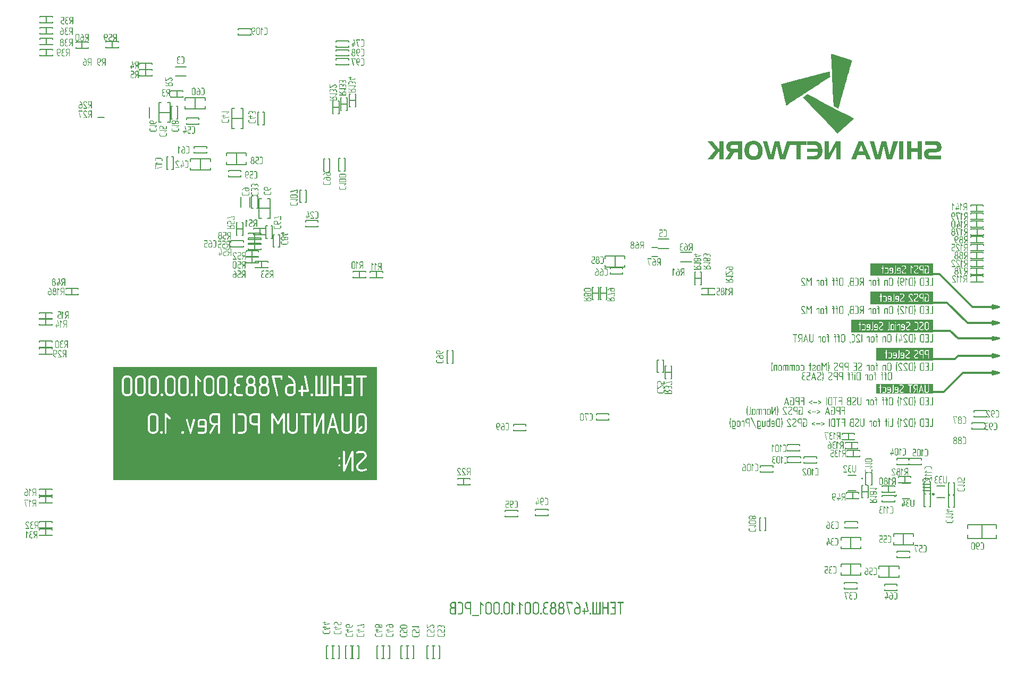
<source format=gbo>
G04*
G04 #@! TF.GenerationSoftware,Altium Limited,Altium Designer,24.4.1 (13)*
G04*
G04 Layer_Color=16776960*
%FSLAX44Y44*%
%MOMM*%
G71*
G04*
G04 #@! TF.SameCoordinates,2DCED30A-1E1E-443F-A63B-21E9B2F13A65*
G04*
G04*
G04 #@! TF.FilePolarity,Positive*
G04*
G01*
G75*
%ADD11C,0.2500*%
%ADD13C,0.2000*%
%ADD14C,0.1500*%
%ADD20C,0.3000*%
%ADD24C,0.1270*%
G36*
X1395662Y1015811D02*
X1395850Y1013233D01*
X1395976Y1011976D01*
X1396102Y1010593D01*
X1396165Y1010530D01*
X1396290Y1008015D01*
X1396416Y1007638D01*
X1396290Y1007386D01*
X1396102Y1007198D01*
X1395850Y1007072D01*
X1394970Y1006443D01*
X1394719Y1006317D01*
X1393838Y1005689D01*
X1393587Y1005563D01*
X1392832Y1005060D01*
X1392581Y1004934D01*
X1391701Y1004305D01*
X1391449Y1004180D01*
X1390569Y1003551D01*
X1390317Y1003425D01*
X1389437Y1002796D01*
X1389186Y1002671D01*
X1386608Y1000973D01*
X1385099Y999967D01*
X1384093Y999338D01*
X1381075Y997326D01*
X1380069Y996698D01*
X1377051Y994686D01*
X1375668Y993805D01*
X1372650Y991793D01*
X1371644Y991165D01*
X1368626Y989153D01*
X1367620Y988524D01*
X1364602Y986512D01*
X1363596Y985883D01*
X1360578Y983871D01*
X1359195Y982991D01*
X1356177Y980979D01*
X1355171Y980350D01*
X1352153Y978338D01*
X1351147Y977710D01*
X1348129Y975698D01*
X1347123Y975069D01*
X1344859Y973560D01*
X1343476Y972680D01*
X1340458Y970668D01*
X1339075Y969787D01*
X1336057Y967775D01*
X1335051Y967147D01*
X1332033Y965135D01*
X1331027Y964506D01*
X1328009Y962494D01*
X1327003Y961865D01*
X1326437Y961551D01*
X1326248Y961614D01*
X1326060Y962557D01*
X1325934Y963060D01*
X1325808Y963689D01*
X1325431Y965198D01*
X1325305Y965826D01*
X1324928Y967335D01*
X1324802Y967964D01*
X1324551Y968970D01*
X1324425Y969599D01*
X1324048Y971108D01*
X1323922Y971737D01*
X1323545Y973245D01*
X1323419Y973874D01*
X1323042Y975383D01*
X1322916Y976012D01*
X1322665Y977018D01*
X1322539Y977647D01*
X1322162Y979156D01*
X1322036Y979784D01*
X1321659Y981293D01*
X1321533Y981922D01*
X1321156Y983431D01*
X1321030Y984060D01*
X1320779Y985066D01*
X1320653Y985695D01*
X1320276Y987204D01*
X1320150Y987832D01*
X1319772Y989341D01*
X1319647Y989970D01*
X1319270Y991479D01*
X1319144Y992108D01*
X1318892Y993114D01*
X1318766Y993743D01*
X1318389Y995251D01*
X1318326Y995692D01*
X1319018Y995880D01*
X1320527Y996257D01*
X1321407Y996509D01*
X1322916Y996886D01*
X1323796Y997138D01*
X1325305Y997515D01*
X1326186Y997766D01*
X1327695Y998144D01*
X1328575Y998395D01*
X1330084Y998773D01*
X1330964Y999024D01*
X1332473Y999401D01*
X1333353Y999653D01*
X1334862Y1000030D01*
X1335742Y1000281D01*
X1337251Y1000659D01*
X1338132Y1000910D01*
X1339641Y1001287D01*
X1340521Y1001539D01*
X1342030Y1001916D01*
X1342910Y1002168D01*
X1344419Y1002545D01*
X1345299Y1002796D01*
X1346808Y1003174D01*
X1347689Y1003425D01*
X1349198Y1003802D01*
X1350078Y1004054D01*
X1351587Y1004431D01*
X1352467Y1004683D01*
X1354479Y1005186D01*
X1355359Y1005437D01*
X1356868Y1005814D01*
X1357749Y1006066D01*
X1359258Y1006443D01*
X1360138Y1006695D01*
X1361647Y1007072D01*
X1362527Y1007323D01*
X1364036Y1007701D01*
X1364916Y1007952D01*
X1366425Y1008329D01*
X1367305Y1008581D01*
X1368814Y1008958D01*
X1369695Y1009210D01*
X1371204Y1009587D01*
X1372084Y1009838D01*
X1373593Y1010216D01*
X1374473Y1010467D01*
X1375982Y1010844D01*
X1376862Y1011096D01*
X1378371Y1011473D01*
X1379252Y1011724D01*
X1380760Y1012102D01*
X1381641Y1012353D01*
X1383150Y1012730D01*
X1384030Y1012982D01*
X1385539Y1013359D01*
X1386419Y1013611D01*
X1387928Y1013988D01*
X1388808Y1014240D01*
X1390820Y1014743D01*
X1391701Y1014994D01*
X1393210Y1015371D01*
X1394090Y1015623D01*
X1395096Y1015874D01*
X1395473Y1016000D01*
X1395662Y1015811D01*
D02*
G37*
G36*
X1398617Y1043539D02*
X1399874Y1043162D01*
X1430054Y1033730D01*
X1431060Y1033353D01*
X1431123Y1033165D01*
X1430871Y1032536D01*
X1430683Y1031719D01*
X1430494Y1031027D01*
X1429740Y1028386D01*
X1429614Y1027883D01*
X1428608Y1024362D01*
X1428482Y1023859D01*
X1427476Y1020338D01*
X1427350Y1019835D01*
X1426344Y1016314D01*
X1426219Y1015811D01*
X1425213Y1012290D01*
X1425087Y1011787D01*
X1424081Y1008267D01*
X1423955Y1007764D01*
X1423201Y1005123D01*
X1423075Y1004620D01*
X1422069Y1001099D01*
X1421943Y1000596D01*
X1420937Y997075D01*
X1420811Y996572D01*
X1419805Y993051D01*
X1419680Y992548D01*
X1418674Y989027D01*
X1418548Y988524D01*
X1417542Y985003D01*
X1417416Y984500D01*
X1416410Y980979D01*
X1416284Y980476D01*
X1415278Y976955D01*
X1415153Y976452D01*
X1414147Y972931D01*
X1414021Y972428D01*
X1413015Y968907D01*
X1412889Y968404D01*
X1412135Y965763D01*
X1412009Y965260D01*
X1411003Y961740D01*
X1410877Y961236D01*
X1409871Y957716D01*
X1409745Y957213D01*
X1409431Y956395D01*
X1407042Y957527D01*
X1401698Y960105D01*
X1401572Y962117D01*
X1401195Y971296D01*
X1401132Y971359D01*
X1400377Y987078D01*
X1400000Y995000D01*
X1399623Y1002796D01*
X1398994Y1016000D01*
X1398617Y1023796D01*
X1398365Y1029329D01*
X1397674Y1043728D01*
X1397988Y1043790D01*
X1398617Y1043539D01*
D02*
G37*
G36*
X1363156Y978024D02*
X1367934Y975509D01*
X1374850Y971862D01*
X1376234Y971108D01*
X1376359D01*
X1377365Y970479D01*
X1381767Y968216D01*
X1391072Y963311D01*
X1397988Y959665D01*
X1407293Y954761D01*
X1427790Y943946D01*
X1432317Y941557D01*
X1433952Y940677D01*
X1434015Y940614D01*
X1432946Y939545D01*
X1432695Y939419D01*
X1431563Y938287D01*
X1431311Y938162D01*
X1430180Y937030D01*
X1429928Y936904D01*
X1428922Y935898D01*
X1428671Y935772D01*
X1427539Y934641D01*
X1427287Y934515D01*
X1426156Y933383D01*
X1425904Y933258D01*
X1424772Y932126D01*
X1424521Y932000D01*
X1423389Y930868D01*
X1423138Y930742D01*
X1422132Y929736D01*
X1421880Y929611D01*
X1420748Y928479D01*
X1420497Y928353D01*
X1419365Y927222D01*
X1419114Y927096D01*
X1417982Y925964D01*
X1417731Y925838D01*
X1416599Y924707D01*
X1416347Y924581D01*
X1415341Y923575D01*
X1415090Y923449D01*
X1413958Y922317D01*
X1413707Y922192D01*
X1412575Y921060D01*
X1412323Y920934D01*
X1411192Y919802D01*
X1410940Y919677D01*
X1409808Y918545D01*
X1409557Y918419D01*
X1408551Y917413D01*
X1408048Y917162D01*
X1406350Y918859D01*
X1406225Y919111D01*
X1403710Y921626D01*
X1403584Y921877D01*
X1401195Y924267D01*
X1401069Y924518D01*
X1398554Y927033D01*
X1398428Y927284D01*
X1396039Y929674D01*
X1395913Y929925D01*
X1393398Y932440D01*
X1393273Y932692D01*
X1390757Y935207D01*
X1390632Y935458D01*
X1388242Y937847D01*
X1388117Y938099D01*
X1385602Y940614D01*
X1385476Y940865D01*
X1383087Y943254D01*
X1382961Y943506D01*
X1380446Y946021D01*
X1380320Y946273D01*
X1377805Y948787D01*
X1377680Y949039D01*
X1375290Y951428D01*
X1375165Y951680D01*
X1372650Y954195D01*
X1372524Y954446D01*
X1370135Y956835D01*
X1370009Y957087D01*
X1367494Y959602D01*
X1367368Y959853D01*
X1364853Y962368D01*
X1364727Y962620D01*
X1362338Y965009D01*
X1362213Y965260D01*
X1359698Y967775D01*
X1359572Y968027D01*
X1357183Y970416D01*
X1357057Y970668D01*
X1354542Y973183D01*
X1354416Y973434D01*
X1353033Y974817D01*
X1353222Y975006D01*
X1353473Y975132D01*
X1355233Y976389D01*
X1355485Y976515D01*
X1355737Y976767D01*
X1355988Y976892D01*
X1356868Y977521D01*
X1357120Y977647D01*
X1357371Y977898D01*
X1357623Y978024D01*
X1358503Y978653D01*
X1358754Y978778D01*
X1359006Y979030D01*
X1359258Y979156D01*
X1360012Y979659D01*
X1363156Y978024D01*
D02*
G37*
G36*
X1560000Y690000D02*
X1460000D01*
Y710000D01*
X1560000D01*
Y690000D01*
D02*
G37*
G36*
X985251Y170142D02*
X985390Y170117D01*
X985530Y170066D01*
X985632Y170002D01*
X985733Y169926D01*
X985810Y169850D01*
X985873Y169761D01*
X985924Y169672D01*
X986000Y169482D01*
X986038Y169329D01*
Y169266D01*
X986051Y169215D01*
Y169189D01*
Y169177D01*
Y167094D01*
X986038Y166916D01*
X986000Y166764D01*
X985937Y166624D01*
X985873Y166522D01*
X985822Y166434D01*
X985759Y166370D01*
X985721Y166332D01*
X985708Y166319D01*
X985556Y166256D01*
X985416Y166205D01*
X985302Y166167D01*
X985213Y166141D01*
X985149Y166129D01*
X985098Y166116D01*
X985060D01*
X984908Y166129D01*
X984781Y166154D01*
X984654Y166192D01*
X984552Y166243D01*
X984463Y166294D01*
X984400Y166332D01*
X984362Y166357D01*
X984349Y166370D01*
X984260Y166484D01*
X984184Y166599D01*
X984133Y166713D01*
X984108Y166827D01*
X984082Y166942D01*
X984070Y167018D01*
Y167069D01*
Y167094D01*
Y168186D01*
X977885D01*
X981873Y151295D01*
X981911Y151105D01*
X981898Y150927D01*
X981860Y150774D01*
X981796Y150635D01*
X981733Y150520D01*
X981669Y150431D01*
X981606Y150368D01*
X981568Y150330D01*
X981555Y150317D01*
X981428Y150254D01*
X981314Y150203D01*
X981187Y150165D01*
X981085Y150139D01*
X980984Y150127D01*
X980907Y150114D01*
X980844D01*
X980298Y150292D01*
X980196Y150444D01*
X980107Y150559D01*
X980044Y150660D01*
X979993Y150749D01*
X979968Y150813D01*
X979942Y150851D01*
X979930Y150876D01*
Y150889D01*
X975751Y168961D01*
X975713Y169215D01*
X975726Y169367D01*
X975764Y169494D01*
X975802Y169608D01*
X975853Y169710D01*
X975916Y169786D01*
X975954Y169837D01*
X975993Y169875D01*
X976005Y169888D01*
X976120Y169977D01*
X976234Y170040D01*
X976348Y170091D01*
X976462Y170117D01*
X976564Y170142D01*
X976640Y170155D01*
X985073D01*
X985251Y170142D01*
D02*
G37*
G36*
X902180D02*
X902320Y170117D01*
X902434Y170066D01*
X902536Y170015D01*
X902612Y169964D01*
X902675Y169913D01*
X902713Y169888D01*
X902726Y169875D01*
X906917Y165672D01*
X907006Y165506D01*
X907070Y165367D01*
X907108Y165265D01*
X907133Y165176D01*
X907159Y165100D01*
X907171Y165062D01*
Y165037D01*
Y165024D01*
X907159Y164871D01*
X907133Y164732D01*
X907082Y164617D01*
X907031Y164516D01*
X906981Y164427D01*
X906930Y164363D01*
X906905Y164325D01*
X906892Y164313D01*
X906777Y164211D01*
X906663Y164147D01*
X906536Y164097D01*
X906422Y164059D01*
X906333Y164033D01*
X906244Y164021D01*
X906181D01*
X906041Y164033D01*
X905901Y164071D01*
X905787Y164109D01*
X905685Y164173D01*
X905609Y164224D01*
X905546Y164262D01*
X905508Y164300D01*
X905495Y164313D01*
X903018Y167221D01*
Y151092D01*
X903006Y150914D01*
X902968Y150749D01*
X902904Y150622D01*
X902840Y150508D01*
X902790Y150419D01*
X902726Y150355D01*
X902688Y150317D01*
X902675Y150304D01*
X902523Y150241D01*
X902383Y150190D01*
X902269Y150165D01*
X902180Y150139D01*
X902117Y150127D01*
X902066Y150114D01*
X902028D01*
X901875Y150127D01*
X901748Y150152D01*
X901621Y150190D01*
X901520Y150241D01*
X901431Y150292D01*
X901367Y150330D01*
X901329Y150355D01*
X901317Y150368D01*
X901228Y150482D01*
X901151Y150597D01*
X901101Y150711D01*
X901075Y150825D01*
X901050Y150940D01*
X901037Y151016D01*
Y151067D01*
Y151092D01*
Y169189D01*
X901050Y169342D01*
X901088Y169482D01*
X901139Y169596D01*
X901189Y169697D01*
X901253Y169786D01*
X901304Y169837D01*
X901342Y169875D01*
X901355Y169888D01*
X901469Y169977D01*
X901596Y170040D01*
X901710Y170091D01*
X901812Y170117D01*
X901901Y170142D01*
X901977Y170155D01*
X902040D01*
X902180Y170142D01*
D02*
G37*
G36*
X890102D02*
X890242Y170117D01*
X890356Y170066D01*
X890458Y170015D01*
X890534Y169964D01*
X890598Y169913D01*
X890636Y169888D01*
X890648Y169875D01*
X894839Y165672D01*
X894928Y165506D01*
X894992Y165367D01*
X895030Y165265D01*
X895055Y165176D01*
X895081Y165100D01*
X895094Y165062D01*
Y165037D01*
Y165024D01*
X895081Y164871D01*
X895055Y164732D01*
X895005Y164617D01*
X894954Y164516D01*
X894903Y164427D01*
X894852Y164363D01*
X894827Y164325D01*
X894814Y164313D01*
X894700Y164211D01*
X894585Y164147D01*
X894458Y164097D01*
X894344Y164059D01*
X894255Y164033D01*
X894166Y164021D01*
X894103D01*
X893963Y164033D01*
X893823Y164071D01*
X893709Y164109D01*
X893608Y164173D01*
X893531Y164224D01*
X893468Y164262D01*
X893430Y164300D01*
X893417Y164313D01*
X890941Y167221D01*
Y151092D01*
X890928Y150914D01*
X890890Y150749D01*
X890826Y150622D01*
X890763Y150508D01*
X890712Y150419D01*
X890648Y150355D01*
X890610Y150317D01*
X890598Y150304D01*
X890445Y150241D01*
X890306Y150190D01*
X890191Y150165D01*
X890102Y150139D01*
X890039Y150127D01*
X889988Y150114D01*
X889950D01*
X889798Y150127D01*
X889671Y150152D01*
X889544Y150190D01*
X889442Y150241D01*
X889353Y150292D01*
X889290Y150330D01*
X889251Y150355D01*
X889239Y150368D01*
X889150Y150482D01*
X889074Y150597D01*
X889023Y150711D01*
X888997Y150825D01*
X888972Y150940D01*
X888959Y151016D01*
Y151067D01*
Y151092D01*
Y169189D01*
X888972Y169342D01*
X889010Y169482D01*
X889061Y169596D01*
X889112Y169697D01*
X889175Y169786D01*
X889226Y169837D01*
X889264Y169875D01*
X889277Y169888D01*
X889391Y169977D01*
X889518Y170040D01*
X889632Y170091D01*
X889734Y170117D01*
X889823Y170142D01*
X889899Y170155D01*
X889963D01*
X890102Y170142D01*
D02*
G37*
G36*
X839658D02*
X839798Y170117D01*
X839912Y170066D01*
X840014Y170015D01*
X840090Y169964D01*
X840153Y169913D01*
X840191Y169888D01*
X840204Y169875D01*
X844395Y165672D01*
X844484Y165506D01*
X844548Y165367D01*
X844586Y165265D01*
X844611Y165176D01*
X844636Y165100D01*
X844649Y165062D01*
Y165037D01*
Y165024D01*
X844636Y164871D01*
X844611Y164732D01*
X844560Y164617D01*
X844509Y164516D01*
X844459Y164427D01*
X844408Y164363D01*
X844382Y164325D01*
X844370Y164313D01*
X844255Y164211D01*
X844141Y164147D01*
X844014Y164097D01*
X843900Y164059D01*
X843811Y164033D01*
X843722Y164021D01*
X843659D01*
X843519Y164033D01*
X843379Y164071D01*
X843265Y164109D01*
X843163Y164173D01*
X843087Y164224D01*
X843024Y164262D01*
X842985Y164300D01*
X842973Y164313D01*
X840496Y167221D01*
Y151092D01*
X840483Y150914D01*
X840445Y150749D01*
X840382Y150622D01*
X840318Y150508D01*
X840268Y150419D01*
X840204Y150355D01*
X840166Y150317D01*
X840153Y150304D01*
X840001Y150241D01*
X839861Y150190D01*
X839747Y150165D01*
X839658Y150139D01*
X839594Y150127D01*
X839544Y150114D01*
X839506D01*
X839353Y150127D01*
X839226Y150152D01*
X839099Y150190D01*
X838998Y150241D01*
X838909Y150292D01*
X838845Y150330D01*
X838807Y150355D01*
X838794Y150368D01*
X838706Y150482D01*
X838629Y150597D01*
X838578Y150711D01*
X838553Y150825D01*
X838528Y150940D01*
X838515Y151016D01*
Y151067D01*
Y151092D01*
Y169189D01*
X838528Y169342D01*
X838566Y169482D01*
X838617Y169596D01*
X838667Y169697D01*
X838731Y169786D01*
X838782Y169837D01*
X838820Y169875D01*
X838832Y169888D01*
X838947Y169977D01*
X839074Y170040D01*
X839188Y170091D01*
X839290Y170117D01*
X839379Y170142D01*
X839455Y170155D01*
X839518D01*
X839658Y170142D01*
D02*
G37*
G36*
X1042756D02*
X1042896Y170104D01*
X1043010Y170053D01*
X1043112Y169989D01*
X1043201Y169926D01*
X1043264Y169875D01*
X1043303Y169837D01*
X1043315Y169824D01*
X1043404Y169697D01*
X1043480Y169583D01*
X1043531Y169469D01*
X1043557Y169380D01*
X1043582Y169291D01*
X1043595Y169228D01*
Y169189D01*
Y169177D01*
Y151092D01*
X1043582Y150914D01*
X1043544Y150749D01*
X1043480Y150622D01*
X1043417Y150508D01*
X1043366Y150419D01*
X1043303Y150355D01*
X1043264Y150317D01*
X1043252Y150304D01*
X1043099Y150241D01*
X1042960Y150190D01*
X1042845Y150165D01*
X1042756Y150139D01*
X1042693Y150127D01*
X1042642Y150114D01*
X1042604D01*
X1042452Y150127D01*
X1042325Y150152D01*
X1042198Y150190D01*
X1042096Y150241D01*
X1042007Y150292D01*
X1041944Y150330D01*
X1041906Y150355D01*
X1041893Y150368D01*
X1041804Y150482D01*
X1041728Y150597D01*
X1041677Y150711D01*
X1041652Y150825D01*
X1041626Y150940D01*
X1041613Y151016D01*
Y151067D01*
Y151092D01*
Y159830D01*
X1035238D01*
Y151092D01*
X1035225Y150914D01*
X1035187Y150749D01*
X1035124Y150622D01*
X1035060Y150508D01*
X1035009Y150419D01*
X1034946Y150355D01*
X1034908Y150317D01*
X1034895Y150304D01*
X1034743Y150241D01*
X1034603Y150190D01*
X1034489Y150165D01*
X1034400Y150139D01*
X1034336Y150127D01*
X1034286Y150114D01*
X1034247D01*
X1034095Y150127D01*
X1033968Y150152D01*
X1033841Y150190D01*
X1033739Y150241D01*
X1033651Y150292D01*
X1033587Y150330D01*
X1033549Y150355D01*
X1033536Y150368D01*
X1033447Y150482D01*
X1033371Y150597D01*
X1033320Y150711D01*
X1033295Y150825D01*
X1033270Y150940D01*
X1033257Y151016D01*
Y151067D01*
Y151092D01*
Y169177D01*
X1033270Y169342D01*
X1033308Y169482D01*
X1033358Y169608D01*
X1033422Y169710D01*
X1033485Y169786D01*
X1033536Y169837D01*
X1033574Y169875D01*
X1033587Y169888D01*
X1033701Y169977D01*
X1033828Y170040D01*
X1033930Y170091D01*
X1034032Y170117D01*
X1034120Y170142D01*
X1034184Y170155D01*
X1034247D01*
X1034400Y170142D01*
X1034539Y170104D01*
X1034654Y170053D01*
X1034755Y169989D01*
X1034844Y169926D01*
X1034908Y169875D01*
X1034946Y169837D01*
X1034959Y169824D01*
X1035048Y169697D01*
X1035124Y169583D01*
X1035174Y169469D01*
X1035200Y169380D01*
X1035225Y169291D01*
X1035238Y169228D01*
Y169189D01*
Y169177D01*
Y161798D01*
X1041613D01*
Y169177D01*
X1041626Y169342D01*
X1041664Y169482D01*
X1041715Y169608D01*
X1041778Y169710D01*
X1041842Y169786D01*
X1041893Y169837D01*
X1041931Y169875D01*
X1041944Y169888D01*
X1042058Y169977D01*
X1042185Y170040D01*
X1042287Y170091D01*
X1042388Y170117D01*
X1042477Y170142D01*
X1042541Y170155D01*
X1042604D01*
X1042756Y170142D01*
D02*
G37*
G36*
X1008466Y169977D02*
X1008568Y169888D01*
X1008657Y169774D01*
X1008720Y169672D01*
X1008771Y169558D01*
X1008809Y169469D01*
X1008835Y169393D01*
X1008847Y169342D01*
Y169316D01*
X1011629Y155448D01*
X1011641Y155270D01*
X1011629Y155118D01*
X1011603Y154978D01*
X1011553Y154851D01*
X1011502Y154749D01*
X1011451Y154673D01*
X1011400Y154610D01*
X1011375Y154572D01*
X1011362Y154559D01*
X1011248Y154470D01*
X1011133Y154407D01*
X1011019Y154356D01*
X1010905Y154330D01*
X1010803Y154305D01*
X1010727Y154292D01*
X1006079D01*
Y151092D01*
X1006066Y150914D01*
X1006028Y150749D01*
X1005965Y150622D01*
X1005901Y150508D01*
X1005850Y150419D01*
X1005787Y150355D01*
X1005749Y150317D01*
X1005736Y150304D01*
X1005583Y150241D01*
X1005444Y150190D01*
X1005330Y150165D01*
X1005241Y150139D01*
X1005177Y150127D01*
X1005126Y150114D01*
X1005088D01*
X1004936Y150127D01*
X1004809Y150152D01*
X1004682Y150190D01*
X1004580Y150241D01*
X1004491Y150292D01*
X1004428Y150330D01*
X1004390Y150355D01*
X1004377Y150368D01*
X1004288Y150482D01*
X1004212Y150597D01*
X1004161Y150711D01*
X1004136Y150825D01*
X1004110Y150940D01*
X1004098Y151016D01*
Y151067D01*
Y151092D01*
Y154292D01*
X1002294D01*
X1002129Y154305D01*
X1001977Y154343D01*
X1001862Y154394D01*
X1001761Y154457D01*
X1001672Y154508D01*
X1001621Y154559D01*
X1001583Y154597D01*
X1001570Y154610D01*
X1001481Y154724D01*
X1001418Y154851D01*
X1001367Y154965D01*
X1001342Y155067D01*
X1001316Y155156D01*
X1001304Y155219D01*
Y155270D01*
Y155283D01*
X1001316Y155410D01*
X1001354Y155537D01*
X1001405Y155651D01*
X1001456Y155753D01*
X1001519Y155829D01*
X1001570Y155892D01*
X1001608Y155931D01*
X1001621Y155943D01*
X1001735Y156045D01*
X1001850Y156121D01*
X1001964Y156185D01*
X1002066Y156223D01*
X1002167Y156248D01*
X1002231Y156261D01*
X1004098D01*
Y159474D01*
X1004110Y159639D01*
X1004148Y159779D01*
X1004199Y159906D01*
X1004263Y160007D01*
X1004326Y160084D01*
X1004377Y160134D01*
X1004415Y160172D01*
X1004428Y160185D01*
X1004542Y160274D01*
X1004669Y160338D01*
X1004771Y160388D01*
X1004872Y160414D01*
X1004961Y160439D01*
X1005025Y160452D01*
X1005088D01*
X1005241Y160439D01*
X1005380Y160401D01*
X1005495Y160350D01*
X1005596Y160287D01*
X1005685Y160223D01*
X1005749Y160172D01*
X1005787Y160134D01*
X1005799Y160122D01*
X1005888Y159995D01*
X1005965Y159880D01*
X1006015Y159766D01*
X1006041Y159677D01*
X1006066Y159588D01*
X1006079Y159525D01*
Y159487D01*
Y159474D01*
Y156261D01*
X1009508D01*
X1006904Y168986D01*
X1006879Y169215D01*
X1006892Y169354D01*
X1006930Y169494D01*
X1006981Y169608D01*
X1007031Y169710D01*
X1007095Y169786D01*
X1007146Y169837D01*
X1007184Y169875D01*
X1007196Y169888D01*
X1007311Y169977D01*
X1007438Y170040D01*
X1007565Y170091D01*
X1007666Y170117D01*
X1007768Y170142D01*
X1007844Y170155D01*
X1007920D01*
X1008466Y169977D01*
D02*
G37*
G36*
X1029967Y170142D02*
X1030107Y170104D01*
X1030221Y170053D01*
X1030323Y169989D01*
X1030412Y169926D01*
X1030475Y169875D01*
X1030514Y169837D01*
X1030526Y169824D01*
X1030615Y169697D01*
X1030691Y169583D01*
X1030742Y169469D01*
X1030768Y169380D01*
X1030793Y169291D01*
X1030806Y169228D01*
Y169189D01*
Y169177D01*
Y151092D01*
X1030793Y150914D01*
X1030768Y150774D01*
X1030717Y150635D01*
X1030653Y150533D01*
X1030577Y150431D01*
X1030501Y150355D01*
X1030412Y150292D01*
X1030310Y150241D01*
X1030133Y150165D01*
X1029980Y150127D01*
X1029917D01*
X1029866Y150114D01*
X1018690D01*
X1018512Y150127D01*
X1018360Y150152D01*
X1018233Y150203D01*
X1018118Y150266D01*
X1018017Y150343D01*
X1017941Y150419D01*
X1017877Y150508D01*
X1017826Y150609D01*
X1017750Y150787D01*
X1017712Y150940D01*
X1017699Y151003D01*
Y151054D01*
Y151079D01*
Y151092D01*
Y169177D01*
X1017712Y169342D01*
X1017750Y169482D01*
X1017801Y169608D01*
X1017864Y169710D01*
X1017928Y169786D01*
X1017979Y169837D01*
X1018017Y169875D01*
X1018029Y169888D01*
X1018144Y169977D01*
X1018271Y170040D01*
X1018372Y170091D01*
X1018474Y170117D01*
X1018563Y170142D01*
X1018626Y170155D01*
X1018690D01*
X1018842Y170142D01*
X1018982Y170104D01*
X1019096Y170053D01*
X1019198Y169989D01*
X1019287Y169926D01*
X1019350Y169875D01*
X1019388Y169837D01*
X1019401Y169824D01*
X1019490Y169697D01*
X1019566Y169583D01*
X1019617Y169469D01*
X1019642Y169380D01*
X1019668Y169291D01*
X1019680Y169228D01*
Y169189D01*
Y169177D01*
Y152083D01*
X1023275D01*
Y169177D01*
X1023287Y169342D01*
X1023325Y169482D01*
X1023376Y169608D01*
X1023440Y169710D01*
X1023503Y169786D01*
X1023554Y169837D01*
X1023592Y169875D01*
X1023605Y169888D01*
X1023719Y169977D01*
X1023846Y170040D01*
X1023948Y170091D01*
X1024049Y170117D01*
X1024138Y170142D01*
X1024202Y170155D01*
X1024265D01*
X1024418Y170142D01*
X1024557Y170104D01*
X1024672Y170053D01*
X1024773Y169989D01*
X1024862Y169926D01*
X1024926Y169875D01*
X1024964Y169837D01*
X1024976Y169824D01*
X1025065Y169697D01*
X1025142Y169583D01*
X1025192Y169469D01*
X1025218Y169380D01*
X1025243Y169291D01*
X1025256Y169228D01*
Y169189D01*
Y169177D01*
Y152083D01*
X1028824D01*
Y169177D01*
X1028837Y169342D01*
X1028875Y169482D01*
X1028926Y169608D01*
X1028990Y169710D01*
X1029053Y169786D01*
X1029104Y169837D01*
X1029142Y169875D01*
X1029155Y169888D01*
X1029269Y169977D01*
X1029396Y170040D01*
X1029498Y170091D01*
X1029599Y170117D01*
X1029688Y170142D01*
X1029752Y170155D01*
X1029815D01*
X1029967Y170142D01*
D02*
G37*
G36*
X1066950D02*
X1067102Y170091D01*
X1067229Y170040D01*
X1067331Y169964D01*
X1067420Y169901D01*
X1067471Y169837D01*
X1067509Y169786D01*
X1067521Y169774D01*
X1067598Y169647D01*
X1067648Y169520D01*
X1067699Y169418D01*
X1067725Y169342D01*
X1067737Y169266D01*
X1067750Y169215D01*
Y169189D01*
Y169177D01*
X1067737Y169037D01*
X1067712Y168897D01*
X1067674Y168770D01*
X1067623Y168669D01*
X1067572Y168580D01*
X1067534Y168516D01*
X1067509Y168465D01*
X1067496Y168453D01*
X1067382Y168364D01*
X1067267Y168300D01*
X1067140Y168250D01*
X1067026Y168224D01*
X1066925Y168199D01*
X1066848Y168186D01*
X1063572D01*
Y151092D01*
X1063559Y150914D01*
X1063521Y150749D01*
X1063457Y150622D01*
X1063394Y150508D01*
X1063343Y150419D01*
X1063280Y150355D01*
X1063242Y150317D01*
X1063229Y150304D01*
X1063076Y150241D01*
X1062937Y150190D01*
X1062822Y150165D01*
X1062734Y150139D01*
X1062670Y150127D01*
X1062619Y150114D01*
X1062581D01*
X1062429Y150127D01*
X1062302Y150152D01*
X1062175Y150190D01*
X1062073Y150241D01*
X1061984Y150292D01*
X1061921Y150330D01*
X1061883Y150355D01*
X1061870Y150368D01*
X1061781Y150482D01*
X1061705Y150597D01*
X1061654Y150711D01*
X1061629Y150825D01*
X1061603Y150940D01*
X1061590Y151016D01*
Y151067D01*
Y151092D01*
Y168186D01*
X1058390D01*
X1058225Y168199D01*
X1058073Y168237D01*
X1057958Y168288D01*
X1057857Y168351D01*
X1057768Y168402D01*
X1057717Y168453D01*
X1057679Y168491D01*
X1057666Y168504D01*
X1057577Y168618D01*
X1057514Y168745D01*
X1057463Y168859D01*
X1057438Y168961D01*
X1057412Y169050D01*
X1057400Y169113D01*
Y169164D01*
Y169177D01*
X1057412Y169304D01*
X1057450Y169431D01*
X1057501Y169545D01*
X1057552Y169647D01*
X1057615Y169723D01*
X1057666Y169786D01*
X1057704Y169824D01*
X1057717Y169837D01*
X1057831Y169939D01*
X1057946Y170015D01*
X1058060Y170078D01*
X1058161Y170117D01*
X1058263Y170142D01*
X1058327Y170155D01*
X1066772D01*
X1066950Y170142D01*
D02*
G37*
G36*
X1054148D02*
X1054288Y170117D01*
X1054428Y170066D01*
X1054529Y170002D01*
X1054631Y169926D01*
X1054707Y169850D01*
X1054771Y169761D01*
X1054821Y169672D01*
X1054898Y169482D01*
X1054936Y169329D01*
Y169266D01*
X1054948Y169215D01*
Y169189D01*
Y169177D01*
Y151092D01*
X1054936Y150914D01*
X1054910Y150774D01*
X1054859Y150635D01*
X1054796Y150533D01*
X1054720Y150431D01*
X1054644Y150355D01*
X1054555Y150292D01*
X1054453Y150241D01*
X1054275Y150165D01*
X1054123Y150127D01*
X1054059D01*
X1054009Y150114D01*
X1047011D01*
X1046846Y150127D01*
X1046693Y150165D01*
X1046579Y150216D01*
X1046478Y150279D01*
X1046389Y150330D01*
X1046338Y150381D01*
X1046300Y150419D01*
X1046287Y150431D01*
X1046198Y150546D01*
X1046135Y150673D01*
X1046084Y150787D01*
X1046058Y150889D01*
X1046033Y150978D01*
X1046020Y151041D01*
Y151092D01*
Y151105D01*
X1046033Y151232D01*
X1046071Y151359D01*
X1046122Y151473D01*
X1046173Y151574D01*
X1046236Y151651D01*
X1046287Y151714D01*
X1046325Y151752D01*
X1046338Y151765D01*
X1046452Y151867D01*
X1046566Y151943D01*
X1046681Y152006D01*
X1046782Y152044D01*
X1046884Y152070D01*
X1046947Y152083D01*
X1052967D01*
Y159830D01*
X1049792D01*
X1049627Y159842D01*
X1049475Y159880D01*
X1049360Y159931D01*
X1049259Y159995D01*
X1049170Y160045D01*
X1049119Y160096D01*
X1049081Y160134D01*
X1049068Y160147D01*
X1048979Y160261D01*
X1048916Y160388D01*
X1048865Y160503D01*
X1048840Y160604D01*
X1048814Y160693D01*
X1048802Y160757D01*
Y160807D01*
Y160820D01*
X1048814Y160947D01*
X1048852Y161074D01*
X1048903Y161188D01*
X1048954Y161290D01*
X1049017Y161366D01*
X1049068Y161430D01*
X1049106Y161468D01*
X1049119Y161481D01*
X1049233Y161582D01*
X1049348Y161658D01*
X1049462Y161722D01*
X1049564Y161760D01*
X1049665Y161785D01*
X1049729Y161798D01*
X1052967D01*
Y168186D01*
X1047011D01*
X1046846Y168199D01*
X1046693Y168237D01*
X1046579Y168288D01*
X1046478Y168351D01*
X1046389Y168402D01*
X1046338Y168453D01*
X1046300Y168491D01*
X1046287Y168504D01*
X1046198Y168618D01*
X1046135Y168745D01*
X1046084Y168859D01*
X1046058Y168961D01*
X1046033Y169050D01*
X1046020Y169113D01*
Y169164D01*
Y169177D01*
X1046033Y169304D01*
X1046071Y169431D01*
X1046122Y169545D01*
X1046173Y169647D01*
X1046236Y169723D01*
X1046287Y169786D01*
X1046325Y169824D01*
X1046338Y169837D01*
X1046452Y169939D01*
X1046566Y170015D01*
X1046681Y170078D01*
X1046782Y170117D01*
X1046884Y170142D01*
X1046947Y170155D01*
X1053970D01*
X1054148Y170142D01*
D02*
G37*
G36*
X1014791Y152743D02*
X1014994Y152692D01*
X1015159Y152603D01*
X1015299Y152514D01*
X1015413Y152425D01*
X1015490Y152337D01*
X1015540Y152286D01*
X1015553Y152260D01*
X1015667Y152083D01*
X1015743Y151930D01*
X1015807Y151790D01*
X1015845Y151663D01*
X1015871Y151574D01*
X1015883Y151511D01*
Y151460D01*
Y151447D01*
X1015871Y151257D01*
X1015820Y151067D01*
X1015769Y150901D01*
X1015693Y150762D01*
X1015629Y150635D01*
X1015566Y150546D01*
X1015528Y150495D01*
X1015515Y150470D01*
X1015375Y150355D01*
X1015210Y150266D01*
X1015058Y150203D01*
X1014893Y150165D01*
X1014766Y150139D01*
X1014651Y150114D01*
X1014550D01*
X1014321Y150127D01*
X1014118Y150177D01*
X1013953Y150241D01*
X1013813Y150330D01*
X1013699Y150406D01*
X1013623Y150470D01*
X1013572Y150520D01*
X1013559Y150533D01*
X1013445Y150698D01*
X1013356Y150863D01*
X1013292Y151016D01*
X1013242Y151155D01*
X1013216Y151270D01*
X1013204Y151371D01*
Y151422D01*
Y151447D01*
X1013216Y151625D01*
X1013267Y151790D01*
X1013331Y151943D01*
X1013407Y152083D01*
X1013496Y152197D01*
X1013559Y152273D01*
X1013610Y152337D01*
X1013623Y152349D01*
X1013788Y152489D01*
X1013940Y152591D01*
X1014105Y152667D01*
X1014245Y152718D01*
X1014372Y152743D01*
X1014461Y152768D01*
X1014550D01*
X1014791Y152743D01*
D02*
G37*
G36*
X992642Y170091D02*
X993188Y169850D01*
X993709Y169583D01*
X994192Y169291D01*
X994636Y168986D01*
X995055Y168669D01*
X995436Y168351D01*
X995792Y168021D01*
X996097Y167716D01*
X996389Y167411D01*
X996630Y167132D01*
X996833Y166878D01*
X997011Y166662D01*
X997138Y166472D01*
X997189Y166395D01*
X997240Y166332D01*
X997278Y166281D01*
X997290Y166243D01*
X997316Y166230D01*
Y166218D01*
X997582Y165748D01*
X997824Y165265D01*
X998027Y164795D01*
X998192Y164313D01*
X998344Y163843D01*
X998472Y163398D01*
X998573Y162966D01*
X998649Y162560D01*
X998713Y162179D01*
X998764Y161823D01*
X998789Y161519D01*
X998814Y161265D01*
X998827Y161150D01*
Y161049D01*
X998840Y160960D01*
Y160884D01*
Y160833D01*
Y160795D01*
Y160769D01*
Y160757D01*
Y154572D01*
X998827Y154229D01*
X998776Y153899D01*
X998713Y153581D01*
X998624Y153289D01*
X998522Y152997D01*
X998408Y152743D01*
X998281Y152502D01*
X998154Y152286D01*
X998027Y152083D01*
X997900Y151905D01*
X997786Y151752D01*
X997684Y151625D01*
X997595Y151524D01*
X997532Y151460D01*
X997481Y151409D01*
X997468Y151397D01*
X997202Y151168D01*
X996947Y150978D01*
X996668Y150800D01*
X996401Y150660D01*
X996147Y150533D01*
X995893Y150431D01*
X995639Y150343D01*
X995411Y150279D01*
X995195Y150216D01*
X994992Y150177D01*
X994827Y150152D01*
X994674Y150139D01*
X994547Y150127D01*
X994458Y150114D01*
X992985D01*
X992642Y150127D01*
X992312Y150165D01*
X992007Y150228D01*
X991702Y150317D01*
X991436Y150419D01*
X991169Y150520D01*
X990928Y150647D01*
X990712Y150762D01*
X990509Y150889D01*
X990331Y151003D01*
X990178Y151105D01*
X990051Y151206D01*
X989950Y151295D01*
X989886Y151359D01*
X989836Y151397D01*
X989823Y151409D01*
X989594Y151663D01*
X989391Y151917D01*
X989213Y152184D01*
X989061Y152451D01*
X988934Y152718D01*
X988832Y152984D01*
X988743Y153238D01*
X988680Y153479D01*
X988629Y153708D01*
X988578Y153911D01*
X988553Y154102D01*
X988540Y154254D01*
X988527Y154394D01*
X988515Y154495D01*
Y154546D01*
Y154572D01*
Y157353D01*
X988527Y157696D01*
X988566Y158026D01*
X988629Y158344D01*
X988718Y158636D01*
X988820Y158915D01*
X988934Y159169D01*
X989048Y159410D01*
X989162Y159639D01*
X989289Y159830D01*
X989404Y160007D01*
X989518Y160160D01*
X989620Y160287D01*
X989696Y160388D01*
X989772Y160452D01*
X989810Y160503D01*
X989823Y160515D01*
X990077Y160744D01*
X990331Y160947D01*
X990598Y161112D01*
X990864Y161265D01*
X991131Y161392D01*
X991398Y161493D01*
X991652Y161582D01*
X991893Y161646D01*
X992122Y161696D01*
X992337Y161747D01*
X992528Y161773D01*
X992680Y161785D01*
X992820Y161798D01*
X992909Y161811D01*
X996859D01*
X996846Y162039D01*
X996808Y162293D01*
X996744Y162560D01*
X996681Y162801D01*
X996617Y163030D01*
X996579Y163132D01*
X996554Y163208D01*
X996541Y163284D01*
X996516Y163335D01*
X996503Y163360D01*
Y163373D01*
X996363Y163741D01*
X996211Y164071D01*
X996071Y164376D01*
X995944Y164643D01*
X995881Y164757D01*
X995830Y164859D01*
X995779Y164935D01*
X995741Y165011D01*
X995716Y165075D01*
X995690Y165113D01*
X995665Y165138D01*
Y165151D01*
X995512Y165379D01*
X995360Y165583D01*
X995208Y165786D01*
X995068Y165964D01*
X994928Y166129D01*
X994789Y166294D01*
X994661Y166434D01*
X994535Y166560D01*
X994420Y166675D01*
X994319Y166776D01*
X994230Y166865D01*
X994154Y166929D01*
X994090Y166980D01*
X994039Y167030D01*
X994014Y167043D01*
X994001Y167056D01*
X993836Y167183D01*
X993671Y167310D01*
X993519Y167424D01*
X993353Y167538D01*
X993226Y167615D01*
X993112Y167691D01*
X993049Y167729D01*
X993023Y167742D01*
X992528Y167996D01*
X992223Y168135D01*
X991944Y168237D01*
X991817Y168313D01*
X991715Y168402D01*
X991626Y168465D01*
X991563Y168529D01*
X991512Y168592D01*
X991474Y168631D01*
X991448Y168656D01*
Y168669D01*
X991398Y168758D01*
X991372Y168834D01*
X991321Y168999D01*
Y169062D01*
X991309Y169113D01*
Y169151D01*
Y169164D01*
X991321Y169304D01*
X991347Y169431D01*
X991398Y169545D01*
X991436Y169647D01*
X991487Y169736D01*
X991537Y169799D01*
X991563Y169837D01*
X991575Y169850D01*
X991677Y169951D01*
X991791Y170028D01*
X991906Y170091D01*
X992020Y170129D01*
X992109Y170155D01*
X992185Y170167D01*
X992261D01*
X992642Y170091D01*
D02*
G37*
G36*
X969058Y170078D02*
X969833Y169850D01*
X970125Y169710D01*
X970392Y169558D01*
X970633Y169393D01*
X970849Y169240D01*
X971014Y169113D01*
X971141Y168999D01*
X971192Y168961D01*
X971230Y168923D01*
X971243Y168910D01*
X971255Y168897D01*
X971484Y168618D01*
X971687Y168339D01*
X971865Y168059D01*
X972017Y167780D01*
X972132Y167513D01*
X972246Y167246D01*
X972335Y167005D01*
X972398Y166764D01*
X972449Y166548D01*
X972500Y166345D01*
X972525Y166167D01*
X972538Y166014D01*
X972551Y165887D01*
X972563Y165798D01*
Y165748D01*
Y165722D01*
Y164300D01*
X972551Y163906D01*
X972500Y163551D01*
X972424Y163208D01*
X972348Y162928D01*
X972309Y162801D01*
X972271Y162687D01*
X972233Y162585D01*
X972195Y162496D01*
X972170Y162433D01*
X972144Y162382D01*
X972132Y162357D01*
Y162344D01*
X971954Y162039D01*
X971776Y161773D01*
X971586Y161557D01*
X971408Y161379D01*
X971255Y161239D01*
X971141Y161150D01*
X971090Y161112D01*
X971052Y161087D01*
X971040Y161074D01*
X971027D01*
X971382Y160858D01*
X971700Y160617D01*
X971979Y160363D01*
X972221Y160109D01*
X972398Y159880D01*
X972475Y159779D01*
X972538Y159690D01*
X972589Y159626D01*
X972627Y159576D01*
X972640Y159537D01*
X972652Y159525D01*
X972754Y159334D01*
X972856Y159131D01*
X973008Y158750D01*
X973110Y158382D01*
X973186Y158052D01*
X973211Y157899D01*
X973224Y157772D01*
X973249Y157645D01*
Y157543D01*
X973262Y157467D01*
Y157404D01*
Y157366D01*
Y157353D01*
Y154572D01*
X973249Y154229D01*
X973198Y153899D01*
X973135Y153581D01*
X973046Y153289D01*
X972944Y152997D01*
X972830Y152743D01*
X972703Y152502D01*
X972576Y152286D01*
X972449Y152083D01*
X972322Y151905D01*
X972208Y151752D01*
X972106Y151625D01*
X972017Y151524D01*
X971954Y151460D01*
X971903Y151409D01*
X971890Y151397D01*
X971624Y151168D01*
X971370Y150978D01*
X971090Y150800D01*
X970824Y150660D01*
X970570Y150533D01*
X970316Y150431D01*
X970062Y150343D01*
X969833Y150279D01*
X969617Y150216D01*
X969414Y150177D01*
X969249Y150152D01*
X969096Y150139D01*
X968969Y150127D01*
X968880Y150114D01*
X967407D01*
X967064Y150127D01*
X966734Y150165D01*
X966429Y150228D01*
X966125Y150317D01*
X965858Y150419D01*
X965591Y150520D01*
X965350Y150647D01*
X965134Y150762D01*
X964931Y150889D01*
X964753Y151003D01*
X964601Y151105D01*
X964474Y151206D01*
X964372Y151295D01*
X964308Y151359D01*
X964258Y151397D01*
X964245Y151409D01*
X964016Y151663D01*
X963813Y151917D01*
X963635Y152184D01*
X963483Y152451D01*
X963356Y152718D01*
X963254Y152984D01*
X963166Y153238D01*
X963102Y153479D01*
X963051Y153708D01*
X963000Y153911D01*
X962975Y154102D01*
X962962Y154254D01*
X962950Y154394D01*
X962937Y154495D01*
Y154546D01*
Y154572D01*
Y157353D01*
X962950Y157582D01*
X962962Y157810D01*
X963051Y158242D01*
X963153Y158648D01*
X963216Y158826D01*
X963280Y158991D01*
X963356Y159144D01*
X963419Y159283D01*
X963470Y159410D01*
X963521Y159512D01*
X963572Y159588D01*
X963610Y159652D01*
X963623Y159690D01*
X963635Y159703D01*
X963762Y159906D01*
X963902Y160084D01*
X964042Y160249D01*
X964169Y160388D01*
X964308Y160515D01*
X964436Y160630D01*
X964550Y160731D01*
X964677Y160820D01*
X964778Y160896D01*
X964880Y160960D01*
X964969Y161011D01*
X965045Y161049D01*
X965096Y161074D01*
X965147Y161099D01*
X965172Y161112D01*
X965185D01*
X964931Y161277D01*
X964702Y161481D01*
X964512Y161684D01*
X964347Y161887D01*
X964220Y162065D01*
X964131Y162217D01*
X964093Y162281D01*
X964067Y162319D01*
X964054Y162344D01*
Y162357D01*
X963915Y162687D01*
X963813Y163017D01*
X963737Y163347D01*
X963686Y163640D01*
X963673Y163779D01*
X963661Y163906D01*
X963648Y164008D01*
X963635Y164109D01*
Y164186D01*
Y164236D01*
Y164275D01*
Y164287D01*
Y165710D01*
Y166154D01*
X963712Y166637D01*
X963940Y167424D01*
X964080Y167716D01*
X964232Y167996D01*
X964397Y168237D01*
X964563Y168453D01*
X964715Y168618D01*
X964829Y168745D01*
X964880Y168796D01*
X964918Y168834D01*
X964931Y168846D01*
X964943Y168859D01*
X965198Y169088D01*
X965464Y169291D01*
X965731Y169456D01*
X965998Y169608D01*
X966277Y169736D01*
X966544Y169837D01*
X966798Y169926D01*
X967039Y169989D01*
X967268Y170040D01*
X967471Y170091D01*
X967661Y170117D01*
X967826Y170129D01*
X967953Y170142D01*
X968042Y170155D01*
X968576D01*
X969058Y170078D01*
D02*
G37*
G36*
X956269D02*
X957044Y169850D01*
X957336Y169710D01*
X957603Y169558D01*
X957844Y169393D01*
X958060Y169240D01*
X958225Y169113D01*
X958352Y168999D01*
X958403Y168961D01*
X958441Y168923D01*
X958454Y168910D01*
X958466Y168897D01*
X958695Y168618D01*
X958898Y168339D01*
X959076Y168059D01*
X959229Y167780D01*
X959343Y167513D01*
X959457Y167246D01*
X959546Y167005D01*
X959610Y166764D01*
X959660Y166548D01*
X959711Y166345D01*
X959736Y166167D01*
X959749Y166014D01*
X959762Y165887D01*
X959775Y165798D01*
Y165748D01*
Y165722D01*
Y164300D01*
X959762Y163906D01*
X959711Y163551D01*
X959635Y163208D01*
X959559Y162928D01*
X959521Y162801D01*
X959482Y162687D01*
X959444Y162585D01*
X959406Y162496D01*
X959381Y162433D01*
X959355Y162382D01*
X959343Y162357D01*
Y162344D01*
X959165Y162039D01*
X958987Y161773D01*
X958797Y161557D01*
X958619Y161379D01*
X958466Y161239D01*
X958352Y161150D01*
X958301Y161112D01*
X958263Y161087D01*
X958251Y161074D01*
X958238D01*
X958594Y160858D01*
X958911Y160617D01*
X959190Y160363D01*
X959432Y160109D01*
X959610Y159880D01*
X959686Y159779D01*
X959749Y159690D01*
X959800Y159626D01*
X959838Y159576D01*
X959851Y159537D01*
X959864Y159525D01*
X959965Y159334D01*
X960067Y159131D01*
X960219Y158750D01*
X960321Y158382D01*
X960397Y158052D01*
X960422Y157899D01*
X960435Y157772D01*
X960460Y157645D01*
Y157543D01*
X960473Y157467D01*
Y157404D01*
Y157366D01*
Y157353D01*
Y154572D01*
X960460Y154229D01*
X960410Y153899D01*
X960346Y153581D01*
X960257Y153289D01*
X960156Y152997D01*
X960041Y152743D01*
X959914Y152502D01*
X959787Y152286D01*
X959660Y152083D01*
X959533Y151905D01*
X959419Y151752D01*
X959317Y151625D01*
X959229Y151524D01*
X959165Y151460D01*
X959114Y151409D01*
X959101Y151397D01*
X958835Y151168D01*
X958581Y150978D01*
X958301Y150800D01*
X958035Y150660D01*
X957781Y150533D01*
X957527Y150431D01*
X957273Y150343D01*
X957044Y150279D01*
X956828Y150216D01*
X956625Y150177D01*
X956460Y150152D01*
X956308Y150139D01*
X956180Y150127D01*
X956092Y150114D01*
X954618D01*
X954276Y150127D01*
X953945Y150165D01*
X953641Y150228D01*
X953336Y150317D01*
X953069Y150419D01*
X952802Y150520D01*
X952561Y150647D01*
X952345Y150762D01*
X952142Y150889D01*
X951964Y151003D01*
X951812Y151105D01*
X951685Y151206D01*
X951583Y151295D01*
X951520Y151359D01*
X951469Y151397D01*
X951456Y151409D01*
X951227Y151663D01*
X951024Y151917D01*
X950846Y152184D01*
X950694Y152451D01*
X950567Y152718D01*
X950465Y152984D01*
X950377Y153238D01*
X950313Y153479D01*
X950262Y153708D01*
X950211Y153911D01*
X950186Y154102D01*
X950173Y154254D01*
X950161Y154394D01*
X950148Y154495D01*
Y154546D01*
Y154572D01*
Y157353D01*
X950161Y157582D01*
X950173Y157810D01*
X950262Y158242D01*
X950364Y158648D01*
X950427Y158826D01*
X950491Y158991D01*
X950567Y159144D01*
X950631Y159283D01*
X950681Y159410D01*
X950732Y159512D01*
X950783Y159588D01*
X950821Y159652D01*
X950834Y159690D01*
X950846Y159703D01*
X950974Y159906D01*
X951113Y160084D01*
X951253Y160249D01*
X951380Y160388D01*
X951520Y160515D01*
X951647Y160630D01*
X951761Y160731D01*
X951888Y160820D01*
X951990Y160896D01*
X952091Y160960D01*
X952180Y161011D01*
X952256Y161049D01*
X952307Y161074D01*
X952358Y161099D01*
X952383Y161112D01*
X952396D01*
X952142Y161277D01*
X951913Y161481D01*
X951723Y161684D01*
X951558Y161887D01*
X951431Y162065D01*
X951342Y162217D01*
X951304Y162281D01*
X951278Y162319D01*
X951266Y162344D01*
Y162357D01*
X951126Y162687D01*
X951024Y163017D01*
X950948Y163347D01*
X950897Y163640D01*
X950885Y163779D01*
X950872Y163906D01*
X950859Y164008D01*
X950846Y164109D01*
Y164186D01*
Y164236D01*
Y164275D01*
Y164287D01*
Y165710D01*
Y166154D01*
X950923Y166637D01*
X951151Y167424D01*
X951291Y167716D01*
X951443Y167996D01*
X951609Y168237D01*
X951774Y168453D01*
X951926Y168618D01*
X952040Y168745D01*
X952091Y168796D01*
X952129Y168834D01*
X952142Y168846D01*
X952155Y168859D01*
X952409Y169088D01*
X952675Y169291D01*
X952942Y169456D01*
X953209Y169608D01*
X953488Y169736D01*
X953755Y169837D01*
X954009Y169926D01*
X954250Y169989D01*
X954479Y170040D01*
X954682Y170091D01*
X954872Y170117D01*
X955038Y170129D01*
X955164Y170142D01*
X955253Y170155D01*
X955787D01*
X956269Y170078D01*
D02*
G37*
G36*
X946884Y170142D02*
X947037Y170091D01*
X947163Y170040D01*
X947265Y169964D01*
X947354Y169901D01*
X947405Y169837D01*
X947443Y169786D01*
X947456Y169774D01*
X947532Y169647D01*
X947583Y169520D01*
X947633Y169418D01*
X947659Y169342D01*
X947672Y169266D01*
X947684Y169215D01*
Y169189D01*
Y169177D01*
X947672Y169037D01*
X947646Y168897D01*
X947608Y168770D01*
X947557Y168669D01*
X947506Y168580D01*
X947468Y168516D01*
X947443Y168465D01*
X947430Y168453D01*
X947316Y168364D01*
X947202Y168300D01*
X947075Y168250D01*
X946960Y168224D01*
X946859Y168199D01*
X946783Y168186D01*
X943925D01*
X943735Y168173D01*
X943544Y168161D01*
X943366Y168123D01*
X943201Y168072D01*
X942909Y167957D01*
X942642Y167818D01*
X942541Y167754D01*
X942439Y167678D01*
X942350Y167615D01*
X942287Y167564D01*
X942236Y167513D01*
X942198Y167488D01*
X942172Y167462D01*
X942160Y167449D01*
X942033Y167310D01*
X941918Y167170D01*
X941830Y167018D01*
X941741Y166865D01*
X941664Y166726D01*
X941614Y166573D01*
X941525Y166306D01*
X941474Y166065D01*
X941461Y165964D01*
X941449Y165875D01*
X941436Y165798D01*
Y165748D01*
Y165710D01*
Y165697D01*
Y164300D01*
X941449Y164109D01*
X941461Y163919D01*
X941499Y163741D01*
X941550Y163576D01*
X941664Y163271D01*
X941791Y163017D01*
X941868Y162903D01*
X941931Y162801D01*
X941995Y162725D01*
X942045Y162649D01*
X942096Y162598D01*
X942134Y162560D01*
X942147Y162535D01*
X942160Y162522D01*
X942299Y162395D01*
X942439Y162293D01*
X942591Y162192D01*
X942744Y162115D01*
X943036Y161989D01*
X943315Y161900D01*
X943557Y161849D01*
X943658Y161836D01*
X943747Y161823D01*
X943823Y161811D01*
X943925D01*
X944103Y161798D01*
X944255Y161747D01*
X944382Y161696D01*
X944484Y161620D01*
X944573Y161557D01*
X944623Y161493D01*
X944662Y161442D01*
X944674Y161430D01*
X944751Y161303D01*
X944801Y161176D01*
X944852Y161074D01*
X944877Y160998D01*
X944890Y160922D01*
X944903Y160871D01*
Y160846D01*
Y160833D01*
X944890Y160693D01*
X944865Y160553D01*
X944827Y160426D01*
X944776Y160325D01*
X944725Y160236D01*
X944687Y160172D01*
X944662Y160122D01*
X944649Y160109D01*
X944535Y160020D01*
X944420Y159957D01*
X944293Y159906D01*
X944179Y159880D01*
X944077Y159855D01*
X944001Y159842D01*
X943226D01*
X943036Y159830D01*
X942846Y159817D01*
X942668Y159779D01*
X942503Y159728D01*
X942210Y159614D01*
X941944Y159474D01*
X941842Y159410D01*
X941741Y159334D01*
X941652Y159271D01*
X941588Y159220D01*
X941537Y159169D01*
X941499Y159144D01*
X941474Y159118D01*
X941461Y159106D01*
X941334Y158966D01*
X941220Y158826D01*
X941131Y158674D01*
X941042Y158521D01*
X940966Y158382D01*
X940915Y158229D01*
X940826Y157963D01*
X940775Y157721D01*
X940763Y157620D01*
X940750Y157531D01*
X940737Y157455D01*
Y157404D01*
Y157366D01*
Y157353D01*
Y154572D01*
X940750Y154381D01*
X940763Y154191D01*
X940801Y154013D01*
X940852Y153848D01*
X940966Y153543D01*
X941093Y153289D01*
X941169Y153175D01*
X941233Y153073D01*
X941296Y152997D01*
X941347Y152921D01*
X941398Y152870D01*
X941436Y152832D01*
X941449Y152806D01*
X941461Y152794D01*
X941601Y152667D01*
X941741Y152565D01*
X941893Y152464D01*
X942045Y152387D01*
X942337Y152260D01*
X942617Y152171D01*
X942858Y152121D01*
X942960Y152108D01*
X943049Y152095D01*
X943125Y152083D01*
X946706D01*
X946884Y152070D01*
X947037Y152019D01*
X947163Y151968D01*
X947265Y151892D01*
X947354Y151828D01*
X947405Y151765D01*
X947443Y151714D01*
X947456Y151701D01*
X947532Y151574D01*
X947583Y151447D01*
X947633Y151346D01*
X947659Y151270D01*
X947672Y151194D01*
X947684Y151143D01*
Y151117D01*
Y151105D01*
X947672Y150965D01*
X947646Y150825D01*
X947608Y150698D01*
X947557Y150597D01*
X947506Y150508D01*
X947468Y150444D01*
X947443Y150393D01*
X947430Y150381D01*
X947316Y150292D01*
X947202Y150228D01*
X947075Y150177D01*
X946960Y150152D01*
X946859Y150127D01*
X946783Y150114D01*
X943226D01*
X942884Y150127D01*
X942553Y150165D01*
X942236Y150228D01*
X941944Y150317D01*
X941664Y150419D01*
X941410Y150520D01*
X941169Y150647D01*
X940940Y150762D01*
X940750Y150889D01*
X940572Y151003D01*
X940420Y151105D01*
X940293Y151206D01*
X940191Y151295D01*
X940128Y151359D01*
X940077Y151397D01*
X940064Y151409D01*
X939836Y151663D01*
X939632Y151917D01*
X939455Y152184D01*
X939302Y152451D01*
X939175Y152718D01*
X939074Y152984D01*
X938985Y153238D01*
X938921Y153479D01*
X938870Y153708D01*
X938820Y153911D01*
X938794Y154102D01*
X938782Y154254D01*
X938769Y154394D01*
X938756Y154495D01*
Y154546D01*
Y154572D01*
Y157353D01*
X938769Y157582D01*
X938782Y157810D01*
X938870Y158242D01*
X938972Y158636D01*
X939035Y158813D01*
X939099Y158979D01*
X939175Y159144D01*
X939239Y159271D01*
X939289Y159398D01*
X939340Y159499D01*
X939391Y159576D01*
X939429Y159639D01*
X939442Y159677D01*
X939455Y159690D01*
X939582Y159893D01*
X939721Y160071D01*
X939848Y160236D01*
X939988Y160376D01*
X940115Y160515D01*
X940242Y160630D01*
X940369Y160731D01*
X940483Y160820D01*
X940585Y160896D01*
X940686Y160960D01*
X940775Y161011D01*
X940852Y161049D01*
X940902Y161074D01*
X940953Y161099D01*
X940979Y161112D01*
X940991D01*
X940737Y161303D01*
X940509Y161506D01*
X940318Y161709D01*
X940166Y161912D01*
X940039Y162090D01*
X939950Y162230D01*
X939912Y162281D01*
X939886Y162319D01*
X939874Y162344D01*
Y162357D01*
X939785Y162522D01*
X939709Y162687D01*
X939645Y162827D01*
X939607Y162966D01*
X939582Y163068D01*
X939569Y163144D01*
X939556Y163208D01*
Y163220D01*
X939455Y163525D01*
Y163843D01*
Y164300D01*
Y165697D01*
X939467Y166040D01*
X939505Y166370D01*
X939569Y166688D01*
X939658Y166980D01*
X939759Y167259D01*
X939861Y167513D01*
X939975Y167754D01*
X940102Y167983D01*
X940217Y168173D01*
X940344Y168351D01*
X940445Y168504D01*
X940547Y168631D01*
X940636Y168732D01*
X940699Y168796D01*
X940737Y168846D01*
X940750Y168859D01*
X941004Y169088D01*
X941258Y169291D01*
X941525Y169456D01*
X941791Y169608D01*
X942058Y169736D01*
X942325Y169837D01*
X942579Y169926D01*
X942820Y169989D01*
X943049Y170040D01*
X943265Y170091D01*
X943455Y170117D01*
X943607Y170129D01*
X943747Y170142D01*
X943836Y170155D01*
X946706D01*
X946884Y170142D01*
D02*
G37*
G36*
X935924Y152743D02*
X936127Y152692D01*
X936292Y152603D01*
X936432Y152514D01*
X936546Y152425D01*
X936622Y152337D01*
X936673Y152286D01*
X936686Y152260D01*
X936800Y152083D01*
X936877Y151930D01*
X936940Y151790D01*
X936978Y151663D01*
X937003Y151574D01*
X937016Y151511D01*
Y151460D01*
Y151447D01*
X937003Y151257D01*
X936953Y151067D01*
X936902Y150901D01*
X936826Y150762D01*
X936762Y150635D01*
X936699Y150546D01*
X936661Y150495D01*
X936648Y150470D01*
X936508Y150355D01*
X936343Y150266D01*
X936191Y150203D01*
X936026Y150165D01*
X935899Y150139D01*
X935784Y150114D01*
X935683D01*
X935454Y150127D01*
X935251Y150177D01*
X935086Y150241D01*
X934946Y150330D01*
X934832Y150406D01*
X934756Y150470D01*
X934705Y150520D01*
X934692Y150533D01*
X934578Y150698D01*
X934489Y150863D01*
X934425Y151016D01*
X934375Y151155D01*
X934349Y151270D01*
X934336Y151371D01*
Y151422D01*
Y151447D01*
X934349Y151625D01*
X934400Y151790D01*
X934464Y151943D01*
X934540Y152083D01*
X934629Y152197D01*
X934692Y152273D01*
X934743Y152337D01*
X934756Y152349D01*
X934921Y152489D01*
X935073Y152591D01*
X935238Y152667D01*
X935378Y152718D01*
X935505Y152743D01*
X935594Y152768D01*
X935683D01*
X935924Y152743D01*
D02*
G37*
G36*
X928647Y170142D02*
X928977Y170091D01*
X929295Y170028D01*
X929587Y169939D01*
X929879Y169837D01*
X930133Y169723D01*
X930374Y169608D01*
X930590Y169482D01*
X930793Y169354D01*
X930971Y169240D01*
X931123Y169126D01*
X931250Y169024D01*
X931352Y168935D01*
X931415Y168872D01*
X931466Y168821D01*
X931479Y168808D01*
X931708Y168554D01*
X931898Y168288D01*
X932076Y168021D01*
X932216Y167754D01*
X932343Y167500D01*
X932444Y167234D01*
X932533Y166992D01*
X932597Y166751D01*
X932660Y166535D01*
X932698Y166332D01*
X932724Y166154D01*
X932736Y166002D01*
X932749Y165875D01*
X932762Y165773D01*
Y165722D01*
Y165697D01*
Y154572D01*
X932749Y154229D01*
X932698Y153899D01*
X932635Y153581D01*
X932546Y153289D01*
X932444Y152997D01*
X932330Y152743D01*
X932203Y152502D01*
X932076Y152286D01*
X931949Y152083D01*
X931822Y151905D01*
X931708Y151752D01*
X931606Y151625D01*
X931517Y151524D01*
X931454Y151460D01*
X931403Y151409D01*
X931390Y151397D01*
X931123Y151168D01*
X930869Y150978D01*
X930590Y150800D01*
X930323Y150660D01*
X930069Y150533D01*
X929815Y150431D01*
X929561Y150343D01*
X929333Y150279D01*
X929117Y150216D01*
X928914Y150177D01*
X928748Y150152D01*
X928596Y150139D01*
X928469Y150127D01*
X928380Y150114D01*
X926907D01*
X926564Y150127D01*
X926234Y150165D01*
X925929Y150241D01*
X925624Y150317D01*
X925358Y150419D01*
X925091Y150533D01*
X924850Y150647D01*
X924634Y150774D01*
X924430Y150889D01*
X924253Y151003D01*
X924100Y151117D01*
X923973Y151219D01*
X923872Y151308D01*
X923808Y151371D01*
X923757Y151409D01*
X923745Y151422D01*
X923516Y151676D01*
X923313Y151943D01*
X923135Y152210D01*
X922983Y152476D01*
X922856Y152743D01*
X922741Y152997D01*
X922653Y153251D01*
X922589Y153492D01*
X922538Y153721D01*
X922487Y153924D01*
X922462Y154102D01*
X922449Y154267D01*
X922437Y154394D01*
X922424Y154495D01*
Y154546D01*
Y154572D01*
Y165697D01*
X922437Y166040D01*
X922475Y166357D01*
X922551Y166675D01*
X922627Y166967D01*
X922729Y167246D01*
X922843Y167500D01*
X922970Y167742D01*
X923084Y167957D01*
X923211Y168161D01*
X923338Y168339D01*
X923453Y168491D01*
X923554Y168618D01*
X923630Y168720D01*
X923694Y168783D01*
X923745Y168834D01*
X923757Y168846D01*
X924011Y169075D01*
X924265Y169278D01*
X924532Y169456D01*
X924811Y169608D01*
X925078Y169736D01*
X925332Y169837D01*
X925586Y169926D01*
X925827Y169989D01*
X926056Y170040D01*
X926259Y170091D01*
X926437Y170117D01*
X926602Y170129D01*
X926729Y170142D01*
X926831Y170155D01*
X928304D01*
X928647Y170142D01*
D02*
G37*
G36*
X915858D02*
X916188Y170091D01*
X916506Y170028D01*
X916798Y169939D01*
X917090Y169837D01*
X917344Y169723D01*
X917585Y169608D01*
X917801Y169482D01*
X918004Y169354D01*
X918182Y169240D01*
X918335Y169126D01*
X918462Y169024D01*
X918563Y168935D01*
X918627Y168872D01*
X918677Y168821D01*
X918690Y168808D01*
X918919Y168554D01*
X919109Y168288D01*
X919287Y168021D01*
X919427Y167754D01*
X919554Y167500D01*
X919655Y167234D01*
X919744Y166992D01*
X919808Y166751D01*
X919871Y166535D01*
X919909Y166332D01*
X919935Y166154D01*
X919947Y166002D01*
X919960Y165875D01*
X919973Y165773D01*
Y165722D01*
Y165697D01*
Y154572D01*
X919960Y154229D01*
X919909Y153899D01*
X919846Y153581D01*
X919757Y153289D01*
X919655Y152997D01*
X919541Y152743D01*
X919414Y152502D01*
X919287Y152286D01*
X919160Y152083D01*
X919033Y151905D01*
X918919Y151752D01*
X918817Y151625D01*
X918728Y151524D01*
X918665Y151460D01*
X918614Y151409D01*
X918601Y151397D01*
X918335Y151168D01*
X918081Y150978D01*
X917801Y150800D01*
X917534Y150660D01*
X917280Y150533D01*
X917026Y150431D01*
X916772Y150343D01*
X916544Y150279D01*
X916328Y150216D01*
X916125Y150177D01*
X915960Y150152D01*
X915807Y150139D01*
X915680Y150127D01*
X915591Y150114D01*
X914118D01*
X913775Y150127D01*
X913445Y150165D01*
X913140Y150241D01*
X912835Y150317D01*
X912569Y150419D01*
X912302Y150533D01*
X912061Y150647D01*
X911845Y150774D01*
X911642Y150889D01*
X911464Y151003D01*
X911311Y151117D01*
X911184Y151219D01*
X911083Y151308D01*
X911019Y151371D01*
X910968Y151409D01*
X910956Y151422D01*
X910727Y151676D01*
X910524Y151943D01*
X910346Y152210D01*
X910194Y152476D01*
X910067Y152743D01*
X909952Y152997D01*
X909864Y153251D01*
X909800Y153492D01*
X909749Y153721D01*
X909698Y153924D01*
X909673Y154102D01*
X909660Y154267D01*
X909648Y154394D01*
X909635Y154495D01*
Y154546D01*
Y154572D01*
Y165697D01*
X909648Y166040D01*
X909686Y166357D01*
X909762Y166675D01*
X909838Y166967D01*
X909940Y167246D01*
X910054Y167500D01*
X910181Y167742D01*
X910295Y167957D01*
X910422Y168161D01*
X910549Y168339D01*
X910664Y168491D01*
X910765Y168618D01*
X910842Y168720D01*
X910905Y168783D01*
X910956Y168834D01*
X910968Y168846D01*
X911223Y169075D01*
X911477Y169278D01*
X911743Y169456D01*
X912023Y169608D01*
X912289Y169736D01*
X912543Y169837D01*
X912797Y169926D01*
X913039Y169989D01*
X913267Y170040D01*
X913470Y170091D01*
X913648Y170117D01*
X913813Y170129D01*
X913940Y170142D01*
X914042Y170155D01*
X915515D01*
X915858Y170142D01*
D02*
G37*
G36*
X898269Y152743D02*
X898472Y152692D01*
X898637Y152603D01*
X898776Y152514D01*
X898891Y152425D01*
X898967Y152337D01*
X899018Y152286D01*
X899031Y152260D01*
X899145Y152083D01*
X899221Y151930D01*
X899285Y151790D01*
X899323Y151663D01*
X899348Y151574D01*
X899361Y151511D01*
Y151460D01*
Y151447D01*
X899348Y151257D01*
X899297Y151067D01*
X899246Y150901D01*
X899170Y150762D01*
X899107Y150635D01*
X899043Y150546D01*
X899005Y150495D01*
X898992Y150470D01*
X898853Y150355D01*
X898688Y150266D01*
X898535Y150203D01*
X898370Y150165D01*
X898243Y150139D01*
X898129Y150114D01*
X898027D01*
X897799Y150127D01*
X897595Y150177D01*
X897430Y150241D01*
X897291Y150330D01*
X897176Y150406D01*
X897100Y150470D01*
X897049Y150520D01*
X897037Y150533D01*
X896922Y150698D01*
X896833Y150863D01*
X896770Y151016D01*
X896719Y151155D01*
X896694Y151270D01*
X896681Y151371D01*
Y151422D01*
Y151447D01*
X896694Y151625D01*
X896745Y151790D01*
X896808Y151943D01*
X896884Y152083D01*
X896973Y152197D01*
X897037Y152273D01*
X897087Y152337D01*
X897100Y152349D01*
X897265Y152489D01*
X897418Y152591D01*
X897583Y152667D01*
X897722Y152718D01*
X897849Y152743D01*
X897938Y152768D01*
X898027D01*
X898269Y152743D01*
D02*
G37*
G36*
X882470Y170142D02*
X882800Y170091D01*
X883117Y170028D01*
X883410Y169939D01*
X883702Y169837D01*
X883956Y169723D01*
X884197Y169608D01*
X884413Y169482D01*
X884616Y169354D01*
X884794Y169240D01*
X884946Y169126D01*
X885073Y169024D01*
X885175Y168935D01*
X885238Y168872D01*
X885289Y168821D01*
X885302Y168808D01*
X885530Y168554D01*
X885721Y168288D01*
X885899Y168021D01*
X886038Y167754D01*
X886165Y167500D01*
X886267Y167234D01*
X886356Y166992D01*
X886419Y166751D01*
X886483Y166535D01*
X886521Y166332D01*
X886546Y166154D01*
X886559Y166002D01*
X886572Y165875D01*
X886584Y165773D01*
Y165722D01*
Y165697D01*
Y154572D01*
X886572Y154229D01*
X886521Y153899D01*
X886458Y153581D01*
X886369Y153289D01*
X886267Y152997D01*
X886153Y152743D01*
X886026Y152502D01*
X885899Y152286D01*
X885772Y152083D01*
X885645Y151905D01*
X885530Y151752D01*
X885429Y151625D01*
X885340Y151524D01*
X885276Y151460D01*
X885226Y151409D01*
X885213Y151397D01*
X884946Y151168D01*
X884692Y150978D01*
X884413Y150800D01*
X884146Y150660D01*
X883892Y150533D01*
X883638Y150431D01*
X883384Y150343D01*
X883156Y150279D01*
X882940Y150216D01*
X882736Y150177D01*
X882571Y150152D01*
X882419Y150139D01*
X882292Y150127D01*
X882203Y150114D01*
X880730D01*
X880387Y150127D01*
X880057Y150165D01*
X879752Y150241D01*
X879447Y150317D01*
X879180Y150419D01*
X878914Y150533D01*
X878672Y150647D01*
X878456Y150774D01*
X878253Y150889D01*
X878075Y151003D01*
X877923Y151117D01*
X877796Y151219D01*
X877694Y151308D01*
X877631Y151371D01*
X877580Y151409D01*
X877568Y151422D01*
X877339Y151676D01*
X877136Y151943D01*
X876958Y152210D01*
X876805Y152476D01*
X876678Y152743D01*
X876564Y152997D01*
X876475Y153251D01*
X876412Y153492D01*
X876361Y153721D01*
X876310Y153924D01*
X876285Y154102D01*
X876272Y154267D01*
X876259Y154394D01*
X876247Y154495D01*
Y154546D01*
Y154572D01*
Y165697D01*
X876259Y166040D01*
X876298Y166357D01*
X876374Y166675D01*
X876450Y166967D01*
X876552Y167246D01*
X876666Y167500D01*
X876793Y167742D01*
X876907Y167957D01*
X877034Y168161D01*
X877161Y168339D01*
X877275Y168491D01*
X877377Y168618D01*
X877453Y168720D01*
X877517Y168783D01*
X877568Y168834D01*
X877580Y168846D01*
X877834Y169075D01*
X878088Y169278D01*
X878355Y169456D01*
X878634Y169608D01*
X878901Y169736D01*
X879155Y169837D01*
X879409Y169926D01*
X879650Y169989D01*
X879879Y170040D01*
X880082Y170091D01*
X880260Y170117D01*
X880425Y170129D01*
X880552Y170142D01*
X880654Y170155D01*
X882127D01*
X882470Y170142D01*
D02*
G37*
G36*
X873402Y152743D02*
X873605Y152692D01*
X873770Y152603D01*
X873910Y152514D01*
X874024Y152425D01*
X874100Y152337D01*
X874151Y152286D01*
X874164Y152260D01*
X874278Y152083D01*
X874354Y151930D01*
X874418Y151790D01*
X874456Y151663D01*
X874481Y151574D01*
X874494Y151511D01*
Y151460D01*
Y151447D01*
X874481Y151257D01*
X874431Y151067D01*
X874380Y150901D01*
X874304Y150762D01*
X874240Y150635D01*
X874177Y150546D01*
X874138Y150495D01*
X874126Y150470D01*
X873986Y150355D01*
X873821Y150266D01*
X873669Y150203D01*
X873503Y150165D01*
X873376Y150139D01*
X873262Y150114D01*
X873161D01*
X872932Y150127D01*
X872729Y150177D01*
X872564Y150241D01*
X872424Y150330D01*
X872310Y150406D01*
X872234Y150470D01*
X872183Y150520D01*
X872170Y150533D01*
X872056Y150698D01*
X871967Y150863D01*
X871903Y151016D01*
X871852Y151155D01*
X871827Y151270D01*
X871814Y151371D01*
Y151422D01*
Y151447D01*
X871827Y151625D01*
X871878Y151790D01*
X871941Y151943D01*
X872018Y152083D01*
X872106Y152197D01*
X872170Y152273D01*
X872221Y152337D01*
X872234Y152349D01*
X872399Y152489D01*
X872551Y152591D01*
X872716Y152667D01*
X872856Y152718D01*
X872983Y152743D01*
X873072Y152768D01*
X873161D01*
X873402Y152743D01*
D02*
G37*
G36*
X866125Y170142D02*
X866455Y170091D01*
X866773Y170028D01*
X867065Y169939D01*
X867357Y169837D01*
X867611Y169723D01*
X867852Y169608D01*
X868068Y169482D01*
X868271Y169354D01*
X868449Y169240D01*
X868601Y169126D01*
X868728Y169024D01*
X868830Y168935D01*
X868893Y168872D01*
X868944Y168821D01*
X868957Y168808D01*
X869185Y168554D01*
X869376Y168288D01*
X869554Y168021D01*
X869694Y167754D01*
X869820Y167500D01*
X869922Y167234D01*
X870011Y166992D01*
X870074Y166751D01*
X870138Y166535D01*
X870176Y166332D01*
X870201Y166154D01*
X870214Y166002D01*
X870227Y165875D01*
X870240Y165773D01*
Y165722D01*
Y165697D01*
Y154572D01*
X870227Y154229D01*
X870176Y153899D01*
X870113Y153581D01*
X870024Y153289D01*
X869922Y152997D01*
X869808Y152743D01*
X869681Y152502D01*
X869554Y152286D01*
X869427Y152083D01*
X869300Y151905D01*
X869185Y151752D01*
X869084Y151625D01*
X868995Y151524D01*
X868932Y151460D01*
X868881Y151409D01*
X868868Y151397D01*
X868601Y151168D01*
X868347Y150978D01*
X868068Y150800D01*
X867801Y150660D01*
X867547Y150533D01*
X867293Y150431D01*
X867039Y150343D01*
X866811Y150279D01*
X866595Y150216D01*
X866392Y150177D01*
X866226Y150152D01*
X866074Y150139D01*
X865947Y150127D01*
X865858Y150114D01*
X864385D01*
X864042Y150127D01*
X863712Y150165D01*
X863407Y150241D01*
X863102Y150317D01*
X862835Y150419D01*
X862569Y150533D01*
X862327Y150647D01*
X862112Y150774D01*
X861908Y150889D01*
X861731Y151003D01*
X861578Y151117D01*
X861451Y151219D01*
X861350Y151308D01*
X861286Y151371D01*
X861235Y151409D01*
X861223Y151422D01*
X860994Y151676D01*
X860791Y151943D01*
X860613Y152210D01*
X860461Y152476D01*
X860334Y152743D01*
X860219Y152997D01*
X860130Y153251D01*
X860067Y153492D01*
X860016Y153721D01*
X859965Y153924D01*
X859940Y154102D01*
X859927Y154267D01*
X859914Y154394D01*
X859902Y154495D01*
Y154546D01*
Y154572D01*
Y165697D01*
X859914Y166040D01*
X859953Y166357D01*
X860029Y166675D01*
X860105Y166967D01*
X860207Y167246D01*
X860321Y167500D01*
X860448Y167742D01*
X860562Y167957D01*
X860689Y168161D01*
X860816Y168339D01*
X860930Y168491D01*
X861032Y168618D01*
X861108Y168720D01*
X861172Y168783D01*
X861223Y168834D01*
X861235Y168846D01*
X861489Y169075D01*
X861743Y169278D01*
X862010Y169456D01*
X862289Y169608D01*
X862556Y169736D01*
X862810Y169837D01*
X863064Y169926D01*
X863305Y169989D01*
X863534Y170040D01*
X863737Y170091D01*
X863915Y170117D01*
X864080Y170129D01*
X864207Y170142D01*
X864309Y170155D01*
X865782D01*
X866125Y170142D01*
D02*
G37*
G36*
X853336D02*
X853666Y170091D01*
X853984Y170028D01*
X854276Y169939D01*
X854568Y169837D01*
X854822Y169723D01*
X855063Y169608D01*
X855279Y169482D01*
X855482Y169354D01*
X855660Y169240D01*
X855812Y169126D01*
X855939Y169024D01*
X856041Y168935D01*
X856105Y168872D01*
X856155Y168821D01*
X856168Y168808D01*
X856397Y168554D01*
X856587Y168288D01*
X856765Y168021D01*
X856905Y167754D01*
X857032Y167500D01*
X857133Y167234D01*
X857222Y166992D01*
X857286Y166751D01*
X857349Y166535D01*
X857387Y166332D01*
X857413Y166154D01*
X857425Y166002D01*
X857438Y165875D01*
X857451Y165773D01*
Y165722D01*
Y165697D01*
Y154572D01*
X857438Y154229D01*
X857387Y153899D01*
X857324Y153581D01*
X857235Y153289D01*
X857133Y152997D01*
X857019Y152743D01*
X856892Y152502D01*
X856765Y152286D01*
X856638Y152083D01*
X856511Y151905D01*
X856397Y151752D01*
X856295Y151625D01*
X856206Y151524D01*
X856143Y151460D01*
X856092Y151409D01*
X856079Y151397D01*
X855812Y151168D01*
X855558Y150978D01*
X855279Y150800D01*
X855012Y150660D01*
X854758Y150533D01*
X854504Y150431D01*
X854250Y150343D01*
X854022Y150279D01*
X853806Y150216D01*
X853603Y150177D01*
X853438Y150152D01*
X853285Y150139D01*
X853158Y150127D01*
X853069Y150114D01*
X851596D01*
X851253Y150127D01*
X850923Y150165D01*
X850618Y150241D01*
X850313Y150317D01*
X850047Y150419D01*
X849780Y150533D01*
X849539Y150647D01*
X849323Y150774D01*
X849119Y150889D01*
X848942Y151003D01*
X848789Y151117D01*
X848662Y151219D01*
X848561Y151308D01*
X848497Y151371D01*
X848446Y151409D01*
X848434Y151422D01*
X848205Y151676D01*
X848002Y151943D01*
X847824Y152210D01*
X847672Y152476D01*
X847545Y152743D01*
X847430Y152997D01*
X847342Y153251D01*
X847278Y153492D01*
X847227Y153721D01*
X847176Y153924D01*
X847151Y154102D01*
X847138Y154267D01*
X847126Y154394D01*
X847113Y154495D01*
Y154546D01*
Y154572D01*
Y165697D01*
X847126Y166040D01*
X847164Y166357D01*
X847240Y166675D01*
X847316Y166967D01*
X847418Y167246D01*
X847532Y167500D01*
X847659Y167742D01*
X847773Y167957D01*
X847900Y168161D01*
X848027Y168339D01*
X848142Y168491D01*
X848243Y168618D01*
X848319Y168720D01*
X848383Y168783D01*
X848434Y168834D01*
X848446Y168846D01*
X848700Y169075D01*
X848954Y169278D01*
X849221Y169456D01*
X849501Y169608D01*
X849767Y169736D01*
X850021Y169837D01*
X850275Y169926D01*
X850517Y169989D01*
X850745Y170040D01*
X850948Y170091D01*
X851126Y170117D01*
X851291Y170129D01*
X851418Y170142D01*
X851520Y170155D01*
X852993D01*
X853336Y170142D01*
D02*
G37*
G36*
X823973D02*
X824113Y170117D01*
X824253Y170066D01*
X824354Y170002D01*
X824456Y169926D01*
X824532Y169850D01*
X824596Y169761D01*
X824647Y169672D01*
X824723Y169482D01*
X824761Y169329D01*
Y169266D01*
X824774Y169215D01*
Y169189D01*
Y169177D01*
Y151105D01*
X824761Y150927D01*
X824723Y150762D01*
X824659Y150635D01*
X824596Y150520D01*
X824545Y150431D01*
X824482Y150368D01*
X824443Y150330D01*
X824431Y150317D01*
X824278Y150254D01*
X824139Y150203D01*
X824024Y150165D01*
X823935Y150139D01*
X823872Y150127D01*
X823821Y150114D01*
X823783D01*
X823631Y150127D01*
X823504Y150152D01*
X823377Y150203D01*
X823275Y150254D01*
X823186Y150292D01*
X823123Y150343D01*
X823084Y150368D01*
X823072Y150381D01*
X822983Y150495D01*
X822907Y150609D01*
X822856Y150724D01*
X822831Y150838D01*
X822805Y150952D01*
X822792Y151028D01*
Y151079D01*
Y151105D01*
Y158471D01*
X818919D01*
X818576Y158483D01*
X818246Y158521D01*
X817928Y158585D01*
X817624Y158674D01*
X817344Y158775D01*
X817090Y158877D01*
X816849Y159004D01*
X816620Y159118D01*
X816430Y159245D01*
X816252Y159360D01*
X816099Y159461D01*
X815973Y159563D01*
X815871Y159652D01*
X815807Y159715D01*
X815757Y159753D01*
X815744Y159766D01*
X815515Y160020D01*
X815312Y160274D01*
X815134Y160541D01*
X814982Y160807D01*
X814855Y161074D01*
X814753Y161328D01*
X814664Y161582D01*
X814601Y161823D01*
X814550Y162052D01*
X814499Y162255D01*
X814474Y162433D01*
X814461Y162598D01*
X814448Y162725D01*
X814436Y162827D01*
Y162878D01*
Y162903D01*
Y165710D01*
Y166141D01*
X814512Y166624D01*
X814741Y167424D01*
X814880Y167716D01*
X815033Y167983D01*
X815198Y168224D01*
X815363Y168440D01*
X815503Y168618D01*
X815617Y168745D01*
X815668Y168796D01*
X815706Y168834D01*
X815719Y168846D01*
X815731Y168859D01*
X815985Y169088D01*
X816252Y169291D01*
X816519Y169456D01*
X816785Y169608D01*
X817052Y169736D01*
X817319Y169837D01*
X817573Y169926D01*
X817814Y169989D01*
X818043Y170040D01*
X818259Y170091D01*
X818436Y170117D01*
X818601Y170129D01*
X818728Y170142D01*
X818830Y170155D01*
X823796D01*
X823973Y170142D01*
D02*
G37*
G36*
X807857D02*
X808200Y170091D01*
X808505Y170028D01*
X808810Y169939D01*
X809089Y169837D01*
X809356Y169723D01*
X809597Y169608D01*
X809813Y169482D01*
X810016Y169354D01*
X810194Y169240D01*
X810346Y169126D01*
X810473Y169024D01*
X810575Y168935D01*
X810639Y168872D01*
X810689Y168821D01*
X810702Y168808D01*
X810931Y168554D01*
X811121Y168288D01*
X811299Y168021D01*
X811439Y167754D01*
X811566Y167500D01*
X811667Y167234D01*
X811756Y166992D01*
X811820Y166751D01*
X811883Y166535D01*
X811921Y166332D01*
X811947Y166154D01*
X811959Y166002D01*
X811972Y165875D01*
X811985Y165773D01*
Y165722D01*
Y165697D01*
Y154572D01*
X811972Y154229D01*
X811921Y153899D01*
X811858Y153581D01*
X811769Y153289D01*
X811667Y153010D01*
X811553Y152756D01*
X811426Y152514D01*
X811299Y152286D01*
X811172Y152095D01*
X811058Y151917D01*
X810943Y151765D01*
X810842Y151638D01*
X810753Y151536D01*
X810689Y151473D01*
X810639Y151422D01*
X810626Y151409D01*
X810372Y151181D01*
X810105Y150978D01*
X809838Y150813D01*
X809572Y150660D01*
X809305Y150533D01*
X809038Y150431D01*
X808797Y150343D01*
X808556Y150279D01*
X808340Y150228D01*
X808137Y150177D01*
X807959Y150152D01*
X807806Y150139D01*
X807679Y150127D01*
X807590Y150114D01*
X804060D01*
X803895Y150127D01*
X803742Y150165D01*
X803615Y150216D01*
X803514Y150279D01*
X803425Y150330D01*
X803374Y150381D01*
X803336Y150419D01*
X803323Y150431D01*
X803234Y150546D01*
X803171Y150673D01*
X803133Y150787D01*
X803095Y150889D01*
X803082Y150978D01*
X803069Y151041D01*
Y151092D01*
Y151105D01*
X803082Y151232D01*
X803120Y151359D01*
X803171Y151473D01*
X803222Y151574D01*
X803272Y151651D01*
X803323Y151714D01*
X803361Y151752D01*
X803374Y151765D01*
X803488Y151867D01*
X803615Y151943D01*
X803730Y152006D01*
X803831Y152044D01*
X803920Y152070D01*
X803996Y152083D01*
X807514D01*
X807705Y152095D01*
X807883Y152108D01*
X808060Y152146D01*
X808225Y152197D01*
X808530Y152311D01*
X808784Y152451D01*
X808899Y152514D01*
X808988Y152578D01*
X809076Y152641D01*
X809153Y152692D01*
X809203Y152743D01*
X809241Y152781D01*
X809267Y152794D01*
X809280Y152806D01*
X809407Y152946D01*
X809521Y153098D01*
X809610Y153238D01*
X809699Y153391D01*
X809762Y153543D01*
X809826Y153695D01*
X809915Y153962D01*
X809965Y154203D01*
X809978Y154305D01*
X809991Y154394D01*
X810004Y154470D01*
Y154521D01*
Y154559D01*
Y154572D01*
Y165697D01*
X809991Y165887D01*
X809978Y166078D01*
X809940Y166256D01*
X809889Y166421D01*
X809775Y166713D01*
X809635Y166980D01*
X809572Y167081D01*
X809508Y167183D01*
X809445Y167272D01*
X809394Y167335D01*
X809343Y167386D01*
X809305Y167424D01*
X809292Y167449D01*
X809280Y167462D01*
X809140Y167589D01*
X808988Y167703D01*
X808848Y167792D01*
X808695Y167881D01*
X808543Y167957D01*
X808391Y168008D01*
X808124Y168097D01*
X807883Y168148D01*
X807781Y168161D01*
X807692Y168173D01*
X807616Y168186D01*
X804060D01*
X803895Y168199D01*
X803742Y168237D01*
X803615Y168288D01*
X803514Y168351D01*
X803425Y168402D01*
X803374Y168453D01*
X803336Y168491D01*
X803323Y168504D01*
X803234Y168618D01*
X803171Y168745D01*
X803133Y168859D01*
X803095Y168961D01*
X803082Y169050D01*
X803069Y169113D01*
Y169164D01*
Y169177D01*
X803082Y169304D01*
X803120Y169431D01*
X803171Y169545D01*
X803222Y169647D01*
X803272Y169723D01*
X803323Y169786D01*
X803361Y169824D01*
X803374Y169837D01*
X803488Y169939D01*
X803615Y170015D01*
X803730Y170078D01*
X803831Y170117D01*
X803920Y170142D01*
X803996Y170155D01*
X807514D01*
X807857Y170142D01*
D02*
G37*
G36*
X799818D02*
X799958Y170117D01*
X800098Y170066D01*
X800199Y170002D01*
X800301Y169926D01*
X800377Y169850D01*
X800440Y169761D01*
X800491Y169672D01*
X800567Y169482D01*
X800605Y169329D01*
Y169266D01*
X800618Y169215D01*
Y169189D01*
Y169177D01*
Y151092D01*
X800605Y150914D01*
X800580Y150774D01*
X800529Y150635D01*
X800466Y150533D01*
X800390Y150431D01*
X800313Y150355D01*
X800225Y150292D01*
X800123Y150241D01*
X799945Y150165D01*
X799793Y150127D01*
X799729D01*
X799678Y150114D01*
X794763D01*
X794446Y150127D01*
X794141Y150177D01*
X793849Y150241D01*
X793557Y150317D01*
X793290Y150419D01*
X793036Y150533D01*
X792795Y150660D01*
X792579Y150787D01*
X792389Y150901D01*
X792211Y151028D01*
X792046Y151143D01*
X791919Y151244D01*
X791817Y151320D01*
X791741Y151397D01*
X791690Y151435D01*
X791677Y151447D01*
X791436Y151701D01*
X791220Y151968D01*
X791030Y152235D01*
X790865Y152502D01*
X790738Y152768D01*
X790623Y153022D01*
X790534Y153276D01*
X790458Y153505D01*
X790395Y153734D01*
X790357Y153937D01*
X790319Y154115D01*
X790306Y154267D01*
X790293Y154394D01*
X790280Y154495D01*
Y154546D01*
Y154572D01*
Y157353D01*
X790293Y157569D01*
X790306Y157785D01*
X790382Y158204D01*
X790496Y158598D01*
X790560Y158775D01*
X790623Y158940D01*
X790687Y159093D01*
X790750Y159233D01*
X790801Y159347D01*
X790865Y159448D01*
X790903Y159525D01*
X790941Y159588D01*
X790954Y159626D01*
X790966Y159639D01*
X791093Y159842D01*
X791233Y160020D01*
X791373Y160185D01*
X791500Y160338D01*
X791639Y160477D01*
X791766Y160592D01*
X791893Y160693D01*
X792020Y160795D01*
X792135Y160871D01*
X792236Y160934D01*
X792325Y160985D01*
X792401Y161023D01*
X792465Y161061D01*
X792516Y161087D01*
X792541Y161099D01*
X792554D01*
X792287Y161277D01*
X792058Y161493D01*
X791855Y161696D01*
X791690Y161912D01*
X791563Y162090D01*
X791474Y162243D01*
X791436Y162306D01*
X791411Y162344D01*
X791398Y162369D01*
Y162382D01*
X791258Y162712D01*
X791157Y163043D01*
X791093Y163360D01*
X791042Y163665D01*
X791030Y163792D01*
X791017Y163919D01*
X791004Y164033D01*
X790992Y164122D01*
Y164198D01*
Y164249D01*
Y164287D01*
Y164300D01*
Y165697D01*
Y166141D01*
X791068Y166624D01*
X791296Y167411D01*
X791436Y167703D01*
X791614Y167983D01*
X791792Y168250D01*
X791982Y168478D01*
X792147Y168669D01*
X792224Y168745D01*
X792287Y168808D01*
X792338Y168859D01*
X792376Y168897D01*
X792401Y168923D01*
X792414Y168935D01*
X792643Y169151D01*
X792897Y169342D01*
X793138Y169507D01*
X793392Y169647D01*
X793646Y169761D01*
X793900Y169862D01*
X794154Y169939D01*
X794382Y170002D01*
X794598Y170053D01*
X794802Y170091D01*
X794992Y170117D01*
X795145Y170142D01*
X795272D01*
X795373Y170155D01*
X799640D01*
X799818Y170142D01*
D02*
G37*
G36*
X837524Y147333D02*
X825815D01*
Y149301D01*
X837524D01*
Y147333D01*
D02*
G37*
G36*
X1560000Y600000D02*
X1430000D01*
Y620000D01*
X1560000D01*
Y600000D01*
D02*
G37*
G36*
X674463Y484750D02*
X674500D01*
Y424750D01*
X424554D01*
Y424701D01*
X674554D01*
Y364701D01*
X254554D01*
Y424701D01*
Y484701D01*
X254463D01*
Y544701D01*
X674463D01*
Y484750D01*
D02*
G37*
G36*
X1560000Y555000D02*
X1470000D01*
Y575000D01*
X1560000D01*
Y555000D01*
D02*
G37*
G36*
Y645000D02*
X1460000D01*
Y665000D01*
X1560000D01*
Y645000D01*
D02*
G37*
G36*
Y502000D02*
X1470000D01*
Y518000D01*
X1560000D01*
Y502000D01*
D02*
G37*
G36*
X1353778Y687077D02*
X1353961Y687061D01*
X1354136Y687036D01*
X1354294Y687002D01*
X1354453Y686961D01*
X1354603Y686911D01*
X1354736Y686869D01*
X1354861Y686819D01*
X1354978Y686761D01*
X1355078Y686719D01*
X1355169Y686669D01*
X1355244Y686628D01*
X1355302Y686594D01*
X1355344Y686569D01*
X1355369Y686553D01*
X1355377Y686544D01*
X1355536Y686428D01*
X1355677Y686294D01*
X1355819Y686161D01*
X1355944Y686019D01*
X1356061Y685869D01*
X1356160Y685719D01*
X1356252Y685578D01*
X1356335Y685428D01*
X1356411Y685294D01*
X1356477Y685170D01*
X1356527Y685053D01*
X1356577Y684953D01*
X1356610Y684878D01*
X1356635Y684811D01*
X1356644Y684778D01*
X1356652Y684761D01*
X1356677Y684595D01*
X1356669Y684478D01*
X1356644Y684378D01*
X1356619Y684295D01*
X1356577Y684220D01*
X1356544Y684170D01*
X1356519Y684128D01*
X1356494Y684103D01*
X1356485Y684095D01*
X1356402Y684036D01*
X1356319Y683995D01*
X1356236Y683970D01*
X1356152Y683953D01*
X1356086Y683936D01*
X1356027Y683928D01*
X1355977D01*
X1355852Y683961D01*
X1355761Y683995D01*
X1355719Y684003D01*
X1355694Y684020D01*
X1355677Y684028D01*
X1355669D01*
X1355611Y684078D01*
X1355561Y684120D01*
X1355527Y684170D01*
X1355494Y684211D01*
X1355469Y684245D01*
X1355452Y684270D01*
X1355444Y684286D01*
Y684295D01*
X1355377Y684445D01*
X1355311Y684586D01*
X1355244Y684711D01*
X1355177Y684828D01*
X1355103Y684936D01*
X1355036Y685028D01*
X1354969Y685119D01*
X1354902Y685186D01*
X1354844Y685253D01*
X1354794Y685311D01*
X1354744Y685353D01*
X1354703Y685394D01*
X1354669Y685419D01*
X1354644Y685436D01*
X1354628Y685453D01*
X1354619D01*
X1354436Y685561D01*
X1354244Y685644D01*
X1354069Y685703D01*
X1353903Y685736D01*
X1353761Y685761D01*
X1353703Y685769D01*
X1353653D01*
X1353611Y685778D01*
X1353553D01*
X1353395Y685769D01*
X1353245Y685753D01*
X1353103Y685728D01*
X1352978Y685694D01*
X1352870Y685661D01*
X1352795Y685636D01*
X1352761Y685628D01*
X1352736Y685619D01*
X1352728Y685611D01*
X1352720D01*
X1352570Y685544D01*
X1352428Y685469D01*
X1352303Y685394D01*
X1352195Y685328D01*
X1352112Y685261D01*
X1352045Y685211D01*
X1352003Y685178D01*
X1351987Y685161D01*
X1351870Y685053D01*
X1351762Y684936D01*
X1351670Y684820D01*
X1351595Y684703D01*
X1351528Y684578D01*
X1351478Y684470D01*
X1351428Y684353D01*
X1351395Y684245D01*
X1351370Y684145D01*
X1351345Y684053D01*
X1351328Y683970D01*
X1351320Y683903D01*
Y683845D01*
X1351312Y683795D01*
Y683770D01*
Y683762D01*
Y683645D01*
X1351328Y683528D01*
X1351345Y683428D01*
X1351362Y683337D01*
X1351378Y683253D01*
X1351395Y683195D01*
X1351403Y683162D01*
X1351412Y683145D01*
X1351537Y682853D01*
X1351728Y682495D01*
X1356752Y674905D01*
X1356794Y674814D01*
X1356819Y674722D01*
Y674680D01*
X1356827Y674647D01*
Y674622D01*
Y674614D01*
X1356819Y674514D01*
X1356802Y674431D01*
X1356769Y674347D01*
X1356735Y674281D01*
X1356710Y674222D01*
X1356677Y674172D01*
X1356660Y674147D01*
X1356652Y674139D01*
X1356569Y674072D01*
X1356485Y674022D01*
X1356402Y673981D01*
X1356335Y673956D01*
X1356277Y673939D01*
X1356227Y673931D01*
X1350729D01*
X1350620Y673939D01*
X1350520Y673964D01*
X1350445Y673997D01*
X1350379Y674039D01*
X1350320Y674072D01*
X1350287Y674106D01*
X1350262Y674131D01*
X1350254Y674139D01*
X1350195Y674214D01*
X1350154Y674297D01*
X1350129Y674372D01*
X1350104Y674439D01*
X1350095Y674497D01*
X1350087Y674539D01*
Y674572D01*
Y674581D01*
X1350095Y674664D01*
X1350120Y674747D01*
X1350154Y674822D01*
X1350187Y674889D01*
X1350220Y674939D01*
X1350254Y674980D01*
X1350279Y675005D01*
X1350287Y675014D01*
X1350362Y675080D01*
X1350437Y675130D01*
X1350512Y675172D01*
X1350579Y675197D01*
X1350645Y675214D01*
X1350687Y675222D01*
X1355136D01*
X1350645Y681779D01*
X1350520Y681995D01*
X1350412Y682195D01*
X1350329Y682370D01*
X1350254Y682529D01*
X1350204Y682654D01*
X1350179Y682703D01*
X1350162Y682745D01*
X1350154Y682778D01*
X1350145Y682812D01*
X1350137Y682820D01*
Y682828D01*
X1350087Y683003D01*
X1350054Y683170D01*
X1350020Y683328D01*
X1350004Y683470D01*
X1349995Y683587D01*
X1349987Y683678D01*
Y683711D01*
Y683745D01*
Y683753D01*
Y683762D01*
X1349995Y684012D01*
X1350037Y684245D01*
X1350087Y684461D01*
X1350154Y684670D01*
X1350237Y684853D01*
X1350329Y685020D01*
X1350429Y685170D01*
X1350529Y685303D01*
X1350629Y685428D01*
X1350729Y685528D01*
X1350820Y685611D01*
X1350903Y685686D01*
X1350970Y685744D01*
X1351020Y685778D01*
X1351062Y685803D01*
X1351070Y685811D01*
X1351287Y686036D01*
X1351512Y686236D01*
X1351728Y686403D01*
X1351953Y686544D01*
X1352162Y686669D01*
X1352370Y686777D01*
X1352578Y686861D01*
X1352761Y686927D01*
X1352936Y686977D01*
X1353095Y687019D01*
X1353236Y687044D01*
X1353361Y687069D01*
X1353461Y687077D01*
X1353536Y687086D01*
X1353595D01*
X1353778Y687077D01*
D02*
G37*
G36*
X1516636Y687069D02*
X1516728Y687052D01*
X1516803Y687019D01*
X1516869Y686986D01*
X1516919Y686952D01*
X1516961Y686919D01*
X1516986Y686902D01*
X1516994Y686894D01*
X1519744Y684137D01*
X1519802Y684028D01*
X1519844Y683936D01*
X1519869Y683870D01*
X1519885Y683811D01*
X1519902Y683762D01*
X1519910Y683737D01*
Y683720D01*
Y683712D01*
X1519902Y683612D01*
X1519885Y683520D01*
X1519852Y683445D01*
X1519819Y683378D01*
X1519785Y683320D01*
X1519752Y683278D01*
X1519735Y683253D01*
X1519727Y683245D01*
X1519652Y683178D01*
X1519577Y683137D01*
X1519494Y683103D01*
X1519419Y683078D01*
X1519360Y683062D01*
X1519302Y683053D01*
X1519260D01*
X1519169Y683062D01*
X1519077Y683087D01*
X1519002Y683112D01*
X1518936Y683153D01*
X1518885Y683187D01*
X1518844Y683212D01*
X1518819Y683237D01*
X1518811Y683245D01*
X1517186Y685153D01*
Y674572D01*
X1517178Y674456D01*
X1517153Y674347D01*
X1517111Y674264D01*
X1517069Y674189D01*
X1517036Y674131D01*
X1516994Y674089D01*
X1516969Y674064D01*
X1516961Y674056D01*
X1516861Y674014D01*
X1516769Y673981D01*
X1516694Y673964D01*
X1516636Y673947D01*
X1516595Y673939D01*
X1516561Y673931D01*
X1516536D01*
X1516436Y673939D01*
X1516353Y673956D01*
X1516270Y673981D01*
X1516203Y674014D01*
X1516145Y674047D01*
X1516103Y674072D01*
X1516078Y674089D01*
X1516070Y674097D01*
X1516011Y674172D01*
X1515961Y674247D01*
X1515928Y674322D01*
X1515911Y674397D01*
X1515895Y674472D01*
X1515886Y674522D01*
Y674556D01*
Y674572D01*
Y686444D01*
X1515895Y686544D01*
X1515920Y686636D01*
X1515953Y686711D01*
X1515986Y686777D01*
X1516028Y686836D01*
X1516061Y686869D01*
X1516086Y686894D01*
X1516095Y686902D01*
X1516170Y686961D01*
X1516253Y687002D01*
X1516328Y687036D01*
X1516395Y687052D01*
X1516453Y687069D01*
X1516503Y687077D01*
X1516544D01*
X1516636Y687069D01*
D02*
G37*
G36*
X1366575Y687136D02*
X1366658Y687111D01*
X1366733Y687077D01*
X1366799Y687044D01*
X1366850Y687002D01*
X1366883Y686969D01*
X1366908Y686944D01*
X1366916Y686936D01*
X1366966Y686861D01*
X1367008Y686769D01*
X1367033Y686686D01*
X1367058Y686611D01*
X1367066Y686536D01*
X1367074Y686478D01*
Y686444D01*
Y686428D01*
Y674581D01*
X1367066Y674464D01*
X1367041Y674356D01*
X1366999Y674272D01*
X1366958Y674197D01*
X1366924Y674139D01*
X1366883Y674097D01*
X1366858Y674072D01*
X1366850Y674064D01*
X1366750Y674022D01*
X1366658Y673989D01*
X1366583Y673964D01*
X1366525Y673947D01*
X1366483Y673939D01*
X1366450Y673931D01*
X1366425D01*
X1366325Y673939D01*
X1366241Y673956D01*
X1366158Y673989D01*
X1366091Y674022D01*
X1366033Y674047D01*
X1365991Y674081D01*
X1365966Y674097D01*
X1365958Y674106D01*
X1365900Y674181D01*
X1365850Y674256D01*
X1365816Y674331D01*
X1365800Y674406D01*
X1365783Y674481D01*
X1365775Y674531D01*
Y674564D01*
Y674581D01*
Y684620D01*
X1363367Y680212D01*
X1363325Y680137D01*
X1363275Y680079D01*
X1363225Y680021D01*
X1363184Y679979D01*
X1363084Y679904D01*
X1362992Y679854D01*
X1362917Y679829D01*
X1362859Y679812D01*
X1362817Y679804D01*
X1362800D01*
X1362734Y679812D01*
X1362675Y679821D01*
X1362567Y679863D01*
X1362467Y679921D01*
X1362392Y679987D01*
X1362326Y680054D01*
X1362276Y680113D01*
X1362242Y680154D01*
X1362234Y680171D01*
X1359785Y684628D01*
Y674581D01*
X1359776Y674464D01*
X1359751Y674356D01*
X1359710Y674272D01*
X1359668Y674197D01*
X1359635Y674139D01*
X1359593Y674097D01*
X1359568Y674072D01*
X1359560Y674064D01*
X1359460Y674022D01*
X1359368Y673989D01*
X1359293Y673964D01*
X1359235Y673947D01*
X1359193Y673939D01*
X1359160Y673931D01*
X1359135D01*
X1359035Y673939D01*
X1358952Y673956D01*
X1358868Y673989D01*
X1358802Y674022D01*
X1358743Y674047D01*
X1358701Y674081D01*
X1358677Y674097D01*
X1358668Y674106D01*
X1358610Y674181D01*
X1358560Y674256D01*
X1358527Y674331D01*
X1358510Y674406D01*
X1358493Y674481D01*
X1358485Y674531D01*
Y674564D01*
Y674581D01*
Y686428D01*
X1358493Y686536D01*
X1358510Y686636D01*
X1358543Y686719D01*
X1358568Y686794D01*
X1358602Y686852D01*
X1358635Y686902D01*
X1358652Y686927D01*
X1358660Y686936D01*
X1358727Y687002D01*
X1358802Y687052D01*
X1358876Y687094D01*
X1358943Y687119D01*
X1359001Y687136D01*
X1359052Y687144D01*
X1359160D01*
X1359226Y687127D01*
X1359343Y687086D01*
X1359443Y687019D01*
X1359526Y686952D01*
X1359601Y686886D01*
X1359651Y686819D01*
X1359685Y686777D01*
X1359693Y686769D01*
Y686761D01*
X1362792Y681570D01*
X1365883Y686769D01*
X1365958Y686861D01*
X1366016Y686927D01*
X1366066Y686986D01*
X1366108Y687019D01*
X1366133Y687044D01*
X1366150Y687052D01*
X1366166Y687061D01*
X1366266Y687111D01*
X1366366Y687136D01*
X1366408Y687144D01*
X1366475D01*
X1366575Y687136D01*
D02*
G37*
G36*
X1559450Y687069D02*
X1559542Y687044D01*
X1559617Y687011D01*
X1559683Y686969D01*
X1559742Y686927D01*
X1559783Y686894D01*
X1559808Y686869D01*
X1559817Y686861D01*
X1559875Y686777D01*
X1559925Y686702D01*
X1559958Y686628D01*
X1559975Y686569D01*
X1559992Y686511D01*
X1560000Y686469D01*
Y686444D01*
Y686436D01*
Y674572D01*
X1559992Y674456D01*
X1559975Y674364D01*
X1559942Y674272D01*
X1559900Y674206D01*
X1559850Y674139D01*
X1559800Y674089D01*
X1559742Y674047D01*
X1559675Y674014D01*
X1559559Y673964D01*
X1559458Y673939D01*
X1559417D01*
X1559384Y673931D01*
X1555709D01*
X1555601Y673939D01*
X1555501Y673964D01*
X1555426Y673997D01*
X1555359Y674039D01*
X1555301Y674072D01*
X1555268Y674106D01*
X1555243Y674131D01*
X1555235Y674139D01*
X1555176Y674214D01*
X1555135Y674297D01*
X1555101Y674372D01*
X1555085Y674439D01*
X1555068Y674497D01*
X1555060Y674539D01*
Y674572D01*
Y674581D01*
X1555068Y674664D01*
X1555093Y674747D01*
X1555126Y674822D01*
X1555160Y674889D01*
X1555201Y674939D01*
X1555235Y674980D01*
X1555260Y675005D01*
X1555268Y675014D01*
X1555343Y675080D01*
X1555418Y675130D01*
X1555493Y675172D01*
X1555560Y675197D01*
X1555626Y675214D01*
X1555668Y675222D01*
X1558700D01*
Y686436D01*
X1558709Y686544D01*
X1558734Y686636D01*
X1558767Y686719D01*
X1558809Y686786D01*
X1558850Y686836D01*
X1558884Y686869D01*
X1558909Y686894D01*
X1558917Y686902D01*
X1558992Y686961D01*
X1559075Y687002D01*
X1559142Y687036D01*
X1559209Y687052D01*
X1559267Y687069D01*
X1559308Y687077D01*
X1559350D01*
X1559450Y687069D01*
D02*
G37*
G36*
X1552944D02*
X1553035Y687052D01*
X1553127Y687019D01*
X1553193Y686977D01*
X1553260Y686927D01*
X1553310Y686877D01*
X1553352Y686819D01*
X1553385Y686761D01*
X1553435Y686636D01*
X1553460Y686536D01*
Y686494D01*
X1553468Y686461D01*
Y686444D01*
Y686436D01*
Y674572D01*
X1553460Y674456D01*
X1553443Y674364D01*
X1553410Y674272D01*
X1553368Y674206D01*
X1553318Y674139D01*
X1553268Y674089D01*
X1553210Y674047D01*
X1553143Y674014D01*
X1553027Y673964D01*
X1552927Y673939D01*
X1552885D01*
X1552852Y673931D01*
X1548261D01*
X1548153Y673939D01*
X1548053Y673964D01*
X1547978Y673997D01*
X1547911Y674039D01*
X1547853Y674072D01*
X1547820Y674106D01*
X1547795Y674131D01*
X1547787Y674139D01*
X1547728Y674214D01*
X1547686Y674297D01*
X1547653Y674372D01*
X1547637Y674439D01*
X1547620Y674497D01*
X1547612Y674539D01*
Y674572D01*
Y674581D01*
X1547620Y674664D01*
X1547645Y674747D01*
X1547678Y674822D01*
X1547711Y674889D01*
X1547753Y674939D01*
X1547787Y674980D01*
X1547811Y675005D01*
X1547820Y675014D01*
X1547895Y675080D01*
X1547970Y675130D01*
X1548045Y675172D01*
X1548111Y675197D01*
X1548178Y675214D01*
X1548220Y675222D01*
X1552169D01*
Y680304D01*
X1550086D01*
X1549978Y680312D01*
X1549878Y680337D01*
X1549803Y680371D01*
X1549736Y680412D01*
X1549678Y680446D01*
X1549644Y680479D01*
X1549619Y680504D01*
X1549611Y680512D01*
X1549553Y680587D01*
X1549511Y680671D01*
X1549478Y680746D01*
X1549461Y680812D01*
X1549444Y680871D01*
X1549436Y680912D01*
Y680946D01*
Y680954D01*
X1549444Y681037D01*
X1549469Y681121D01*
X1549503Y681196D01*
X1549536Y681262D01*
X1549578Y681312D01*
X1549611Y681354D01*
X1549636Y681379D01*
X1549644Y681387D01*
X1549719Y681454D01*
X1549794Y681504D01*
X1549869Y681545D01*
X1549936Y681570D01*
X1550003Y681587D01*
X1550044Y681595D01*
X1552169D01*
Y685786D01*
X1548261D01*
X1548153Y685794D01*
X1548053Y685819D01*
X1547978Y685853D01*
X1547911Y685894D01*
X1547853Y685928D01*
X1547820Y685961D01*
X1547795Y685986D01*
X1547787Y685994D01*
X1547728Y686069D01*
X1547686Y686153D01*
X1547653Y686228D01*
X1547637Y686294D01*
X1547620Y686353D01*
X1547612Y686394D01*
Y686428D01*
Y686436D01*
X1547620Y686519D01*
X1547645Y686602D01*
X1547678Y686677D01*
X1547711Y686744D01*
X1547753Y686794D01*
X1547787Y686836D01*
X1547811Y686861D01*
X1547820Y686869D01*
X1547895Y686936D01*
X1547970Y686986D01*
X1548045Y687027D01*
X1548111Y687052D01*
X1548178Y687069D01*
X1548220Y687077D01*
X1552827D01*
X1552944Y687069D01*
D02*
G37*
G36*
X1545495D02*
X1545587Y687052D01*
X1545679Y687019D01*
X1545745Y686977D01*
X1545812Y686927D01*
X1545862Y686877D01*
X1545904Y686819D01*
X1545937Y686761D01*
X1545987Y686636D01*
X1546012Y686536D01*
Y686494D01*
X1546020Y686461D01*
Y686444D01*
Y686436D01*
Y674572D01*
X1546012Y674456D01*
X1545995Y674364D01*
X1545962Y674272D01*
X1545920Y674206D01*
X1545870Y674139D01*
X1545820Y674089D01*
X1545762Y674047D01*
X1545695Y674014D01*
X1545579Y673964D01*
X1545479Y673939D01*
X1545437D01*
X1545404Y673931D01*
X1542180D01*
X1541955Y673939D01*
X1541738Y673964D01*
X1541538Y674014D01*
X1541338Y674064D01*
X1541163Y674131D01*
X1540988Y674206D01*
X1540830Y674281D01*
X1540688Y674364D01*
X1540555Y674439D01*
X1540438Y674514D01*
X1540338Y674589D01*
X1540255Y674656D01*
X1540188Y674714D01*
X1540147Y674755D01*
X1540113Y674781D01*
X1540105Y674789D01*
X1539955Y674956D01*
X1539822Y675130D01*
X1539705Y675305D01*
X1539605Y675480D01*
X1539522Y675655D01*
X1539447Y675822D01*
X1539389Y675988D01*
X1539347Y676147D01*
X1539314Y676297D01*
X1539280Y676430D01*
X1539264Y676547D01*
X1539255Y676655D01*
X1539247Y676738D01*
X1539239Y676805D01*
Y676838D01*
Y676855D01*
Y684153D01*
X1539247Y684378D01*
X1539272Y684586D01*
X1539322Y684795D01*
X1539372Y684986D01*
X1539439Y685170D01*
X1539514Y685336D01*
X1539597Y685494D01*
X1539672Y685636D01*
X1539755Y685769D01*
X1539839Y685886D01*
X1539913Y685986D01*
X1539980Y686069D01*
X1540030Y686136D01*
X1540072Y686178D01*
X1540105Y686211D01*
X1540113Y686219D01*
X1540280Y686369D01*
X1540447Y686503D01*
X1540622Y686619D01*
X1540805Y686719D01*
X1540980Y686802D01*
X1541147Y686869D01*
X1541313Y686927D01*
X1541471Y686969D01*
X1541621Y687002D01*
X1541755Y687036D01*
X1541871Y687052D01*
X1541980Y687061D01*
X1542063Y687069D01*
X1542130Y687077D01*
X1545379D01*
X1545495Y687069D01*
D02*
G37*
G36*
X1527783D02*
X1527875Y687052D01*
X1527966Y687019D01*
X1528033Y686977D01*
X1528100Y686927D01*
X1528150Y686877D01*
X1528192Y686819D01*
X1528225Y686761D01*
X1528275Y686636D01*
X1528300Y686536D01*
Y686494D01*
X1528308Y686461D01*
Y686444D01*
Y686436D01*
Y674572D01*
X1528300Y674456D01*
X1528283Y674364D01*
X1528250Y674272D01*
X1528208Y674206D01*
X1528158Y674139D01*
X1528108Y674089D01*
X1528050Y674047D01*
X1527983Y674014D01*
X1527867Y673964D01*
X1527767Y673939D01*
X1527725D01*
X1527692Y673931D01*
X1524467D01*
X1524243Y673939D01*
X1524026Y673964D01*
X1523826Y674014D01*
X1523626Y674064D01*
X1523451Y674131D01*
X1523276Y674206D01*
X1523118Y674281D01*
X1522976Y674364D01*
X1522843Y674439D01*
X1522726Y674514D01*
X1522626Y674589D01*
X1522543Y674656D01*
X1522476Y674714D01*
X1522435Y674755D01*
X1522401Y674781D01*
X1522393Y674789D01*
X1522243Y674956D01*
X1522110Y675130D01*
X1521993Y675305D01*
X1521893Y675480D01*
X1521810Y675655D01*
X1521735Y675822D01*
X1521676Y675988D01*
X1521635Y676147D01*
X1521602Y676297D01*
X1521568Y676430D01*
X1521552Y676547D01*
X1521543Y676655D01*
X1521535Y676738D01*
X1521526Y676805D01*
Y676838D01*
Y676855D01*
Y684153D01*
X1521535Y684378D01*
X1521560Y684586D01*
X1521610Y684795D01*
X1521660Y684986D01*
X1521727Y685170D01*
X1521801Y685336D01*
X1521885Y685494D01*
X1521960Y685636D01*
X1522043Y685769D01*
X1522126Y685886D01*
X1522201Y685986D01*
X1522268Y686069D01*
X1522318Y686136D01*
X1522360Y686178D01*
X1522393Y686211D01*
X1522401Y686219D01*
X1522568Y686369D01*
X1522735Y686503D01*
X1522910Y686619D01*
X1523093Y686719D01*
X1523268Y686802D01*
X1523434Y686869D01*
X1523601Y686927D01*
X1523759Y686969D01*
X1523909Y687002D01*
X1524043Y687036D01*
X1524159Y687052D01*
X1524267Y687061D01*
X1524351Y687069D01*
X1524417Y687077D01*
X1527667D01*
X1527783Y687069D01*
D02*
G37*
G36*
X1493917D02*
X1494133Y687036D01*
X1494342Y686994D01*
X1494533Y686936D01*
X1494725Y686869D01*
X1494892Y686794D01*
X1495050Y686719D01*
X1495192Y686636D01*
X1495325Y686553D01*
X1495441Y686478D01*
X1495542Y686403D01*
X1495625Y686336D01*
X1495692Y686278D01*
X1495733Y686236D01*
X1495766Y686203D01*
X1495775Y686194D01*
X1495925Y686028D01*
X1496050Y685853D01*
X1496166Y685678D01*
X1496258Y685503D01*
X1496341Y685336D01*
X1496408Y685161D01*
X1496466Y685003D01*
X1496508Y684845D01*
X1496550Y684703D01*
X1496575Y684570D01*
X1496591Y684453D01*
X1496600Y684353D01*
X1496608Y684270D01*
X1496616Y684203D01*
Y684170D01*
Y684153D01*
Y676855D01*
X1496608Y676630D01*
X1496575Y676413D01*
X1496533Y676205D01*
X1496475Y676013D01*
X1496408Y675822D01*
X1496333Y675655D01*
X1496250Y675497D01*
X1496166Y675355D01*
X1496083Y675222D01*
X1496000Y675105D01*
X1495925Y675005D01*
X1495858Y674922D01*
X1495800Y674855D01*
X1495758Y674814D01*
X1495725Y674781D01*
X1495717Y674772D01*
X1495542Y674622D01*
X1495375Y674497D01*
X1495192Y674381D01*
X1495017Y674289D01*
X1494850Y674206D01*
X1494683Y674139D01*
X1494517Y674081D01*
X1494367Y674039D01*
X1494225Y673997D01*
X1494092Y673972D01*
X1493984Y673956D01*
X1493884Y673947D01*
X1493800Y673939D01*
X1493742Y673931D01*
X1492776D01*
X1492551Y673939D01*
X1492334Y673964D01*
X1492134Y674014D01*
X1491934Y674064D01*
X1491759Y674131D01*
X1491584Y674206D01*
X1491426Y674281D01*
X1491284Y674364D01*
X1491151Y674439D01*
X1491034Y674514D01*
X1490934Y674589D01*
X1490851Y674656D01*
X1490784Y674714D01*
X1490743Y674755D01*
X1490709Y674781D01*
X1490701Y674789D01*
X1490551Y674956D01*
X1490418Y675130D01*
X1490301Y675305D01*
X1490201Y675480D01*
X1490118Y675655D01*
X1490043Y675822D01*
X1489985Y675988D01*
X1489943Y676147D01*
X1489910Y676297D01*
X1489876Y676430D01*
X1489860Y676547D01*
X1489851Y676655D01*
X1489843Y676738D01*
X1489835Y676805D01*
Y676838D01*
Y676855D01*
Y684153D01*
X1489843Y684378D01*
X1489868Y684586D01*
X1489918Y684795D01*
X1489968Y684986D01*
X1490035Y685170D01*
X1490110Y685336D01*
X1490193Y685494D01*
X1490268Y685636D01*
X1490351Y685769D01*
X1490435Y685886D01*
X1490509Y685986D01*
X1490576Y686069D01*
X1490626Y686136D01*
X1490668Y686178D01*
X1490701Y686211D01*
X1490709Y686219D01*
X1490876Y686369D01*
X1491043Y686503D01*
X1491218Y686619D01*
X1491401Y686719D01*
X1491576Y686802D01*
X1491743Y686869D01*
X1491909Y686927D01*
X1492067Y686969D01*
X1492217Y687002D01*
X1492351Y687036D01*
X1492467Y687052D01*
X1492576Y687061D01*
X1492659Y687069D01*
X1492726Y687077D01*
X1493692D01*
X1493917Y687069D01*
D02*
G37*
G36*
X1487702Y683420D02*
X1487793Y683403D01*
X1487885Y683370D01*
X1487952Y683328D01*
X1488018Y683278D01*
X1488068Y683228D01*
X1488110Y683170D01*
X1488143Y683112D01*
X1488193Y682987D01*
X1488218Y682887D01*
Y682845D01*
X1488227Y682812D01*
Y682795D01*
Y682787D01*
Y674572D01*
X1488218Y674456D01*
X1488193Y674356D01*
X1488152Y674264D01*
X1488110Y674197D01*
X1488077Y674139D01*
X1488035Y674097D01*
X1488010Y674072D01*
X1488002Y674064D01*
X1487902Y674022D01*
X1487810Y673989D01*
X1487735Y673964D01*
X1487677Y673947D01*
X1487635Y673939D01*
X1487602Y673931D01*
X1487577D01*
X1487477Y673939D01*
X1487394Y673956D01*
X1487310Y673981D01*
X1487244Y674014D01*
X1487185Y674047D01*
X1487144Y674072D01*
X1487119Y674089D01*
X1487110Y674097D01*
X1487052Y674172D01*
X1487002Y674247D01*
X1486969Y674322D01*
X1486952Y674397D01*
X1486935Y674472D01*
X1486927Y674522D01*
Y674556D01*
Y674572D01*
Y682137D01*
X1484394D01*
X1484286Y682129D01*
X1484186Y682104D01*
X1484103Y682070D01*
X1484028Y682029D01*
X1483970Y681987D01*
X1483920Y681954D01*
X1483895Y681929D01*
X1483886Y681920D01*
X1483811Y681837D01*
X1483761Y681754D01*
X1483719Y681670D01*
X1483694Y681587D01*
X1483678Y681520D01*
X1483669Y681462D01*
Y681429D01*
Y681412D01*
Y674572D01*
X1483661Y674456D01*
X1483636Y674356D01*
X1483595Y674264D01*
X1483553Y674197D01*
X1483520Y674139D01*
X1483478Y674097D01*
X1483453Y674072D01*
X1483445Y674064D01*
X1483345Y674022D01*
X1483253Y673989D01*
X1483178Y673964D01*
X1483120Y673947D01*
X1483078Y673939D01*
X1483045Y673931D01*
X1483020D01*
X1482920Y673939D01*
X1482836Y673956D01*
X1482753Y673981D01*
X1482686Y674014D01*
X1482628Y674047D01*
X1482587Y674072D01*
X1482561Y674089D01*
X1482553Y674097D01*
X1482495Y674172D01*
X1482445Y674247D01*
X1482411Y674322D01*
X1482395Y674397D01*
X1482378Y674472D01*
X1482370Y674522D01*
Y674556D01*
Y674572D01*
Y681421D01*
X1482378Y681579D01*
X1482395Y681720D01*
X1482428Y681862D01*
X1482462Y681995D01*
X1482503Y682120D01*
X1482553Y682245D01*
X1482612Y682354D01*
X1482661Y682445D01*
X1482720Y682537D01*
X1482778Y682620D01*
X1482828Y682687D01*
X1482870Y682745D01*
X1482903Y682787D01*
X1482936Y682820D01*
X1482953Y682837D01*
X1482961Y682845D01*
X1483078Y682945D01*
X1483195Y683037D01*
X1483311Y683112D01*
X1483436Y683187D01*
X1483553Y683237D01*
X1483669Y683287D01*
X1483786Y683328D01*
X1483895Y683353D01*
X1483994Y683378D01*
X1484094Y683395D01*
X1484178Y683412D01*
X1484244Y683420D01*
X1484303Y683428D01*
X1487585Y683428D01*
X1487702Y683420D01*
D02*
G37*
G36*
X1472422Y687069D02*
X1472564Y687052D01*
X1472706Y687019D01*
X1472839Y686986D01*
X1472972Y686936D01*
X1473089Y686886D01*
X1473197Y686836D01*
X1473297Y686777D01*
X1473389Y686719D01*
X1473464Y686669D01*
X1473530Y686619D01*
X1473589Y686569D01*
X1473639Y686536D01*
X1473672Y686503D01*
X1473689Y686486D01*
X1473697Y686478D01*
X1473797Y686361D01*
X1473889Y686244D01*
X1473972Y686128D01*
X1474039Y686011D01*
X1474097Y685894D01*
X1474147Y685778D01*
X1474180Y685661D01*
X1474214Y685553D01*
X1474239Y685453D01*
X1474255Y685361D01*
X1474272Y685286D01*
X1474280Y685211D01*
X1474289Y685153D01*
Y685111D01*
Y685086D01*
Y685078D01*
Y683428D01*
X1474539D01*
X1474655Y683420D01*
X1474755Y683387D01*
X1474839Y683353D01*
X1474905Y683303D01*
X1474963Y683262D01*
X1474997Y683220D01*
X1475022Y683187D01*
X1475030Y683178D01*
X1475080Y683095D01*
X1475113Y683012D01*
X1475147Y682945D01*
X1475163Y682895D01*
X1475172Y682845D01*
X1475180Y682812D01*
Y682795D01*
Y682787D01*
X1475172Y682695D01*
X1475155Y682604D01*
X1475130Y682520D01*
X1475097Y682454D01*
X1475063Y682395D01*
X1475038Y682354D01*
X1475022Y682320D01*
X1475013Y682312D01*
X1474939Y682254D01*
X1474863Y682212D01*
X1474780Y682179D01*
X1474705Y682162D01*
X1474639Y682145D01*
X1474588Y682137D01*
X1474289D01*
Y674572D01*
X1474280Y674456D01*
X1474255Y674347D01*
X1474214Y674264D01*
X1474172Y674189D01*
X1474139Y674131D01*
X1474097Y674089D01*
X1474072Y674064D01*
X1474064Y674056D01*
X1473964Y674014D01*
X1473872Y673981D01*
X1473797Y673964D01*
X1473739Y673947D01*
X1473697Y673939D01*
X1473664Y673931D01*
X1473639D01*
X1473539Y673939D01*
X1473456Y673956D01*
X1473372Y673981D01*
X1473306Y674014D01*
X1473247Y674047D01*
X1473206Y674072D01*
X1473181Y674089D01*
X1473172Y674097D01*
X1473114Y674172D01*
X1473064Y674247D01*
X1473031Y674322D01*
X1473014Y674397D01*
X1472997Y674472D01*
X1472989Y674522D01*
Y674556D01*
Y674572D01*
Y682137D01*
X1471806D01*
X1471698Y682145D01*
X1471598Y682170D01*
X1471523Y682204D01*
X1471456Y682245D01*
X1471398Y682279D01*
X1471364Y682312D01*
X1471339Y682337D01*
X1471331Y682345D01*
X1471273Y682420D01*
X1471231Y682504D01*
X1471198Y682579D01*
X1471181Y682645D01*
X1471164Y682703D01*
X1471156Y682745D01*
Y682778D01*
Y682787D01*
X1471164Y682870D01*
X1471189Y682953D01*
X1471223Y683028D01*
X1471256Y683095D01*
X1471298Y683145D01*
X1471331Y683187D01*
X1471356Y683212D01*
X1471364Y683220D01*
X1471439Y683287D01*
X1471514Y683337D01*
X1471589Y683378D01*
X1471656Y683403D01*
X1471723Y683420D01*
X1471764Y683428D01*
X1472989D01*
Y685070D01*
X1472981Y685178D01*
X1472956Y685269D01*
X1472922Y685353D01*
X1472881Y685428D01*
X1472839Y685486D01*
X1472806Y685536D01*
X1472781Y685561D01*
X1472772Y685569D01*
X1472689Y685644D01*
X1472597Y685694D01*
X1472514Y685736D01*
X1472439Y685761D01*
X1472364Y685778D01*
X1472314Y685786D01*
X1471806D01*
X1471698Y685794D01*
X1471598Y685819D01*
X1471523Y685853D01*
X1471456Y685894D01*
X1471398Y685928D01*
X1471364Y685961D01*
X1471339Y685986D01*
X1471331Y685994D01*
X1471273Y686069D01*
X1471231Y686153D01*
X1471198Y686228D01*
X1471181Y686294D01*
X1471164Y686352D01*
X1471156Y686394D01*
Y686428D01*
Y686436D01*
X1471164Y686519D01*
X1471189Y686602D01*
X1471223Y686677D01*
X1471256Y686744D01*
X1471298Y686794D01*
X1471331Y686836D01*
X1471356Y686861D01*
X1471364Y686869D01*
X1471439Y686936D01*
X1471514Y686986D01*
X1471589Y687027D01*
X1471656Y687052D01*
X1471723Y687069D01*
X1471764Y687077D01*
X1472264D01*
X1472422Y687069D01*
D02*
G37*
G36*
X1467732Y683420D02*
X1467890Y683403D01*
X1468032Y683370D01*
X1468165Y683328D01*
X1468298Y683278D01*
X1468415Y683228D01*
X1468523Y683170D01*
X1468623Y683112D01*
X1468715Y683053D01*
X1468798Y682995D01*
X1468865Y682945D01*
X1468923Y682895D01*
X1468965Y682853D01*
X1468998Y682820D01*
X1469015Y682803D01*
X1469023Y682795D01*
X1469123Y682679D01*
X1469207Y682553D01*
X1469282Y682437D01*
X1469348Y682320D01*
X1469406Y682204D01*
X1469448Y682087D01*
X1469515Y681870D01*
X1469540Y681779D01*
X1469556Y681687D01*
X1469573Y681612D01*
X1469581Y681545D01*
X1469590Y681495D01*
Y681454D01*
Y681429D01*
Y681421D01*
Y675947D01*
X1469581Y675789D01*
X1469565Y675639D01*
X1469540Y675497D01*
X1469498Y675364D01*
X1469456Y675230D01*
X1469406Y675114D01*
X1469357Y675005D01*
X1469298Y674905D01*
X1469248Y674814D01*
X1469198Y674739D01*
X1469148Y674664D01*
X1469107Y674614D01*
X1469065Y674564D01*
X1469040Y674531D01*
X1469023Y674514D01*
X1469015Y674506D01*
X1468898Y674406D01*
X1468782Y674314D01*
X1468665Y674239D01*
X1468540Y674172D01*
X1468423Y674114D01*
X1468298Y674072D01*
X1468190Y674031D01*
X1468073Y674006D01*
X1467974Y673981D01*
X1467874Y673964D01*
X1467790Y673947D01*
X1467715Y673939D01*
X1467657Y673931D01*
X1465749D01*
X1465591Y673939D01*
X1465449Y673956D01*
X1465308Y673981D01*
X1465174Y674022D01*
X1465049Y674064D01*
X1464924Y674114D01*
X1464816Y674172D01*
X1464724Y674222D01*
X1464633Y674281D01*
X1464549Y674331D01*
X1464483Y674381D01*
X1464424Y674422D01*
X1464383Y674464D01*
X1464350Y674489D01*
X1464333Y674506D01*
X1464324Y674514D01*
X1464216Y674622D01*
X1464133Y674747D01*
X1464050Y674864D01*
X1463983Y674980D01*
X1463925Y675105D01*
X1463875Y675222D01*
X1463841Y675339D01*
X1463808Y675447D01*
X1463783Y675555D01*
X1463766Y675647D01*
X1463750Y675730D01*
X1463741Y675805D01*
X1463733Y675863D01*
Y675913D01*
Y675938D01*
Y675947D01*
Y681421D01*
X1463741Y681579D01*
X1463758Y681720D01*
X1463791Y681862D01*
X1463825Y681995D01*
X1463866Y682120D01*
X1463916Y682245D01*
X1463975Y682354D01*
X1464025Y682445D01*
X1464083Y682537D01*
X1464141Y682620D01*
X1464191Y682687D01*
X1464233Y682745D01*
X1464266Y682787D01*
X1464299Y682820D01*
X1464316Y682837D01*
X1464324Y682845D01*
X1464441Y682945D01*
X1464558Y683037D01*
X1464674Y683112D01*
X1464799Y683187D01*
X1464916Y683237D01*
X1465033Y683287D01*
X1465149Y683328D01*
X1465258Y683353D01*
X1465358Y683378D01*
X1465457Y683395D01*
X1465541Y683412D01*
X1465607Y683420D01*
X1465666Y683428D01*
X1467574D01*
X1467732Y683420D01*
D02*
G37*
G36*
X1461608D02*
X1461700Y683403D01*
X1461792Y683370D01*
X1461859Y683328D01*
X1461925Y683278D01*
X1461975Y683228D01*
X1462017Y683170D01*
X1462050Y683112D01*
X1462100Y682987D01*
X1462125Y682887D01*
Y682845D01*
X1462133Y682812D01*
Y682795D01*
Y682787D01*
Y674572D01*
X1462125Y674456D01*
X1462100Y674356D01*
X1462058Y674264D01*
X1462017Y674197D01*
X1461983Y674139D01*
X1461942Y674097D01*
X1461917Y674072D01*
X1461909Y674064D01*
X1461808Y674022D01*
X1461717Y673989D01*
X1461642Y673964D01*
X1461584Y673947D01*
X1461542Y673939D01*
X1461509Y673931D01*
X1461484D01*
X1461384Y673939D01*
X1461300Y673956D01*
X1461217Y673981D01*
X1461150Y674014D01*
X1461092Y674047D01*
X1461050Y674072D01*
X1461025Y674089D01*
X1461017Y674097D01*
X1460959Y674172D01*
X1460909Y674247D01*
X1460875Y674322D01*
X1460859Y674397D01*
X1460842Y674472D01*
X1460834Y674522D01*
Y674556D01*
Y674572D01*
Y682137D01*
X1459209D01*
X1459126Y682129D01*
X1459043Y682112D01*
X1458967Y682087D01*
X1458893Y682062D01*
X1458843Y682037D01*
X1458793Y682012D01*
X1458768Y681995D01*
X1458759Y681987D01*
X1458684Y681929D01*
X1458626Y681870D01*
X1458576Y681804D01*
X1458534Y681745D01*
X1458509Y681687D01*
X1458493Y681645D01*
X1458476Y681612D01*
Y681604D01*
X1458426Y681529D01*
X1458376Y681470D01*
X1458318Y681412D01*
X1458268Y681362D01*
X1458168Y681287D01*
X1458076Y681237D01*
X1457993Y681212D01*
X1457935Y681196D01*
X1457893Y681187D01*
X1457876D01*
X1457784Y681196D01*
X1457701Y681212D01*
X1457626Y681237D01*
X1457560Y681271D01*
X1457501Y681304D01*
X1457460Y681329D01*
X1457435Y681346D01*
X1457426Y681354D01*
X1457360Y681437D01*
X1457310Y681520D01*
X1457268Y681604D01*
X1457243Y681679D01*
X1457226Y681737D01*
X1457218Y681787D01*
Y681820D01*
Y681829D01*
X1457243Y682020D01*
X1457343Y682245D01*
X1457460Y682454D01*
X1457585Y682628D01*
X1457710Y682770D01*
X1457818Y682887D01*
X1457918Y682978D01*
X1457951Y683003D01*
X1457976Y683028D01*
X1457993Y683037D01*
X1458001Y683045D01*
X1458101Y683112D01*
X1458209Y683170D01*
X1458418Y683270D01*
X1458618Y683337D01*
X1458801Y683378D01*
X1458893Y683395D01*
X1458967Y683412D01*
X1459034Y683420D01*
X1459093D01*
X1459142Y683428D01*
X1461492D01*
X1461608Y683420D01*
D02*
G37*
G36*
X1449495Y687069D02*
X1449587Y687052D01*
X1449678Y687019D01*
X1449745Y686977D01*
X1449812Y686927D01*
X1449861Y686877D01*
X1449903Y686819D01*
X1449937Y686761D01*
X1449987Y686636D01*
X1450011Y686536D01*
Y686494D01*
X1450020Y686461D01*
Y686444D01*
Y686436D01*
Y674572D01*
X1450011Y674456D01*
X1449987Y674347D01*
X1449945Y674264D01*
X1449903Y674189D01*
X1449870Y674131D01*
X1449828Y674089D01*
X1449803Y674064D01*
X1449795Y674056D01*
X1449695Y674014D01*
X1449603Y673981D01*
X1449528Y673964D01*
X1449470Y673947D01*
X1449428Y673939D01*
X1449395Y673931D01*
X1449370D01*
X1449270Y673939D01*
X1449187Y673956D01*
X1449103Y673981D01*
X1449037Y674014D01*
X1448978Y674047D01*
X1448937Y674072D01*
X1448912Y674089D01*
X1448904Y674097D01*
X1448845Y674172D01*
X1448795Y674247D01*
X1448762Y674322D01*
X1448745Y674397D01*
X1448728Y674472D01*
X1448720Y674522D01*
Y674556D01*
Y674572D01*
Y679413D01*
X1447462D01*
X1444471Y674281D01*
X1444430Y674214D01*
X1444380Y674156D01*
X1444338Y674106D01*
X1444296Y674064D01*
X1444263Y674031D01*
X1444238Y674006D01*
X1444221Y673997D01*
X1444213Y673989D01*
X1444105Y673956D01*
X1444005Y673939D01*
X1443963Y673931D01*
X1443905D01*
X1443813Y673939D01*
X1443730Y673956D01*
X1443655Y673981D01*
X1443588Y674014D01*
X1443538Y674039D01*
X1443497Y674064D01*
X1443472Y674081D01*
X1443463Y674089D01*
X1443388Y674181D01*
X1443330Y674264D01*
X1443297Y674339D01*
X1443263Y674414D01*
X1443247Y674472D01*
X1443238Y674522D01*
Y674556D01*
Y674564D01*
X1443247Y674689D01*
X1443255Y674731D01*
X1443272Y674772D01*
X1443280Y674806D01*
X1443297Y674830D01*
X1443305Y674839D01*
Y674847D01*
X1446104Y679413D01*
X1446179D01*
X1445954Y679421D01*
X1445738Y679446D01*
X1445538Y679496D01*
X1445338Y679546D01*
X1445163Y679613D01*
X1444988Y679688D01*
X1444830Y679762D01*
X1444688Y679846D01*
X1444555Y679921D01*
X1444438Y679996D01*
X1444338Y680071D01*
X1444255Y680137D01*
X1444188Y680196D01*
X1444146Y680237D01*
X1444113Y680262D01*
X1444105Y680271D01*
X1443955Y680437D01*
X1443821Y680604D01*
X1443705Y680779D01*
X1443605Y680954D01*
X1443522Y681129D01*
X1443447Y681295D01*
X1443388Y681462D01*
X1443347Y681620D01*
X1443313Y681770D01*
X1443280Y681904D01*
X1443263Y682020D01*
X1443255Y682129D01*
X1443247Y682212D01*
X1443238Y682279D01*
Y682312D01*
Y682329D01*
Y684153D01*
X1443247Y684378D01*
X1443272Y684586D01*
X1443322Y684795D01*
X1443371Y684986D01*
X1443438Y685170D01*
X1443513Y685336D01*
X1443596Y685494D01*
X1443672Y685636D01*
X1443755Y685769D01*
X1443838Y685886D01*
X1443913Y685986D01*
X1443980Y686069D01*
X1444030Y686136D01*
X1444071Y686178D01*
X1444105Y686211D01*
X1444113Y686219D01*
X1444280Y686369D01*
X1444446Y686503D01*
X1444621Y686619D01*
X1444805Y686719D01*
X1444980Y686802D01*
X1445146Y686869D01*
X1445313Y686927D01*
X1445471Y686969D01*
X1445621Y687002D01*
X1445754Y687036D01*
X1445871Y687052D01*
X1445979Y687061D01*
X1446062Y687069D01*
X1446129Y687077D01*
X1449378D01*
X1449495Y687069D01*
D02*
G37*
G36*
X1438923D02*
X1439148Y687036D01*
X1439348Y686994D01*
X1439547Y686936D01*
X1439731Y686869D01*
X1439906Y686794D01*
X1440064Y686719D01*
X1440206Y686636D01*
X1440339Y686553D01*
X1440456Y686478D01*
X1440556Y686403D01*
X1440639Y686336D01*
X1440706Y686277D01*
X1440747Y686236D01*
X1440780Y686203D01*
X1440789Y686194D01*
X1440939Y686028D01*
X1441064Y685853D01*
X1441180Y685678D01*
X1441272Y685503D01*
X1441355Y685336D01*
X1441422Y685161D01*
X1441480Y685003D01*
X1441522Y684845D01*
X1441564Y684703D01*
X1441589Y684570D01*
X1441605Y684453D01*
X1441614Y684353D01*
X1441622Y684270D01*
X1441630Y684203D01*
Y684170D01*
Y684153D01*
Y676855D01*
X1441622Y676630D01*
X1441589Y676413D01*
X1441547Y676205D01*
X1441489Y676013D01*
X1441422Y675830D01*
X1441347Y675664D01*
X1441264Y675505D01*
X1441180Y675355D01*
X1441097Y675230D01*
X1441022Y675114D01*
X1440947Y675014D01*
X1440880Y674930D01*
X1440822Y674864D01*
X1440780Y674822D01*
X1440747Y674789D01*
X1440739Y674781D01*
X1440572Y674631D01*
X1440397Y674497D01*
X1440222Y674389D01*
X1440047Y674289D01*
X1439872Y674206D01*
X1439698Y674139D01*
X1439539Y674081D01*
X1439381Y674039D01*
X1439239Y674006D01*
X1439106Y673972D01*
X1438989Y673956D01*
X1438889Y673947D01*
X1438806Y673939D01*
X1438748Y673931D01*
X1436432D01*
X1436323Y673939D01*
X1436223Y673964D01*
X1436140Y673997D01*
X1436073Y674039D01*
X1436015Y674072D01*
X1435982Y674106D01*
X1435957Y674131D01*
X1435948Y674139D01*
X1435890Y674214D01*
X1435849Y674297D01*
X1435824Y674372D01*
X1435798Y674439D01*
X1435790Y674497D01*
X1435782Y674539D01*
Y674572D01*
Y674581D01*
X1435790Y674664D01*
X1435815Y674747D01*
X1435849Y674822D01*
X1435882Y674889D01*
X1435915Y674939D01*
X1435948Y674980D01*
X1435973Y675005D01*
X1435982Y675014D01*
X1436057Y675080D01*
X1436140Y675130D01*
X1436215Y675172D01*
X1436282Y675197D01*
X1436340Y675214D01*
X1436390Y675222D01*
X1438698D01*
X1438823Y675230D01*
X1438939Y675239D01*
X1439056Y675264D01*
X1439164Y675297D01*
X1439364Y675372D01*
X1439531Y675464D01*
X1439606Y675505D01*
X1439664Y675547D01*
X1439722Y675589D01*
X1439772Y675622D01*
X1439806Y675655D01*
X1439831Y675680D01*
X1439847Y675689D01*
X1439856Y675697D01*
X1439939Y675789D01*
X1440014Y675889D01*
X1440072Y675980D01*
X1440131Y676080D01*
X1440172Y676180D01*
X1440214Y676280D01*
X1440272Y676455D01*
X1440306Y676613D01*
X1440314Y676680D01*
X1440322Y676738D01*
X1440331Y676788D01*
Y676822D01*
Y676847D01*
Y676855D01*
Y684153D01*
X1440322Y684278D01*
X1440314Y684403D01*
X1440289Y684520D01*
X1440256Y684628D01*
X1440181Y684820D01*
X1440089Y684995D01*
X1440047Y685061D01*
X1440006Y685128D01*
X1439964Y685186D01*
X1439931Y685228D01*
X1439897Y685261D01*
X1439872Y685286D01*
X1439864Y685303D01*
X1439856Y685311D01*
X1439764Y685394D01*
X1439664Y685469D01*
X1439572Y685528D01*
X1439473Y685586D01*
X1439373Y685636D01*
X1439273Y685669D01*
X1439098Y685728D01*
X1438939Y685761D01*
X1438873Y685769D01*
X1438814Y685778D01*
X1438764Y685786D01*
X1436432D01*
X1436323Y685794D01*
X1436223Y685819D01*
X1436140Y685853D01*
X1436073Y685894D01*
X1436015Y685928D01*
X1435982Y685961D01*
X1435957Y685986D01*
X1435948Y685994D01*
X1435890Y686069D01*
X1435849Y686153D01*
X1435824Y686228D01*
X1435798Y686294D01*
X1435790Y686352D01*
X1435782Y686394D01*
Y686428D01*
Y686436D01*
X1435790Y686519D01*
X1435815Y686602D01*
X1435849Y686677D01*
X1435882Y686744D01*
X1435915Y686794D01*
X1435948Y686836D01*
X1435973Y686861D01*
X1435982Y686869D01*
X1436057Y686936D01*
X1436140Y686986D01*
X1436215Y687027D01*
X1436282Y687052D01*
X1436340Y687069D01*
X1436390Y687077D01*
X1438698D01*
X1438923Y687069D01*
D02*
G37*
G36*
X1433649D02*
X1433741Y687052D01*
X1433832Y687019D01*
X1433899Y686977D01*
X1433966Y686927D01*
X1434016Y686877D01*
X1434057Y686819D01*
X1434091Y686761D01*
X1434141Y686636D01*
X1434166Y686536D01*
Y686494D01*
X1434174Y686461D01*
Y686444D01*
Y686436D01*
Y674572D01*
X1434166Y674456D01*
X1434149Y674364D01*
X1434116Y674272D01*
X1434074Y674206D01*
X1434024Y674139D01*
X1433974Y674089D01*
X1433916Y674047D01*
X1433849Y674014D01*
X1433732Y673964D01*
X1433632Y673939D01*
X1433591D01*
X1433557Y673931D01*
X1430333D01*
X1430125Y673939D01*
X1429925Y673972D01*
X1429733Y674014D01*
X1429542Y674064D01*
X1429367Y674131D01*
X1429200Y674206D01*
X1429042Y674289D01*
X1428900Y674372D01*
X1428775Y674447D01*
X1428659Y674531D01*
X1428550Y674605D01*
X1428467Y674672D01*
X1428400Y674722D01*
X1428350Y674772D01*
X1428317Y674797D01*
X1428309Y674806D01*
X1428150Y674972D01*
X1428009Y675147D01*
X1427884Y675322D01*
X1427776Y675497D01*
X1427692Y675672D01*
X1427617Y675839D01*
X1427559Y676005D01*
X1427509Y676155D01*
X1427467Y676305D01*
X1427442Y676438D01*
X1427417Y676555D01*
X1427409Y676655D01*
X1427401Y676738D01*
X1427392Y676805D01*
Y676838D01*
Y676855D01*
Y678680D01*
X1427401Y678821D01*
X1427409Y678963D01*
X1427459Y679238D01*
X1427534Y679496D01*
X1427576Y679613D01*
X1427617Y679721D01*
X1427659Y679821D01*
X1427701Y679912D01*
X1427734Y679987D01*
X1427776Y680054D01*
X1427800Y680104D01*
X1427825Y680146D01*
X1427834Y680171D01*
X1427842Y680179D01*
X1427926Y680312D01*
X1428017Y680429D01*
X1428109Y680537D01*
X1428192Y680637D01*
X1428284Y680729D01*
X1428367Y680804D01*
X1428450Y680871D01*
X1428534Y680937D01*
X1428609Y680987D01*
X1428675Y681029D01*
X1428734Y681062D01*
X1428784Y681087D01*
X1428825Y681112D01*
X1428859Y681129D01*
X1428875Y681137D01*
X1428884D01*
X1428709Y681254D01*
X1428559Y681395D01*
X1428425Y681529D01*
X1428317Y681670D01*
X1428234Y681787D01*
X1428175Y681887D01*
X1428150Y681929D01*
X1428134Y681954D01*
X1428125Y681970D01*
Y681979D01*
X1428034Y682195D01*
X1427967Y682412D01*
X1427926Y682620D01*
X1427892Y682820D01*
X1427884Y682903D01*
X1427876Y682987D01*
X1427867Y683062D01*
X1427859Y683120D01*
Y683170D01*
Y683203D01*
Y683228D01*
Y683237D01*
Y684153D01*
Y684445D01*
X1427909Y684761D01*
X1428059Y685278D01*
X1428150Y685469D01*
X1428267Y685653D01*
X1428384Y685828D01*
X1428509Y685978D01*
X1428617Y686103D01*
X1428667Y686153D01*
X1428709Y686194D01*
X1428742Y686228D01*
X1428767Y686253D01*
X1428784Y686269D01*
X1428792Y686277D01*
X1428942Y686419D01*
X1429108Y686544D01*
X1429267Y686652D01*
X1429433Y686744D01*
X1429600Y686819D01*
X1429767Y686886D01*
X1429933Y686936D01*
X1430083Y686977D01*
X1430225Y687011D01*
X1430358Y687036D01*
X1430483Y687052D01*
X1430583Y687069D01*
X1430667D01*
X1430733Y687077D01*
X1433532D01*
X1433649Y687069D01*
D02*
G37*
G36*
X1414695D02*
X1414912Y687036D01*
X1415120Y686994D01*
X1415312Y686936D01*
X1415504Y686869D01*
X1415670Y686794D01*
X1415829Y686719D01*
X1415970Y686636D01*
X1416104Y686553D01*
X1416220Y686478D01*
X1416320Y686403D01*
X1416403Y686336D01*
X1416470Y686277D01*
X1416512Y686236D01*
X1416545Y686203D01*
X1416553Y686194D01*
X1416703Y686028D01*
X1416828Y685853D01*
X1416945Y685678D01*
X1417037Y685503D01*
X1417120Y685336D01*
X1417187Y685161D01*
X1417245Y685003D01*
X1417287Y684845D01*
X1417328Y684703D01*
X1417353Y684570D01*
X1417370Y684453D01*
X1417378Y684353D01*
X1417386Y684270D01*
X1417395Y684203D01*
Y684170D01*
Y684153D01*
Y676855D01*
X1417386Y676630D01*
X1417353Y676413D01*
X1417312Y676205D01*
X1417253Y676013D01*
X1417187Y675822D01*
X1417112Y675655D01*
X1417028Y675497D01*
X1416945Y675355D01*
X1416862Y675222D01*
X1416778Y675105D01*
X1416703Y675005D01*
X1416637Y674922D01*
X1416578Y674855D01*
X1416537Y674814D01*
X1416503Y674781D01*
X1416495Y674772D01*
X1416320Y674622D01*
X1416154Y674497D01*
X1415970Y674381D01*
X1415795Y674289D01*
X1415629Y674206D01*
X1415462Y674139D01*
X1415295Y674081D01*
X1415145Y674039D01*
X1415004Y673997D01*
X1414870Y673972D01*
X1414762Y673956D01*
X1414662Y673947D01*
X1414579Y673939D01*
X1414521Y673931D01*
X1413554D01*
X1413329Y673939D01*
X1413113Y673964D01*
X1412913Y674014D01*
X1412713Y674064D01*
X1412538Y674131D01*
X1412363Y674206D01*
X1412204Y674281D01*
X1412063Y674364D01*
X1411930Y674439D01*
X1411813Y674514D01*
X1411713Y674589D01*
X1411630Y674656D01*
X1411563Y674714D01*
X1411521Y674755D01*
X1411488Y674781D01*
X1411480Y674789D01*
X1411330Y674955D01*
X1411196Y675130D01*
X1411080Y675305D01*
X1410980Y675480D01*
X1410896Y675655D01*
X1410822Y675822D01*
X1410763Y675988D01*
X1410722Y676147D01*
X1410688Y676297D01*
X1410655Y676430D01*
X1410638Y676547D01*
X1410630Y676655D01*
X1410622Y676738D01*
X1410613Y676805D01*
Y676838D01*
Y676855D01*
Y684153D01*
X1410622Y684378D01*
X1410647Y684586D01*
X1410697Y684795D01*
X1410747Y684986D01*
X1410813Y685170D01*
X1410888Y685336D01*
X1410972Y685494D01*
X1411046Y685636D01*
X1411130Y685769D01*
X1411213Y685886D01*
X1411288Y685986D01*
X1411355Y686069D01*
X1411405Y686136D01*
X1411446Y686178D01*
X1411480Y686211D01*
X1411488Y686219D01*
X1411655Y686369D01*
X1411821Y686503D01*
X1411996Y686619D01*
X1412180Y686719D01*
X1412354Y686802D01*
X1412521Y686869D01*
X1412688Y686927D01*
X1412846Y686969D01*
X1412996Y687002D01*
X1413129Y687036D01*
X1413246Y687052D01*
X1413354Y687061D01*
X1413438Y687069D01*
X1413504Y687077D01*
X1414471D01*
X1414695Y687069D01*
D02*
G37*
G36*
X1406248D02*
X1406389Y687052D01*
X1406531Y687019D01*
X1406664Y686986D01*
X1406798Y686936D01*
X1406914Y686886D01*
X1407023Y686836D01*
X1407122Y686777D01*
X1407214Y686719D01*
X1407289Y686669D01*
X1407356Y686619D01*
X1407414Y686569D01*
X1407464Y686536D01*
X1407497Y686503D01*
X1407514Y686486D01*
X1407522Y686478D01*
X1407622Y686361D01*
X1407714Y686244D01*
X1407797Y686128D01*
X1407864Y686011D01*
X1407922Y685894D01*
X1407972Y685778D01*
X1408006Y685661D01*
X1408039Y685553D01*
X1408064Y685453D01*
X1408081Y685361D01*
X1408097Y685286D01*
X1408106Y685211D01*
X1408114Y685153D01*
Y685111D01*
Y685086D01*
Y685078D01*
Y683428D01*
X1408364D01*
X1408481Y683420D01*
X1408580Y683387D01*
X1408664Y683353D01*
X1408730Y683303D01*
X1408789Y683262D01*
X1408822Y683220D01*
X1408847Y683187D01*
X1408855Y683178D01*
X1408905Y683095D01*
X1408939Y683012D01*
X1408972Y682945D01*
X1408989Y682895D01*
X1408997Y682845D01*
X1409005Y682812D01*
Y682795D01*
Y682787D01*
X1408997Y682695D01*
X1408980Y682604D01*
X1408955Y682520D01*
X1408922Y682454D01*
X1408889Y682395D01*
X1408864Y682354D01*
X1408847Y682320D01*
X1408839Y682312D01*
X1408764Y682254D01*
X1408689Y682212D01*
X1408605Y682179D01*
X1408530Y682162D01*
X1408464Y682145D01*
X1408414Y682137D01*
X1408114D01*
Y674572D01*
X1408106Y674456D01*
X1408081Y674347D01*
X1408039Y674264D01*
X1407997Y674189D01*
X1407964Y674131D01*
X1407922Y674089D01*
X1407897Y674064D01*
X1407889Y674056D01*
X1407789Y674014D01*
X1407697Y673981D01*
X1407622Y673964D01*
X1407564Y673947D01*
X1407522Y673939D01*
X1407489Y673931D01*
X1407464D01*
X1407364Y673939D01*
X1407281Y673956D01*
X1407198Y673981D01*
X1407131Y674014D01*
X1407072Y674047D01*
X1407031Y674072D01*
X1407006Y674089D01*
X1406998Y674097D01*
X1406939Y674172D01*
X1406889Y674247D01*
X1406856Y674322D01*
X1406839Y674397D01*
X1406823Y674472D01*
X1406814Y674522D01*
Y674556D01*
Y674572D01*
Y682137D01*
X1405631D01*
X1405523Y682145D01*
X1405423Y682170D01*
X1405348Y682204D01*
X1405281Y682245D01*
X1405223Y682279D01*
X1405190Y682312D01*
X1405165Y682337D01*
X1405156Y682345D01*
X1405098Y682420D01*
X1405056Y682504D01*
X1405023Y682579D01*
X1405006Y682645D01*
X1404990Y682703D01*
X1404981Y682745D01*
Y682778D01*
Y682787D01*
X1404990Y682870D01*
X1405015Y682953D01*
X1405048Y683028D01*
X1405081Y683095D01*
X1405123Y683145D01*
X1405156Y683187D01*
X1405181Y683212D01*
X1405190Y683220D01*
X1405265Y683287D01*
X1405340Y683337D01*
X1405415Y683378D01*
X1405481Y683403D01*
X1405548Y683420D01*
X1405589Y683428D01*
X1406814D01*
Y685070D01*
X1406806Y685178D01*
X1406781Y685269D01*
X1406748Y685353D01*
X1406706Y685428D01*
X1406664Y685486D01*
X1406631Y685536D01*
X1406606Y685561D01*
X1406598Y685569D01*
X1406514Y685644D01*
X1406423Y685694D01*
X1406339Y685736D01*
X1406264Y685761D01*
X1406189Y685778D01*
X1406139Y685786D01*
X1405631D01*
X1405523Y685794D01*
X1405423Y685819D01*
X1405348Y685853D01*
X1405281Y685894D01*
X1405223Y685928D01*
X1405190Y685961D01*
X1405165Y685986D01*
X1405156Y685994D01*
X1405098Y686069D01*
X1405056Y686153D01*
X1405023Y686228D01*
X1405006Y686294D01*
X1404990Y686352D01*
X1404981Y686394D01*
Y686428D01*
Y686436D01*
X1404990Y686519D01*
X1405015Y686602D01*
X1405048Y686677D01*
X1405081Y686744D01*
X1405123Y686794D01*
X1405156Y686836D01*
X1405181Y686861D01*
X1405190Y686869D01*
X1405265Y686936D01*
X1405340Y686986D01*
X1405415Y687027D01*
X1405481Y687052D01*
X1405548Y687069D01*
X1405589Y687077D01*
X1406089D01*
X1406248Y687069D01*
D02*
G37*
G36*
X1400658D02*
X1400799Y687052D01*
X1400941Y687019D01*
X1401074Y686986D01*
X1401207Y686936D01*
X1401324Y686886D01*
X1401432Y686836D01*
X1401532Y686777D01*
X1401624Y686719D01*
X1401699Y686669D01*
X1401765Y686619D01*
X1401824Y686569D01*
X1401874Y686536D01*
X1401907Y686503D01*
X1401924Y686486D01*
X1401932Y686478D01*
X1402032Y686361D01*
X1402124Y686244D01*
X1402207Y686128D01*
X1402274Y686011D01*
X1402332Y685894D01*
X1402382Y685778D01*
X1402415Y685661D01*
X1402449Y685553D01*
X1402474Y685453D01*
X1402490Y685361D01*
X1402507Y685286D01*
X1402515Y685211D01*
X1402524Y685153D01*
Y685111D01*
Y685086D01*
Y685078D01*
Y683428D01*
X1402774D01*
X1402890Y683420D01*
X1402990Y683387D01*
X1403073Y683353D01*
X1403140Y683303D01*
X1403199Y683262D01*
X1403232Y683220D01*
X1403257Y683187D01*
X1403265Y683178D01*
X1403315Y683095D01*
X1403349Y683012D01*
X1403382Y682945D01*
X1403398Y682895D01*
X1403407Y682845D01*
X1403415Y682812D01*
Y682795D01*
Y682787D01*
X1403407Y682695D01*
X1403390Y682604D01*
X1403365Y682520D01*
X1403332Y682454D01*
X1403298Y682395D01*
X1403273Y682354D01*
X1403257Y682320D01*
X1403248Y682312D01*
X1403174Y682254D01*
X1403098Y682212D01*
X1403015Y682179D01*
X1402940Y682162D01*
X1402874Y682145D01*
X1402824Y682137D01*
X1402524D01*
Y674572D01*
X1402515Y674456D01*
X1402490Y674347D01*
X1402449Y674264D01*
X1402407Y674189D01*
X1402374Y674131D01*
X1402332Y674089D01*
X1402307Y674064D01*
X1402299Y674056D01*
X1402199Y674014D01*
X1402107Y673981D01*
X1402032Y673964D01*
X1401974Y673947D01*
X1401932Y673939D01*
X1401899Y673931D01*
X1401874D01*
X1401774Y673939D01*
X1401691Y673956D01*
X1401607Y673981D01*
X1401541Y674014D01*
X1401482Y674047D01*
X1401441Y674072D01*
X1401416Y674089D01*
X1401407Y674097D01*
X1401349Y674172D01*
X1401299Y674247D01*
X1401266Y674322D01*
X1401249Y674397D01*
X1401232Y674472D01*
X1401224Y674522D01*
Y674556D01*
Y674572D01*
Y682137D01*
X1400041D01*
X1399933Y682145D01*
X1399833Y682170D01*
X1399758Y682204D01*
X1399691Y682245D01*
X1399633Y682279D01*
X1399599Y682312D01*
X1399574Y682337D01*
X1399566Y682345D01*
X1399508Y682420D01*
X1399466Y682504D01*
X1399433Y682579D01*
X1399416Y682645D01*
X1399400Y682703D01*
X1399391Y682745D01*
Y682778D01*
Y682787D01*
X1399400Y682870D01*
X1399424Y682953D01*
X1399458Y683028D01*
X1399491Y683095D01*
X1399533Y683145D01*
X1399566Y683187D01*
X1399591Y683212D01*
X1399599Y683220D01*
X1399674Y683287D01*
X1399749Y683337D01*
X1399824Y683378D01*
X1399891Y683403D01*
X1399958Y683420D01*
X1399999Y683428D01*
X1401224D01*
Y685070D01*
X1401216Y685178D01*
X1401191Y685269D01*
X1401157Y685353D01*
X1401116Y685428D01*
X1401074Y685486D01*
X1401041Y685536D01*
X1401016Y685561D01*
X1401007Y685569D01*
X1400924Y685644D01*
X1400832Y685694D01*
X1400749Y685736D01*
X1400674Y685761D01*
X1400599Y685778D01*
X1400549Y685786D01*
X1400041D01*
X1399933Y685794D01*
X1399833Y685819D01*
X1399758Y685853D01*
X1399691Y685894D01*
X1399633Y685928D01*
X1399599Y685961D01*
X1399574Y685986D01*
X1399566Y685994D01*
X1399508Y686069D01*
X1399466Y686153D01*
X1399433Y686228D01*
X1399416Y686294D01*
X1399400Y686352D01*
X1399391Y686394D01*
Y686428D01*
Y686436D01*
X1399400Y686519D01*
X1399424Y686602D01*
X1399458Y686677D01*
X1399491Y686744D01*
X1399533Y686794D01*
X1399566Y686836D01*
X1399591Y686861D01*
X1399599Y686869D01*
X1399674Y686936D01*
X1399749Y686986D01*
X1399824Y687027D01*
X1399891Y687052D01*
X1399958Y687069D01*
X1399999Y687077D01*
X1400499D01*
X1400658Y687069D01*
D02*
G37*
G36*
X1389477D02*
X1389619Y687052D01*
X1389760Y687019D01*
X1389894Y686986D01*
X1390027Y686936D01*
X1390143Y686886D01*
X1390252Y686836D01*
X1390352Y686777D01*
X1390443Y686719D01*
X1390518Y686669D01*
X1390585Y686619D01*
X1390643Y686569D01*
X1390693Y686536D01*
X1390727Y686503D01*
X1390743Y686486D01*
X1390752Y686478D01*
X1390852Y686361D01*
X1390943Y686244D01*
X1391027Y686128D01*
X1391093Y686011D01*
X1391152Y685894D01*
X1391202Y685778D01*
X1391235Y685661D01*
X1391268Y685553D01*
X1391293Y685453D01*
X1391310Y685361D01*
X1391326Y685286D01*
X1391335Y685211D01*
X1391343Y685153D01*
Y685111D01*
Y685086D01*
Y685078D01*
Y683428D01*
X1391593D01*
X1391710Y683420D01*
X1391810Y683387D01*
X1391893Y683353D01*
X1391960Y683303D01*
X1392018Y683262D01*
X1392051Y683220D01*
X1392076Y683187D01*
X1392085Y683178D01*
X1392135Y683095D01*
X1392168Y683012D01*
X1392201Y682945D01*
X1392218Y682895D01*
X1392226Y682845D01*
X1392235Y682812D01*
Y682795D01*
Y682787D01*
X1392226Y682695D01*
X1392210Y682604D01*
X1392185Y682520D01*
X1392151Y682454D01*
X1392118Y682395D01*
X1392093Y682354D01*
X1392076Y682320D01*
X1392068Y682312D01*
X1391993Y682254D01*
X1391918Y682212D01*
X1391835Y682179D01*
X1391760Y682162D01*
X1391693Y682145D01*
X1391643Y682137D01*
X1391343D01*
Y674572D01*
X1391335Y674456D01*
X1391310Y674347D01*
X1391268Y674264D01*
X1391227Y674189D01*
X1391193Y674131D01*
X1391152Y674089D01*
X1391127Y674064D01*
X1391118Y674056D01*
X1391018Y674014D01*
X1390927Y673981D01*
X1390852Y673964D01*
X1390793Y673947D01*
X1390752Y673939D01*
X1390718Y673931D01*
X1390693D01*
X1390593Y673939D01*
X1390510Y673956D01*
X1390427Y673981D01*
X1390360Y674014D01*
X1390302Y674047D01*
X1390260Y674072D01*
X1390235Y674089D01*
X1390227Y674097D01*
X1390168Y674172D01*
X1390119Y674247D01*
X1390085Y674322D01*
X1390069Y674397D01*
X1390052Y674472D01*
X1390043Y674522D01*
Y674556D01*
Y674572D01*
Y682137D01*
X1388860D01*
X1388752Y682145D01*
X1388652Y682170D01*
X1388577Y682204D01*
X1388511Y682245D01*
X1388452Y682279D01*
X1388419Y682312D01*
X1388394Y682337D01*
X1388386Y682345D01*
X1388327Y682420D01*
X1388286Y682504D01*
X1388252Y682579D01*
X1388236Y682645D01*
X1388219Y682703D01*
X1388211Y682745D01*
Y682778D01*
Y682787D01*
X1388219Y682870D01*
X1388244Y682953D01*
X1388277Y683028D01*
X1388311Y683095D01*
X1388352Y683145D01*
X1388386Y683187D01*
X1388411Y683212D01*
X1388419Y683220D01*
X1388494Y683287D01*
X1388569Y683337D01*
X1388644Y683378D01*
X1388710Y683403D01*
X1388777Y683420D01*
X1388819Y683428D01*
X1390043D01*
Y685070D01*
X1390035Y685178D01*
X1390010Y685269D01*
X1389977Y685353D01*
X1389935Y685428D01*
X1389894Y685486D01*
X1389860Y685536D01*
X1389835Y685561D01*
X1389827Y685569D01*
X1389744Y685644D01*
X1389652Y685694D01*
X1389569Y685736D01*
X1389494Y685761D01*
X1389419Y685778D01*
X1389369Y685786D01*
X1388860D01*
X1388752Y685794D01*
X1388652Y685819D01*
X1388577Y685853D01*
X1388511Y685894D01*
X1388452Y685928D01*
X1388419Y685961D01*
X1388394Y685986D01*
X1388386Y685994D01*
X1388327Y686069D01*
X1388286Y686153D01*
X1388252Y686228D01*
X1388236Y686294D01*
X1388219Y686352D01*
X1388211Y686394D01*
Y686428D01*
Y686436D01*
X1388219Y686519D01*
X1388244Y686602D01*
X1388277Y686677D01*
X1388311Y686744D01*
X1388352Y686794D01*
X1388386Y686836D01*
X1388411Y686861D01*
X1388419Y686869D01*
X1388494Y686936D01*
X1388569Y686986D01*
X1388644Y687027D01*
X1388710Y687052D01*
X1388777Y687069D01*
X1388819Y687077D01*
X1389319D01*
X1389477Y687069D01*
D02*
G37*
G36*
X1384787Y683420D02*
X1384945Y683403D01*
X1385087Y683370D01*
X1385220Y683328D01*
X1385353Y683278D01*
X1385470Y683228D01*
X1385578Y683170D01*
X1385678Y683112D01*
X1385770Y683053D01*
X1385853Y682995D01*
X1385920Y682945D01*
X1385978Y682895D01*
X1386020Y682853D01*
X1386053Y682820D01*
X1386069Y682803D01*
X1386078Y682795D01*
X1386178Y682679D01*
X1386261Y682553D01*
X1386336Y682437D01*
X1386403Y682320D01*
X1386461Y682204D01*
X1386503Y682087D01*
X1386569Y681870D01*
X1386594Y681779D01*
X1386611Y681687D01*
X1386628Y681612D01*
X1386636Y681545D01*
X1386644Y681495D01*
Y681454D01*
Y681429D01*
Y681421D01*
Y675947D01*
X1386636Y675789D01*
X1386619Y675639D01*
X1386594Y675497D01*
X1386553Y675364D01*
X1386511Y675230D01*
X1386461Y675114D01*
X1386411Y675005D01*
X1386353Y674905D01*
X1386303Y674814D01*
X1386253Y674739D01*
X1386203Y674664D01*
X1386161Y674614D01*
X1386120Y674564D01*
X1386095Y674531D01*
X1386078Y674514D01*
X1386069Y674506D01*
X1385953Y674406D01*
X1385836Y674314D01*
X1385720Y674239D01*
X1385595Y674172D01*
X1385478Y674114D01*
X1385353Y674072D01*
X1385245Y674031D01*
X1385128Y674006D01*
X1385028Y673981D01*
X1384928Y673964D01*
X1384845Y673947D01*
X1384770Y673939D01*
X1384712Y673931D01*
X1382804D01*
X1382645Y673939D01*
X1382504Y673956D01*
X1382362Y673981D01*
X1382229Y674022D01*
X1382104Y674064D01*
X1381979Y674114D01*
X1381871Y674172D01*
X1381779Y674222D01*
X1381687Y674281D01*
X1381604Y674331D01*
X1381537Y674381D01*
X1381479Y674422D01*
X1381437Y674464D01*
X1381404Y674489D01*
X1381387Y674506D01*
X1381379Y674514D01*
X1381271Y674622D01*
X1381187Y674747D01*
X1381104Y674864D01*
X1381037Y674980D01*
X1380979Y675105D01*
X1380929Y675222D01*
X1380896Y675339D01*
X1380862Y675447D01*
X1380838Y675555D01*
X1380821Y675647D01*
X1380804Y675730D01*
X1380796Y675805D01*
X1380788Y675863D01*
Y675913D01*
Y675938D01*
Y675947D01*
Y681421D01*
X1380796Y681579D01*
X1380813Y681720D01*
X1380846Y681862D01*
X1380879Y681995D01*
X1380921Y682120D01*
X1380971Y682245D01*
X1381029Y682354D01*
X1381079Y682445D01*
X1381138Y682537D01*
X1381196Y682620D01*
X1381246Y682687D01*
X1381287Y682745D01*
X1381321Y682787D01*
X1381354Y682820D01*
X1381371Y682837D01*
X1381379Y682845D01*
X1381496Y682945D01*
X1381612Y683037D01*
X1381729Y683112D01*
X1381854Y683187D01*
X1381971Y683237D01*
X1382087Y683287D01*
X1382204Y683328D01*
X1382312Y683353D01*
X1382412Y683378D01*
X1382512Y683395D01*
X1382595Y683412D01*
X1382662Y683420D01*
X1382720Y683428D01*
X1384628D01*
X1384787Y683420D01*
D02*
G37*
G36*
X1378663D02*
X1378755Y683403D01*
X1378846Y683370D01*
X1378913Y683328D01*
X1378980Y683278D01*
X1379030Y683228D01*
X1379071Y683170D01*
X1379105Y683112D01*
X1379155Y682987D01*
X1379180Y682887D01*
Y682845D01*
X1379188Y682812D01*
Y682795D01*
Y682787D01*
Y674572D01*
X1379180Y674456D01*
X1379155Y674356D01*
X1379113Y674264D01*
X1379071Y674197D01*
X1379038Y674139D01*
X1378996Y674097D01*
X1378971Y674072D01*
X1378963Y674064D01*
X1378863Y674022D01*
X1378771Y673989D01*
X1378696Y673964D01*
X1378638Y673947D01*
X1378596Y673939D01*
X1378563Y673931D01*
X1378538D01*
X1378438Y673939D01*
X1378355Y673956D01*
X1378271Y673981D01*
X1378205Y674014D01*
X1378147Y674047D01*
X1378105Y674072D01*
X1378080Y674089D01*
X1378072Y674097D01*
X1378013Y674172D01*
X1377963Y674247D01*
X1377930Y674322D01*
X1377913Y674397D01*
X1377897Y674472D01*
X1377888Y674522D01*
Y674556D01*
Y674572D01*
Y682137D01*
X1376264D01*
X1376180Y682129D01*
X1376097Y682112D01*
X1376022Y682087D01*
X1375947Y682062D01*
X1375897Y682037D01*
X1375847Y682012D01*
X1375822Y681995D01*
X1375814Y681987D01*
X1375739Y681929D01*
X1375681Y681870D01*
X1375630Y681804D01*
X1375589Y681745D01*
X1375564Y681687D01*
X1375547Y681645D01*
X1375531Y681612D01*
Y681604D01*
X1375481Y681529D01*
X1375431Y681470D01*
X1375372Y681412D01*
X1375322Y681362D01*
X1375222Y681287D01*
X1375131Y681237D01*
X1375047Y681212D01*
X1374989Y681196D01*
X1374947Y681187D01*
X1374931D01*
X1374839Y681196D01*
X1374756Y681212D01*
X1374681Y681237D01*
X1374614Y681271D01*
X1374556Y681304D01*
X1374514Y681329D01*
X1374489Y681346D01*
X1374481Y681354D01*
X1374414Y681437D01*
X1374364Y681520D01*
X1374323Y681604D01*
X1374298Y681679D01*
X1374281Y681737D01*
X1374273Y681787D01*
Y681820D01*
Y681829D01*
X1374298Y682020D01*
X1374397Y682245D01*
X1374514Y682454D01*
X1374639Y682628D01*
X1374764Y682770D01*
X1374872Y682887D01*
X1374972Y682978D01*
X1375006Y683003D01*
X1375031Y683028D01*
X1375047Y683037D01*
X1375056Y683045D01*
X1375156Y683112D01*
X1375264Y683170D01*
X1375472Y683270D01*
X1375672Y683337D01*
X1375856Y683378D01*
X1375947Y683395D01*
X1376022Y683412D01*
X1376089Y683420D01*
X1376147D01*
X1376197Y683428D01*
X1378546D01*
X1378663Y683420D01*
D02*
G37*
G36*
X1511621Y687069D02*
X1511837Y687036D01*
X1512046Y686994D01*
X1512237Y686936D01*
X1512429Y686869D01*
X1512596Y686794D01*
X1512754Y686719D01*
X1512895Y686636D01*
X1513029Y686553D01*
X1513145Y686478D01*
X1513245Y686403D01*
X1513329Y686336D01*
X1513395Y686278D01*
X1513437Y686236D01*
X1513470Y686203D01*
X1513479Y686194D01*
X1513629Y686028D01*
X1513762Y685853D01*
X1513870Y685678D01*
X1513970Y685503D01*
X1514053Y685336D01*
X1514120Y685161D01*
X1514178Y685003D01*
X1514220Y684845D01*
X1514253Y684703D01*
X1514287Y684570D01*
X1514303Y684453D01*
X1514312Y684353D01*
X1514320Y684270D01*
X1514328Y684203D01*
Y684170D01*
Y684153D01*
Y682329D01*
X1514320Y682104D01*
X1514295Y681887D01*
X1514253Y681679D01*
X1514195Y681487D01*
X1514128Y681295D01*
X1514062Y681129D01*
X1513978Y680971D01*
X1513904Y680829D01*
X1513820Y680696D01*
X1513745Y680579D01*
X1513678Y680479D01*
X1513612Y680396D01*
X1513554Y680329D01*
X1513512Y680287D01*
X1513487Y680254D01*
X1513479Y680246D01*
X1513312Y680096D01*
X1513145Y679971D01*
X1512970Y679854D01*
X1512795Y679763D01*
X1512621Y679679D01*
X1512446Y679613D01*
X1512279Y679554D01*
X1512121Y679513D01*
X1511971Y679471D01*
X1511829Y679446D01*
X1511704Y679429D01*
X1511604Y679421D01*
X1511512Y679413D01*
X1511454Y679404D01*
X1508855D01*
X1508863Y679254D01*
X1508888Y679088D01*
X1508930Y678921D01*
X1508971Y678755D01*
X1509021Y678605D01*
X1509038Y678546D01*
X1509055Y678488D01*
X1509071Y678446D01*
X1509088Y678413D01*
X1509096Y678388D01*
Y678380D01*
X1509188Y678138D01*
X1509288Y677921D01*
X1509380Y677713D01*
X1509471Y677538D01*
X1509513Y677455D01*
X1509546Y677388D01*
X1509580Y677330D01*
X1509605Y677280D01*
X1509630Y677238D01*
X1509646Y677205D01*
X1509663Y677188D01*
Y677180D01*
X1509854Y676905D01*
X1510054Y676655D01*
X1510146Y676547D01*
X1510238Y676438D01*
X1510329Y676347D01*
X1510413Y676255D01*
X1510488Y676180D01*
X1510554Y676114D01*
X1510621Y676055D01*
X1510671Y676005D01*
X1510713Y675964D01*
X1510746Y675939D01*
X1510763Y675922D01*
X1510771Y675914D01*
X1510921Y675805D01*
X1511004Y675747D01*
X1511412Y675489D01*
X1511696Y675347D01*
X1511829Y675280D01*
X1511954Y675230D01*
X1512054Y675189D01*
X1512137Y675155D01*
X1512171Y675147D01*
X1512196Y675139D01*
X1512204Y675130D01*
X1512212D01*
X1512262Y675114D01*
X1512304Y675080D01*
X1512370Y675014D01*
X1512395Y674980D01*
X1512412Y674947D01*
X1512429Y674930D01*
Y674922D01*
X1512471Y674806D01*
X1512496Y674689D01*
Y674647D01*
X1512504Y674614D01*
Y674589D01*
Y674581D01*
X1512496Y674489D01*
X1512479Y674397D01*
X1512446Y674314D01*
X1512412Y674239D01*
X1512387Y674181D01*
X1512354Y674139D01*
X1512337Y674106D01*
X1512329Y674097D01*
X1512229Y674039D01*
X1512137Y673997D01*
X1512054Y673964D01*
X1511987Y673947D01*
X1511937Y673931D01*
X1511904Y673922D01*
X1511871D01*
X1511637Y673964D01*
X1511279Y674122D01*
X1510938Y674297D01*
X1510621Y674489D01*
X1510329Y674689D01*
X1510054Y674897D01*
X1509805Y675105D01*
X1509571Y675322D01*
X1509363Y675522D01*
X1509180Y675722D01*
X1509013Y675905D01*
X1508880Y676072D01*
X1508763Y676214D01*
X1508680Y676338D01*
X1508647Y676388D01*
X1508613Y676430D01*
X1508588Y676463D01*
X1508580Y676488D01*
X1508563Y676497D01*
Y676505D01*
X1508388Y676813D01*
X1508230Y677130D01*
X1508097Y677447D01*
X1507980Y677755D01*
X1507880Y678063D01*
X1507805Y678363D01*
X1507738Y678646D01*
X1507680Y678913D01*
X1507638Y679163D01*
X1507605Y679396D01*
X1507588Y679596D01*
X1507572Y679763D01*
X1507563Y679838D01*
Y679904D01*
X1507555Y679962D01*
Y680013D01*
Y680046D01*
Y680071D01*
Y680088D01*
Y680096D01*
Y684153D01*
Y684445D01*
X1507605Y684761D01*
X1507755Y685278D01*
X1507847Y685469D01*
X1507963Y685653D01*
X1508080Y685828D01*
X1508205Y685978D01*
X1508313Y686103D01*
X1508363Y686153D01*
X1508405Y686194D01*
X1508438Y686228D01*
X1508463Y686253D01*
X1508480Y686269D01*
X1508488Y686278D01*
X1508638Y686419D01*
X1508805Y686544D01*
X1508963Y686653D01*
X1509130Y686744D01*
X1509296Y686819D01*
X1509463Y686886D01*
X1509630Y686936D01*
X1509780Y686977D01*
X1509921Y687011D01*
X1510054Y687036D01*
X1510179Y687052D01*
X1510279Y687069D01*
X1510363D01*
X1510429Y687077D01*
X1511396D01*
X1511621Y687069D01*
D02*
G37*
G36*
X1530499Y687969D02*
X1530574Y687944D01*
X1530649Y687919D01*
X1530708Y687894D01*
X1530757Y687869D01*
X1530791Y687844D01*
X1530816Y687835D01*
X1530824Y687827D01*
X1530874Y687769D01*
X1530916Y687702D01*
X1530949Y687644D01*
X1530974Y687586D01*
X1530991Y687544D01*
X1531007Y687502D01*
X1531016Y687477D01*
Y687469D01*
X1531182Y686827D01*
X1531324Y686194D01*
X1531449Y685561D01*
X1531557Y684945D01*
X1531649Y684345D01*
X1531724Y683770D01*
X1531757Y683495D01*
X1531791Y683220D01*
X1531816Y682962D01*
X1531841Y682712D01*
X1531857Y682462D01*
X1531882Y682237D01*
X1531891Y682012D01*
X1531907Y681804D01*
X1531915Y681612D01*
X1531932Y681429D01*
Y681262D01*
X1531940Y681104D01*
X1531949Y680971D01*
Y680846D01*
X1531957Y680746D01*
Y680654D01*
Y680587D01*
Y680537D01*
Y680504D01*
Y680496D01*
X1531915Y679379D01*
X1531899Y679096D01*
X1531891Y678738D01*
X1531874Y678321D01*
X1531832Y677855D01*
X1531699Y676905D01*
X1531591Y676247D01*
X1531532Y675930D01*
X1531474Y675622D01*
X1531416Y675330D01*
X1531366Y675047D01*
X1531307Y674781D01*
X1531257Y674539D01*
X1531207Y674314D01*
X1531157Y674106D01*
X1531116Y673931D01*
X1531082Y673781D01*
X1531057Y673664D01*
X1531041Y673614D01*
X1531032Y673572D01*
X1531024Y673539D01*
Y673514D01*
X1531016Y673506D01*
Y673497D01*
X1530966Y673398D01*
X1530924Y673314D01*
X1530874Y673248D01*
X1530833Y673198D01*
X1530791Y673156D01*
X1530757Y673131D01*
X1530741Y673123D01*
X1530733Y673114D01*
X1530674Y673081D01*
X1530624Y673064D01*
X1530516Y673031D01*
X1530466D01*
X1530433Y673023D01*
X1530399D01*
X1530308Y673031D01*
X1530224Y673048D01*
X1530149Y673081D01*
X1530083Y673114D01*
X1530024Y673139D01*
X1529983Y673173D01*
X1529958Y673189D01*
X1529949Y673198D01*
X1529883Y673264D01*
X1529833Y673339D01*
X1529791Y673414D01*
X1529766Y673489D01*
X1529749Y673548D01*
X1529741Y673606D01*
Y673639D01*
Y673648D01*
X1529766Y673814D01*
X1529983Y674606D01*
X1530174Y675539D01*
X1530241Y675864D01*
X1530291Y676163D01*
X1530316Y676305D01*
X1530341Y676438D01*
X1530358Y676563D01*
X1530374Y676680D01*
X1530391Y676780D01*
X1530408Y676880D01*
X1530416Y676955D01*
X1530424Y677030D01*
X1530433Y677080D01*
Y677122D01*
X1530441Y677147D01*
Y677155D01*
X1530508Y677771D01*
X1530558Y678380D01*
X1530582Y678671D01*
X1530599Y678954D01*
X1530616Y679229D01*
X1530624Y679479D01*
X1530632Y679713D01*
X1530641Y679929D01*
Y680121D01*
X1530649Y680279D01*
Y680346D01*
Y680412D01*
Y680462D01*
Y680504D01*
Y680546D01*
Y680571D01*
Y680579D01*
Y680587D01*
X1530632Y681354D01*
X1530591Y682262D01*
Y682379D01*
X1530582Y682495D01*
X1530574Y682620D01*
X1530566Y682729D01*
X1530558Y682829D01*
X1530549Y682912D01*
Y682945D01*
X1530541Y682970D01*
Y682978D01*
Y682987D01*
X1530433Y683828D01*
X1530374Y684195D01*
X1530349Y684370D01*
X1530324Y684536D01*
X1530291Y684695D01*
X1530266Y684845D01*
X1530241Y684986D01*
X1530224Y685111D01*
X1530199Y685228D01*
X1530183Y685336D01*
X1530166Y685419D01*
X1530149Y685494D01*
X1530141Y685553D01*
X1530133Y685603D01*
X1530124Y685628D01*
Y685636D01*
X1530066Y685936D01*
X1529999Y686219D01*
X1529941Y686486D01*
X1529908Y686602D01*
X1529883Y686719D01*
X1529858Y686827D01*
X1529833Y686919D01*
X1529808Y687002D01*
X1529791Y687069D01*
X1529774Y687127D01*
X1529766Y687169D01*
X1529758Y687194D01*
Y687202D01*
X1529741Y687344D01*
X1529749Y687444D01*
X1529774Y687544D01*
X1529808Y687619D01*
X1529841Y687685D01*
X1529874Y687744D01*
X1529908Y687777D01*
X1529933Y687802D01*
X1529941Y687811D01*
X1530016Y687869D01*
X1530099Y687911D01*
X1530174Y687944D01*
X1530249Y687961D01*
X1530316Y687977D01*
X1530366Y687986D01*
X1530408D01*
X1530499Y687969D01*
D02*
G37*
G36*
X1505406Y687977D02*
X1505497Y687952D01*
X1505572Y687927D01*
X1505639Y687894D01*
X1505697Y687852D01*
X1505739Y687827D01*
X1505764Y687802D01*
X1505772Y687794D01*
X1505831Y687719D01*
X1505880Y687644D01*
X1505914Y687569D01*
X1505930Y687494D01*
X1505947Y687427D01*
X1505956Y687377D01*
Y687344D01*
Y687336D01*
X1505939Y687194D01*
X1505722Y686377D01*
X1505522Y685436D01*
X1505472Y685170D01*
X1505422Y684895D01*
X1505381Y684628D01*
X1505347Y684386D01*
X1505331Y684270D01*
X1505314Y684170D01*
X1505306Y684087D01*
X1505289Y684012D01*
X1505281Y683945D01*
Y683903D01*
X1505272Y683870D01*
Y683861D01*
X1505197Y683220D01*
X1505164Y682912D01*
X1505139Y682612D01*
X1505122Y682320D01*
X1505106Y682045D01*
X1505089Y681779D01*
X1505072Y681537D01*
X1505064Y681312D01*
X1505056Y681112D01*
Y680937D01*
X1505047Y680787D01*
Y680662D01*
Y680621D01*
Y680579D01*
Y680546D01*
Y680521D01*
Y680512D01*
Y680504D01*
Y679904D01*
X1505089Y679279D01*
X1505122Y678813D01*
Y678438D01*
X1505172Y678038D01*
X1505272Y677163D01*
X1505331Y676797D01*
X1505356Y676622D01*
X1505381Y676455D01*
X1505414Y676297D01*
X1505439Y676155D01*
X1505456Y676013D01*
X1505481Y675889D01*
X1505506Y675772D01*
X1505522Y675664D01*
X1505539Y675580D01*
X1505556Y675505D01*
X1505564Y675447D01*
X1505572Y675397D01*
X1505581Y675372D01*
Y675364D01*
X1505639Y675072D01*
X1505706Y674789D01*
X1505764Y674522D01*
X1505789Y674406D01*
X1505822Y674289D01*
X1505847Y674181D01*
X1505864Y674089D01*
X1505889Y674006D01*
X1505905Y673939D01*
X1505922Y673881D01*
X1505930Y673839D01*
X1505939Y673814D01*
Y673806D01*
X1505956Y673681D01*
X1505947Y673564D01*
X1505930Y673473D01*
X1505897Y673389D01*
X1505864Y673323D01*
X1505839Y673273D01*
X1505806Y673239D01*
X1505789Y673223D01*
X1505781Y673214D01*
X1505706Y673148D01*
X1505622Y673106D01*
X1505547Y673073D01*
X1505472Y673048D01*
X1505406Y673031D01*
X1505356Y673023D01*
X1505306D01*
X1505222Y673031D01*
X1505147Y673048D01*
X1505081Y673064D01*
X1505022Y673089D01*
X1504972Y673114D01*
X1504939Y673139D01*
X1504914Y673148D01*
X1504906Y673156D01*
X1504839Y673206D01*
X1504789Y673273D01*
X1504756Y673331D01*
X1504722Y673398D01*
X1504706Y673447D01*
X1504689Y673497D01*
X1504681Y673531D01*
Y673539D01*
X1504514Y674189D01*
X1504373Y674839D01*
X1504248Y675480D01*
X1504139Y676097D01*
X1504048Y676705D01*
X1503973Y677280D01*
X1503939Y677555D01*
X1503914Y677821D01*
X1503889Y678080D01*
X1503864Y678330D01*
X1503848Y678571D01*
X1503823Y678796D01*
X1503806Y679013D01*
X1503798Y679221D01*
X1503789Y679413D01*
X1503773Y679596D01*
X1503764Y679754D01*
Y679904D01*
X1503756Y680046D01*
Y680163D01*
X1503748Y680262D01*
Y680346D01*
Y680412D01*
Y680462D01*
Y680496D01*
Y680504D01*
X1503756Y681171D01*
X1503789Y681829D01*
X1503831Y682470D01*
X1503898Y683103D01*
X1503964Y683712D01*
X1504048Y684286D01*
X1504089Y684570D01*
X1504131Y684836D01*
X1504181Y685103D01*
X1504223Y685353D01*
X1504264Y685594D01*
X1504314Y685819D01*
X1504356Y686036D01*
X1504398Y686244D01*
X1504439Y686436D01*
X1504481Y686619D01*
X1504514Y686777D01*
X1504547Y686927D01*
X1504581Y687069D01*
X1504606Y687186D01*
X1504631Y687286D01*
X1504656Y687369D01*
X1504673Y687436D01*
X1504689Y687486D01*
X1504698Y687519D01*
Y687527D01*
X1504747Y687627D01*
X1504798Y687702D01*
X1504848Y687769D01*
X1504897Y687811D01*
X1504939Y687844D01*
X1504972Y687869D01*
X1504989Y687886D01*
X1504997D01*
X1505047Y687919D01*
X1505097Y687944D01*
X1505197Y687977D01*
X1505239D01*
X1505272Y687986D01*
X1505306D01*
X1505406Y687977D01*
D02*
G37*
G36*
X1425243Y675122D02*
X1425293Y675114D01*
X1425351Y675097D01*
X1425418Y675072D01*
X1425484Y675039D01*
X1425551Y674997D01*
X1425559Y674989D01*
X1425576Y674972D01*
X1425609Y674947D01*
X1425643Y674905D01*
X1425684Y674847D01*
X1425726Y674789D01*
X1425759Y674714D01*
X1425793Y674622D01*
X1426243Y672823D01*
X1426268Y672673D01*
Y672664D01*
Y672631D01*
X1426259Y672573D01*
X1426243Y672514D01*
X1426218Y672439D01*
X1426184Y672356D01*
X1426143Y672281D01*
X1426076Y672206D01*
X1426068Y672198D01*
X1426043Y672173D01*
X1426001Y672148D01*
X1425943Y672114D01*
X1425876Y672073D01*
X1425793Y672048D01*
X1425701Y672023D01*
X1425601Y672014D01*
X1425568D01*
X1425526Y672023D01*
X1425484Y672031D01*
X1425368Y672065D01*
X1425309Y672089D01*
X1425251Y672131D01*
X1425243Y672140D01*
X1425226Y672156D01*
X1425193Y672181D01*
X1425159Y672223D01*
X1425118Y672273D01*
X1425068Y672339D01*
X1425018Y672423D01*
X1424976Y672514D01*
X1424518Y674322D01*
X1424493Y674497D01*
Y674506D01*
Y674547D01*
X1424501Y674597D01*
X1424518Y674656D01*
X1424543Y674731D01*
X1424585Y674806D01*
X1424635Y674881D01*
X1424701Y674947D01*
X1424710Y674955D01*
X1424735Y674972D01*
X1424776Y675005D01*
X1424835Y675039D01*
X1424901Y675072D01*
X1424985Y675105D01*
X1425068Y675122D01*
X1425159Y675130D01*
X1425193D01*
X1425243Y675122D01*
D02*
G37*
G36*
X1511279Y642077D02*
X1511462Y642061D01*
X1511637Y642036D01*
X1511796Y642002D01*
X1511954Y641961D01*
X1512104Y641911D01*
X1512237Y641869D01*
X1512362Y641819D01*
X1512479Y641761D01*
X1512579Y641719D01*
X1512670Y641669D01*
X1512745Y641628D01*
X1512804Y641594D01*
X1512845Y641569D01*
X1512870Y641553D01*
X1512879Y641544D01*
X1513037Y641428D01*
X1513179Y641294D01*
X1513320Y641161D01*
X1513445Y641019D01*
X1513562Y640869D01*
X1513662Y640719D01*
X1513754Y640578D01*
X1513837Y640428D01*
X1513912Y640294D01*
X1513978Y640170D01*
X1514028Y640053D01*
X1514078Y639953D01*
X1514112Y639878D01*
X1514137Y639811D01*
X1514145Y639778D01*
X1514153Y639761D01*
X1514178Y639595D01*
X1514170Y639478D01*
X1514145Y639378D01*
X1514120Y639295D01*
X1514078Y639220D01*
X1514045Y639170D01*
X1514020Y639128D01*
X1513995Y639103D01*
X1513987Y639095D01*
X1513904Y639036D01*
X1513820Y638995D01*
X1513737Y638970D01*
X1513654Y638953D01*
X1513587Y638937D01*
X1513529Y638928D01*
X1513479D01*
X1513354Y638961D01*
X1513262Y638995D01*
X1513220Y639003D01*
X1513195Y639020D01*
X1513179Y639028D01*
X1513170D01*
X1513112Y639078D01*
X1513062Y639120D01*
X1513029Y639170D01*
X1512995Y639211D01*
X1512970Y639245D01*
X1512954Y639270D01*
X1512945Y639286D01*
Y639295D01*
X1512879Y639445D01*
X1512812Y639586D01*
X1512745Y639711D01*
X1512679Y639828D01*
X1512604Y639936D01*
X1512537Y640028D01*
X1512471Y640119D01*
X1512404Y640186D01*
X1512345Y640253D01*
X1512296Y640311D01*
X1512246Y640353D01*
X1512204Y640395D01*
X1512171Y640419D01*
X1512146Y640436D01*
X1512129Y640453D01*
X1512121D01*
X1511937Y640561D01*
X1511746Y640644D01*
X1511571Y640703D01*
X1511404Y640736D01*
X1511263Y640761D01*
X1511204Y640769D01*
X1511154D01*
X1511113Y640778D01*
X1511054D01*
X1510896Y640769D01*
X1510746Y640753D01*
X1510604Y640728D01*
X1510479Y640694D01*
X1510371Y640661D01*
X1510296Y640636D01*
X1510263Y640628D01*
X1510238Y640619D01*
X1510229Y640611D01*
X1510221D01*
X1510071Y640544D01*
X1509930Y640470D01*
X1509805Y640395D01*
X1509696Y640328D01*
X1509613Y640261D01*
X1509546Y640211D01*
X1509505Y640178D01*
X1509488Y640161D01*
X1509371Y640053D01*
X1509263Y639936D01*
X1509171Y639820D01*
X1509096Y639703D01*
X1509030Y639578D01*
X1508980Y639470D01*
X1508930Y639353D01*
X1508896Y639245D01*
X1508871Y639145D01*
X1508846Y639053D01*
X1508830Y638970D01*
X1508821Y638903D01*
Y638845D01*
X1508813Y638795D01*
Y638770D01*
Y638762D01*
Y638645D01*
X1508830Y638528D01*
X1508846Y638428D01*
X1508863Y638337D01*
X1508880Y638253D01*
X1508896Y638195D01*
X1508905Y638162D01*
X1508913Y638145D01*
X1509038Y637854D01*
X1509230Y637495D01*
X1514253Y629906D01*
X1514295Y629814D01*
X1514320Y629722D01*
Y629681D01*
X1514328Y629647D01*
Y629622D01*
Y629614D01*
X1514320Y629514D01*
X1514303Y629431D01*
X1514270Y629347D01*
X1514237Y629281D01*
X1514212Y629222D01*
X1514178Y629172D01*
X1514162Y629147D01*
X1514153Y629139D01*
X1514070Y629072D01*
X1513987Y629022D01*
X1513904Y628981D01*
X1513837Y628956D01*
X1513779Y628939D01*
X1513728Y628931D01*
X1508230D01*
X1508122Y628939D01*
X1508022Y628964D01*
X1507947Y628997D01*
X1507880Y629039D01*
X1507822Y629072D01*
X1507788Y629106D01*
X1507763Y629131D01*
X1507755Y629139D01*
X1507697Y629214D01*
X1507655Y629297D01*
X1507630Y629372D01*
X1507605Y629439D01*
X1507597Y629497D01*
X1507588Y629539D01*
Y629572D01*
Y629581D01*
X1507597Y629664D01*
X1507622Y629747D01*
X1507655Y629822D01*
X1507688Y629889D01*
X1507722Y629939D01*
X1507755Y629981D01*
X1507780Y630005D01*
X1507788Y630014D01*
X1507863Y630080D01*
X1507938Y630130D01*
X1508013Y630172D01*
X1508080Y630197D01*
X1508147Y630214D01*
X1508188Y630222D01*
X1512637D01*
X1508147Y636779D01*
X1508022Y636995D01*
X1507913Y637195D01*
X1507830Y637370D01*
X1507755Y637528D01*
X1507705Y637654D01*
X1507680Y637704D01*
X1507663Y637745D01*
X1507655Y637779D01*
X1507647Y637812D01*
X1507638Y637820D01*
Y637828D01*
X1507588Y638003D01*
X1507555Y638170D01*
X1507522Y638328D01*
X1507505Y638470D01*
X1507497Y638587D01*
X1507489Y638678D01*
Y638712D01*
Y638745D01*
Y638753D01*
Y638762D01*
X1507497Y639011D01*
X1507538Y639245D01*
X1507588Y639461D01*
X1507655Y639670D01*
X1507738Y639853D01*
X1507830Y640020D01*
X1507930Y640170D01*
X1508030Y640303D01*
X1508130Y640428D01*
X1508230Y640528D01*
X1508322Y640611D01*
X1508405Y640686D01*
X1508472Y640744D01*
X1508522Y640778D01*
X1508563Y640803D01*
X1508571Y640811D01*
X1508788Y641036D01*
X1509013Y641236D01*
X1509230Y641403D01*
X1509455Y641544D01*
X1509663Y641669D01*
X1509871Y641777D01*
X1510079Y641861D01*
X1510263Y641927D01*
X1510438Y641977D01*
X1510596Y642019D01*
X1510738Y642044D01*
X1510863Y642069D01*
X1510963Y642077D01*
X1511037Y642086D01*
X1511096D01*
X1511279Y642077D01*
D02*
G37*
G36*
X1353778Y642077D02*
X1353961Y642061D01*
X1354136Y642036D01*
X1354294Y642002D01*
X1354453Y641961D01*
X1354603Y641911D01*
X1354736Y641869D01*
X1354861Y641819D01*
X1354978Y641761D01*
X1355078Y641719D01*
X1355169Y641669D01*
X1355244Y641628D01*
X1355302Y641594D01*
X1355344Y641569D01*
X1355369Y641553D01*
X1355377Y641544D01*
X1355536Y641428D01*
X1355677Y641294D01*
X1355819Y641161D01*
X1355944Y641019D01*
X1356061Y640869D01*
X1356160Y640719D01*
X1356252Y640578D01*
X1356335Y640428D01*
X1356411Y640294D01*
X1356477Y640170D01*
X1356527Y640053D01*
X1356577Y639953D01*
X1356610Y639878D01*
X1356635Y639811D01*
X1356644Y639778D01*
X1356652Y639761D01*
X1356677Y639595D01*
X1356669Y639478D01*
X1356644Y639378D01*
X1356619Y639295D01*
X1356577Y639220D01*
X1356544Y639170D01*
X1356519Y639128D01*
X1356494Y639103D01*
X1356485Y639095D01*
X1356402Y639036D01*
X1356319Y638995D01*
X1356236Y638970D01*
X1356152Y638953D01*
X1356086Y638937D01*
X1356027Y638928D01*
X1355977D01*
X1355852Y638961D01*
X1355761Y638995D01*
X1355719Y639003D01*
X1355694Y639020D01*
X1355677Y639028D01*
X1355669D01*
X1355611Y639078D01*
X1355561Y639120D01*
X1355527Y639170D01*
X1355494Y639211D01*
X1355469Y639245D01*
X1355452Y639270D01*
X1355444Y639286D01*
Y639295D01*
X1355377Y639445D01*
X1355311Y639586D01*
X1355244Y639711D01*
X1355177Y639828D01*
X1355103Y639936D01*
X1355036Y640028D01*
X1354969Y640119D01*
X1354902Y640186D01*
X1354844Y640253D01*
X1354794Y640311D01*
X1354744Y640353D01*
X1354703Y640395D01*
X1354669Y640419D01*
X1354644Y640436D01*
X1354628Y640453D01*
X1354619D01*
X1354436Y640561D01*
X1354244Y640644D01*
X1354069Y640703D01*
X1353903Y640736D01*
X1353761Y640761D01*
X1353703Y640769D01*
X1353653D01*
X1353611Y640778D01*
X1353553D01*
X1353395Y640769D01*
X1353245Y640753D01*
X1353103Y640728D01*
X1352978Y640694D01*
X1352870Y640661D01*
X1352795Y640636D01*
X1352761Y640628D01*
X1352736Y640619D01*
X1352728Y640611D01*
X1352720D01*
X1352570Y640544D01*
X1352428Y640469D01*
X1352303Y640395D01*
X1352195Y640328D01*
X1352112Y640261D01*
X1352045Y640211D01*
X1352003Y640178D01*
X1351987Y640161D01*
X1351870Y640053D01*
X1351762Y639936D01*
X1351670Y639820D01*
X1351595Y639703D01*
X1351528Y639578D01*
X1351478Y639470D01*
X1351428Y639353D01*
X1351395Y639245D01*
X1351370Y639145D01*
X1351345Y639053D01*
X1351328Y638970D01*
X1351320Y638903D01*
Y638845D01*
X1351312Y638795D01*
Y638770D01*
Y638761D01*
Y638645D01*
X1351328Y638528D01*
X1351345Y638428D01*
X1351362Y638337D01*
X1351378Y638253D01*
X1351395Y638195D01*
X1351403Y638162D01*
X1351412Y638145D01*
X1351537Y637853D01*
X1351728Y637495D01*
X1356752Y629906D01*
X1356794Y629814D01*
X1356819Y629722D01*
Y629680D01*
X1356827Y629647D01*
Y629622D01*
Y629614D01*
X1356819Y629514D01*
X1356802Y629431D01*
X1356769Y629347D01*
X1356735Y629281D01*
X1356710Y629222D01*
X1356677Y629172D01*
X1356660Y629147D01*
X1356652Y629139D01*
X1356569Y629072D01*
X1356485Y629022D01*
X1356402Y628981D01*
X1356335Y628956D01*
X1356277Y628939D01*
X1356227Y628931D01*
X1350729D01*
X1350620Y628939D01*
X1350520Y628964D01*
X1350445Y628997D01*
X1350379Y629039D01*
X1350320Y629072D01*
X1350287Y629106D01*
X1350262Y629131D01*
X1350254Y629139D01*
X1350195Y629214D01*
X1350154Y629297D01*
X1350129Y629372D01*
X1350104Y629439D01*
X1350095Y629497D01*
X1350087Y629539D01*
Y629572D01*
Y629581D01*
X1350095Y629664D01*
X1350120Y629747D01*
X1350154Y629822D01*
X1350187Y629889D01*
X1350220Y629939D01*
X1350254Y629981D01*
X1350279Y630005D01*
X1350287Y630014D01*
X1350362Y630080D01*
X1350437Y630130D01*
X1350512Y630172D01*
X1350579Y630197D01*
X1350645Y630214D01*
X1350687Y630222D01*
X1355136D01*
X1350645Y636779D01*
X1350520Y636995D01*
X1350412Y637195D01*
X1350329Y637370D01*
X1350254Y637528D01*
X1350204Y637654D01*
X1350179Y637704D01*
X1350162Y637745D01*
X1350154Y637779D01*
X1350145Y637812D01*
X1350137Y637820D01*
Y637828D01*
X1350087Y638003D01*
X1350054Y638170D01*
X1350020Y638328D01*
X1350004Y638470D01*
X1349995Y638587D01*
X1349987Y638678D01*
Y638712D01*
Y638745D01*
Y638753D01*
Y638761D01*
X1349995Y639011D01*
X1350037Y639245D01*
X1350087Y639461D01*
X1350154Y639670D01*
X1350237Y639853D01*
X1350329Y640020D01*
X1350429Y640170D01*
X1350529Y640303D01*
X1350629Y640428D01*
X1350729Y640528D01*
X1350820Y640611D01*
X1350903Y640686D01*
X1350970Y640744D01*
X1351020Y640778D01*
X1351062Y640803D01*
X1351070Y640811D01*
X1351287Y641036D01*
X1351512Y641236D01*
X1351728Y641403D01*
X1351953Y641544D01*
X1352162Y641669D01*
X1352370Y641777D01*
X1352578Y641861D01*
X1352761Y641927D01*
X1352936Y641977D01*
X1353095Y642019D01*
X1353236Y642044D01*
X1353361Y642069D01*
X1353461Y642077D01*
X1353536Y642086D01*
X1353595D01*
X1353778Y642077D01*
D02*
G37*
G36*
X1516636Y642069D02*
X1516728Y642052D01*
X1516803Y642019D01*
X1516869Y641986D01*
X1516919Y641952D01*
X1516961Y641919D01*
X1516986Y641902D01*
X1516994Y641894D01*
X1519744Y639137D01*
X1519802Y639028D01*
X1519844Y638937D01*
X1519869Y638870D01*
X1519885Y638811D01*
X1519902Y638762D01*
X1519910Y638737D01*
Y638720D01*
Y638712D01*
X1519902Y638612D01*
X1519885Y638520D01*
X1519852Y638445D01*
X1519819Y638378D01*
X1519785Y638320D01*
X1519752Y638278D01*
X1519735Y638253D01*
X1519727Y638245D01*
X1519652Y638178D01*
X1519577Y638137D01*
X1519494Y638103D01*
X1519419Y638078D01*
X1519360Y638062D01*
X1519302Y638053D01*
X1519260D01*
X1519169Y638062D01*
X1519077Y638087D01*
X1519002Y638112D01*
X1518936Y638153D01*
X1518885Y638187D01*
X1518844Y638212D01*
X1518819Y638237D01*
X1518811Y638245D01*
X1517186Y640153D01*
Y629572D01*
X1517178Y629456D01*
X1517153Y629347D01*
X1517111Y629264D01*
X1517069Y629189D01*
X1517036Y629131D01*
X1516994Y629089D01*
X1516969Y629064D01*
X1516961Y629056D01*
X1516861Y629014D01*
X1516769Y628981D01*
X1516694Y628964D01*
X1516636Y628947D01*
X1516595Y628939D01*
X1516561Y628931D01*
X1516536D01*
X1516436Y628939D01*
X1516353Y628956D01*
X1516270Y628981D01*
X1516203Y629014D01*
X1516145Y629047D01*
X1516103Y629072D01*
X1516078Y629089D01*
X1516070Y629097D01*
X1516011Y629172D01*
X1515961Y629247D01*
X1515928Y629322D01*
X1515911Y629397D01*
X1515895Y629472D01*
X1515886Y629522D01*
Y629556D01*
Y629572D01*
Y641444D01*
X1515895Y641544D01*
X1515920Y641636D01*
X1515953Y641711D01*
X1515986Y641777D01*
X1516028Y641836D01*
X1516061Y641869D01*
X1516086Y641894D01*
X1516095Y641902D01*
X1516170Y641961D01*
X1516253Y642002D01*
X1516328Y642036D01*
X1516395Y642052D01*
X1516453Y642069D01*
X1516503Y642077D01*
X1516544D01*
X1516636Y642069D01*
D02*
G37*
G36*
X1366575Y642136D02*
X1366658Y642111D01*
X1366733Y642077D01*
X1366799Y642044D01*
X1366850Y642002D01*
X1366883Y641969D01*
X1366908Y641944D01*
X1366916Y641936D01*
X1366966Y641861D01*
X1367008Y641769D01*
X1367033Y641686D01*
X1367058Y641611D01*
X1367066Y641536D01*
X1367074Y641478D01*
Y641444D01*
Y641428D01*
Y629581D01*
X1367066Y629464D01*
X1367041Y629356D01*
X1366999Y629272D01*
X1366958Y629197D01*
X1366924Y629139D01*
X1366883Y629097D01*
X1366858Y629072D01*
X1366850Y629064D01*
X1366750Y629022D01*
X1366658Y628989D01*
X1366583Y628964D01*
X1366525Y628947D01*
X1366483Y628939D01*
X1366450Y628931D01*
X1366425D01*
X1366325Y628939D01*
X1366241Y628956D01*
X1366158Y628989D01*
X1366091Y629022D01*
X1366033Y629047D01*
X1365991Y629081D01*
X1365966Y629097D01*
X1365958Y629106D01*
X1365900Y629181D01*
X1365850Y629256D01*
X1365816Y629331D01*
X1365800Y629406D01*
X1365783Y629481D01*
X1365775Y629531D01*
Y629564D01*
Y629581D01*
Y639620D01*
X1363367Y635212D01*
X1363325Y635137D01*
X1363275Y635079D01*
X1363225Y635021D01*
X1363184Y634979D01*
X1363084Y634904D01*
X1362992Y634854D01*
X1362917Y634829D01*
X1362859Y634813D01*
X1362817Y634804D01*
X1362800D01*
X1362734Y634813D01*
X1362675Y634821D01*
X1362567Y634863D01*
X1362467Y634921D01*
X1362392Y634987D01*
X1362326Y635054D01*
X1362276Y635112D01*
X1362242Y635154D01*
X1362234Y635171D01*
X1359785Y639628D01*
Y629581D01*
X1359776Y629464D01*
X1359751Y629356D01*
X1359710Y629272D01*
X1359668Y629197D01*
X1359635Y629139D01*
X1359593Y629097D01*
X1359568Y629072D01*
X1359560Y629064D01*
X1359460Y629022D01*
X1359368Y628989D01*
X1359293Y628964D01*
X1359235Y628947D01*
X1359193Y628939D01*
X1359160Y628931D01*
X1359135D01*
X1359035Y628939D01*
X1358952Y628956D01*
X1358868Y628989D01*
X1358802Y629022D01*
X1358743Y629047D01*
X1358701Y629081D01*
X1358677Y629097D01*
X1358668Y629106D01*
X1358610Y629181D01*
X1358560Y629256D01*
X1358527Y629331D01*
X1358510Y629406D01*
X1358493Y629481D01*
X1358485Y629531D01*
Y629564D01*
Y629581D01*
Y641428D01*
X1358493Y641536D01*
X1358510Y641636D01*
X1358543Y641719D01*
X1358568Y641794D01*
X1358602Y641852D01*
X1358635Y641902D01*
X1358652Y641927D01*
X1358660Y641936D01*
X1358727Y642002D01*
X1358802Y642052D01*
X1358876Y642094D01*
X1358943Y642119D01*
X1359001Y642136D01*
X1359052Y642144D01*
X1359160D01*
X1359226Y642127D01*
X1359343Y642086D01*
X1359443Y642019D01*
X1359526Y641952D01*
X1359601Y641886D01*
X1359651Y641819D01*
X1359685Y641777D01*
X1359693Y641769D01*
Y641761D01*
X1362792Y636570D01*
X1365883Y641769D01*
X1365958Y641861D01*
X1366016Y641927D01*
X1366066Y641986D01*
X1366108Y642019D01*
X1366133Y642044D01*
X1366150Y642052D01*
X1366166Y642061D01*
X1366266Y642111D01*
X1366366Y642136D01*
X1366408Y642144D01*
X1366475D01*
X1366575Y642136D01*
D02*
G37*
G36*
X1559450Y642069D02*
X1559542Y642044D01*
X1559617Y642011D01*
X1559683Y641969D01*
X1559742Y641927D01*
X1559783Y641894D01*
X1559808Y641869D01*
X1559817Y641861D01*
X1559875Y641777D01*
X1559925Y641702D01*
X1559958Y641628D01*
X1559975Y641569D01*
X1559992Y641511D01*
X1560000Y641469D01*
Y641444D01*
Y641436D01*
Y629572D01*
X1559992Y629456D01*
X1559975Y629364D01*
X1559942Y629272D01*
X1559900Y629206D01*
X1559850Y629139D01*
X1559800Y629089D01*
X1559742Y629047D01*
X1559675Y629014D01*
X1559559Y628964D01*
X1559458Y628939D01*
X1559417D01*
X1559384Y628931D01*
X1555709D01*
X1555601Y628939D01*
X1555501Y628964D01*
X1555426Y628997D01*
X1555359Y629039D01*
X1555301Y629072D01*
X1555268Y629106D01*
X1555243Y629131D01*
X1555235Y629139D01*
X1555176Y629214D01*
X1555135Y629297D01*
X1555101Y629372D01*
X1555085Y629439D01*
X1555068Y629497D01*
X1555060Y629539D01*
Y629572D01*
Y629581D01*
X1555068Y629664D01*
X1555093Y629747D01*
X1555126Y629822D01*
X1555160Y629889D01*
X1555201Y629939D01*
X1555235Y629981D01*
X1555260Y630005D01*
X1555268Y630014D01*
X1555343Y630080D01*
X1555418Y630130D01*
X1555493Y630172D01*
X1555560Y630197D01*
X1555626Y630214D01*
X1555668Y630222D01*
X1558700D01*
Y641436D01*
X1558709Y641544D01*
X1558734Y641636D01*
X1558767Y641719D01*
X1558809Y641786D01*
X1558850Y641836D01*
X1558884Y641869D01*
X1558909Y641894D01*
X1558917Y641902D01*
X1558992Y641961D01*
X1559075Y642002D01*
X1559142Y642036D01*
X1559209Y642052D01*
X1559267Y642069D01*
X1559308Y642077D01*
X1559350D01*
X1559450Y642069D01*
D02*
G37*
G36*
X1552944D02*
X1553035Y642052D01*
X1553127Y642019D01*
X1553193Y641977D01*
X1553260Y641927D01*
X1553310Y641877D01*
X1553352Y641819D01*
X1553385Y641761D01*
X1553435Y641636D01*
X1553460Y641536D01*
Y641494D01*
X1553468Y641461D01*
Y641444D01*
Y641436D01*
Y629572D01*
X1553460Y629456D01*
X1553443Y629364D01*
X1553410Y629272D01*
X1553368Y629206D01*
X1553318Y629139D01*
X1553268Y629089D01*
X1553210Y629047D01*
X1553143Y629014D01*
X1553027Y628964D01*
X1552927Y628939D01*
X1552885D01*
X1552852Y628931D01*
X1548261D01*
X1548153Y628939D01*
X1548053Y628964D01*
X1547978Y628997D01*
X1547911Y629039D01*
X1547853Y629072D01*
X1547820Y629106D01*
X1547795Y629131D01*
X1547787Y629139D01*
X1547728Y629214D01*
X1547686Y629297D01*
X1547653Y629372D01*
X1547637Y629439D01*
X1547620Y629497D01*
X1547612Y629539D01*
Y629572D01*
Y629581D01*
X1547620Y629664D01*
X1547645Y629747D01*
X1547678Y629822D01*
X1547711Y629889D01*
X1547753Y629939D01*
X1547787Y629981D01*
X1547811Y630005D01*
X1547820Y630014D01*
X1547895Y630080D01*
X1547970Y630130D01*
X1548045Y630172D01*
X1548111Y630197D01*
X1548178Y630214D01*
X1548220Y630222D01*
X1552169D01*
Y635304D01*
X1550086D01*
X1549978Y635312D01*
X1549878Y635337D01*
X1549803Y635371D01*
X1549736Y635412D01*
X1549678Y635446D01*
X1549644Y635479D01*
X1549619Y635504D01*
X1549611Y635512D01*
X1549553Y635587D01*
X1549511Y635671D01*
X1549478Y635746D01*
X1549461Y635812D01*
X1549444Y635871D01*
X1549436Y635912D01*
Y635946D01*
Y635954D01*
X1549444Y636037D01*
X1549469Y636121D01*
X1549503Y636196D01*
X1549536Y636262D01*
X1549578Y636312D01*
X1549611Y636354D01*
X1549636Y636379D01*
X1549644Y636387D01*
X1549719Y636454D01*
X1549794Y636504D01*
X1549869Y636545D01*
X1549936Y636571D01*
X1550003Y636587D01*
X1550044Y636595D01*
X1552169D01*
Y640786D01*
X1548261D01*
X1548153Y640794D01*
X1548053Y640819D01*
X1547978Y640853D01*
X1547911Y640894D01*
X1547853Y640928D01*
X1547820Y640961D01*
X1547795Y640986D01*
X1547787Y640994D01*
X1547728Y641069D01*
X1547686Y641153D01*
X1547653Y641228D01*
X1547637Y641294D01*
X1547620Y641353D01*
X1547612Y641394D01*
Y641428D01*
Y641436D01*
X1547620Y641519D01*
X1547645Y641602D01*
X1547678Y641677D01*
X1547711Y641744D01*
X1547753Y641794D01*
X1547787Y641836D01*
X1547811Y641861D01*
X1547820Y641869D01*
X1547895Y641936D01*
X1547970Y641986D01*
X1548045Y642027D01*
X1548111Y642052D01*
X1548178Y642069D01*
X1548220Y642077D01*
X1552827D01*
X1552944Y642069D01*
D02*
G37*
G36*
X1545495D02*
X1545587Y642052D01*
X1545679Y642019D01*
X1545745Y641977D01*
X1545812Y641927D01*
X1545862Y641877D01*
X1545904Y641819D01*
X1545937Y641761D01*
X1545987Y641636D01*
X1546012Y641536D01*
Y641494D01*
X1546020Y641461D01*
Y641444D01*
Y641436D01*
Y629572D01*
X1546012Y629456D01*
X1545995Y629364D01*
X1545962Y629272D01*
X1545920Y629206D01*
X1545870Y629139D01*
X1545820Y629089D01*
X1545762Y629047D01*
X1545695Y629014D01*
X1545579Y628964D01*
X1545479Y628939D01*
X1545437D01*
X1545404Y628931D01*
X1542180D01*
X1541955Y628939D01*
X1541738Y628964D01*
X1541538Y629014D01*
X1541338Y629064D01*
X1541163Y629131D01*
X1540988Y629206D01*
X1540830Y629281D01*
X1540688Y629364D01*
X1540555Y629439D01*
X1540438Y629514D01*
X1540338Y629589D01*
X1540255Y629656D01*
X1540188Y629714D01*
X1540147Y629756D01*
X1540113Y629781D01*
X1540105Y629789D01*
X1539955Y629955D01*
X1539822Y630130D01*
X1539705Y630305D01*
X1539605Y630480D01*
X1539522Y630655D01*
X1539447Y630822D01*
X1539389Y630989D01*
X1539347Y631147D01*
X1539314Y631297D01*
X1539280Y631430D01*
X1539264Y631547D01*
X1539255Y631655D01*
X1539247Y631738D01*
X1539239Y631805D01*
Y631838D01*
Y631855D01*
Y639153D01*
X1539247Y639378D01*
X1539272Y639586D01*
X1539322Y639795D01*
X1539372Y639986D01*
X1539439Y640170D01*
X1539514Y640336D01*
X1539597Y640495D01*
X1539672Y640636D01*
X1539755Y640769D01*
X1539839Y640886D01*
X1539913Y640986D01*
X1539980Y641069D01*
X1540030Y641136D01*
X1540072Y641178D01*
X1540105Y641211D01*
X1540113Y641219D01*
X1540280Y641369D01*
X1540447Y641503D01*
X1540622Y641619D01*
X1540805Y641719D01*
X1540980Y641803D01*
X1541147Y641869D01*
X1541313Y641927D01*
X1541471Y641969D01*
X1541621Y642002D01*
X1541755Y642036D01*
X1541871Y642052D01*
X1541980Y642061D01*
X1542063Y642069D01*
X1542130Y642077D01*
X1545379D01*
X1545495Y642069D01*
D02*
G37*
G36*
X1527783D02*
X1527875Y642052D01*
X1527966Y642019D01*
X1528033Y641977D01*
X1528100Y641927D01*
X1528150Y641877D01*
X1528192Y641819D01*
X1528225Y641761D01*
X1528275Y641636D01*
X1528300Y641536D01*
Y641494D01*
X1528308Y641461D01*
Y641444D01*
Y641436D01*
Y629572D01*
X1528300Y629456D01*
X1528283Y629364D01*
X1528250Y629272D01*
X1528208Y629206D01*
X1528158Y629139D01*
X1528108Y629089D01*
X1528050Y629047D01*
X1527983Y629014D01*
X1527867Y628964D01*
X1527767Y628939D01*
X1527725D01*
X1527692Y628931D01*
X1524467D01*
X1524243Y628939D01*
X1524026Y628964D01*
X1523826Y629014D01*
X1523626Y629064D01*
X1523451Y629131D01*
X1523276Y629206D01*
X1523118Y629281D01*
X1522976Y629364D01*
X1522843Y629439D01*
X1522726Y629514D01*
X1522626Y629589D01*
X1522543Y629656D01*
X1522476Y629714D01*
X1522435Y629756D01*
X1522401Y629781D01*
X1522393Y629789D01*
X1522243Y629955D01*
X1522110Y630130D01*
X1521993Y630305D01*
X1521893Y630480D01*
X1521810Y630655D01*
X1521735Y630822D01*
X1521676Y630989D01*
X1521635Y631147D01*
X1521602Y631297D01*
X1521568Y631430D01*
X1521552Y631547D01*
X1521543Y631655D01*
X1521535Y631738D01*
X1521526Y631805D01*
Y631838D01*
Y631855D01*
Y639153D01*
X1521535Y639378D01*
X1521560Y639586D01*
X1521610Y639795D01*
X1521660Y639986D01*
X1521727Y640170D01*
X1521801Y640336D01*
X1521885Y640495D01*
X1521960Y640636D01*
X1522043Y640769D01*
X1522126Y640886D01*
X1522201Y640986D01*
X1522268Y641069D01*
X1522318Y641136D01*
X1522360Y641178D01*
X1522393Y641211D01*
X1522401Y641219D01*
X1522568Y641369D01*
X1522735Y641503D01*
X1522910Y641619D01*
X1523093Y641719D01*
X1523268Y641803D01*
X1523434Y641869D01*
X1523601Y641927D01*
X1523759Y641969D01*
X1523909Y642002D01*
X1524043Y642036D01*
X1524159Y642052D01*
X1524267Y642061D01*
X1524351Y642069D01*
X1524417Y642077D01*
X1527667D01*
X1527783Y642069D01*
D02*
G37*
G36*
X1493917D02*
X1494133Y642036D01*
X1494342Y641994D01*
X1494533Y641936D01*
X1494725Y641869D01*
X1494892Y641794D01*
X1495050Y641719D01*
X1495192Y641636D01*
X1495325Y641553D01*
X1495441Y641478D01*
X1495542Y641403D01*
X1495625Y641336D01*
X1495692Y641278D01*
X1495733Y641236D01*
X1495766Y641203D01*
X1495775Y641194D01*
X1495925Y641028D01*
X1496050Y640853D01*
X1496166Y640678D01*
X1496258Y640503D01*
X1496341Y640336D01*
X1496408Y640161D01*
X1496466Y640003D01*
X1496508Y639845D01*
X1496550Y639703D01*
X1496575Y639570D01*
X1496591Y639453D01*
X1496600Y639353D01*
X1496608Y639270D01*
X1496616Y639203D01*
Y639170D01*
Y639153D01*
Y631855D01*
X1496608Y631630D01*
X1496575Y631413D01*
X1496533Y631205D01*
X1496475Y631013D01*
X1496408Y630822D01*
X1496333Y630655D01*
X1496250Y630497D01*
X1496166Y630355D01*
X1496083Y630222D01*
X1496000Y630105D01*
X1495925Y630005D01*
X1495858Y629922D01*
X1495800Y629855D01*
X1495758Y629814D01*
X1495725Y629781D01*
X1495717Y629772D01*
X1495542Y629622D01*
X1495375Y629497D01*
X1495192Y629381D01*
X1495017Y629289D01*
X1494850Y629206D01*
X1494683Y629139D01*
X1494517Y629081D01*
X1494367Y629039D01*
X1494225Y628997D01*
X1494092Y628972D01*
X1493984Y628956D01*
X1493884Y628947D01*
X1493800Y628939D01*
X1493742Y628931D01*
X1492776D01*
X1492551Y628939D01*
X1492334Y628964D01*
X1492134Y629014D01*
X1491934Y629064D01*
X1491759Y629131D01*
X1491584Y629206D01*
X1491426Y629281D01*
X1491284Y629364D01*
X1491151Y629439D01*
X1491034Y629514D01*
X1490934Y629589D01*
X1490851Y629656D01*
X1490784Y629714D01*
X1490743Y629756D01*
X1490709Y629781D01*
X1490701Y629789D01*
X1490551Y629955D01*
X1490418Y630130D01*
X1490301Y630305D01*
X1490201Y630480D01*
X1490118Y630655D01*
X1490043Y630822D01*
X1489985Y630989D01*
X1489943Y631147D01*
X1489910Y631297D01*
X1489876Y631430D01*
X1489860Y631547D01*
X1489851Y631655D01*
X1489843Y631738D01*
X1489835Y631805D01*
Y631838D01*
Y631855D01*
Y639153D01*
X1489843Y639378D01*
X1489868Y639586D01*
X1489918Y639795D01*
X1489968Y639986D01*
X1490035Y640170D01*
X1490110Y640336D01*
X1490193Y640495D01*
X1490268Y640636D01*
X1490351Y640769D01*
X1490435Y640886D01*
X1490509Y640986D01*
X1490576Y641069D01*
X1490626Y641136D01*
X1490668Y641178D01*
X1490701Y641211D01*
X1490709Y641219D01*
X1490876Y641369D01*
X1491043Y641503D01*
X1491218Y641619D01*
X1491401Y641719D01*
X1491576Y641803D01*
X1491743Y641869D01*
X1491909Y641927D01*
X1492067Y641969D01*
X1492217Y642002D01*
X1492351Y642036D01*
X1492467Y642052D01*
X1492576Y642061D01*
X1492659Y642069D01*
X1492726Y642077D01*
X1493692D01*
X1493917Y642069D01*
D02*
G37*
G36*
X1487702Y638420D02*
X1487793Y638403D01*
X1487885Y638370D01*
X1487952Y638328D01*
X1488018Y638278D01*
X1488068Y638228D01*
X1488110Y638170D01*
X1488143Y638112D01*
X1488193Y637987D01*
X1488218Y637887D01*
Y637845D01*
X1488227Y637812D01*
Y637795D01*
Y637787D01*
Y629572D01*
X1488218Y629456D01*
X1488193Y629356D01*
X1488152Y629264D01*
X1488110Y629197D01*
X1488077Y629139D01*
X1488035Y629097D01*
X1488010Y629072D01*
X1488002Y629064D01*
X1487902Y629022D01*
X1487810Y628989D01*
X1487735Y628964D01*
X1487677Y628947D01*
X1487635Y628939D01*
X1487602Y628931D01*
X1487577D01*
X1487477Y628939D01*
X1487394Y628956D01*
X1487310Y628981D01*
X1487244Y629014D01*
X1487185Y629047D01*
X1487144Y629072D01*
X1487119Y629089D01*
X1487110Y629097D01*
X1487052Y629172D01*
X1487002Y629247D01*
X1486969Y629322D01*
X1486952Y629397D01*
X1486935Y629472D01*
X1486927Y629522D01*
Y629556D01*
Y629572D01*
Y637137D01*
X1484394D01*
X1484286Y637129D01*
X1484186Y637104D01*
X1484103Y637070D01*
X1484028Y637029D01*
X1483970Y636987D01*
X1483920Y636954D01*
X1483895Y636929D01*
X1483886Y636920D01*
X1483811Y636837D01*
X1483761Y636754D01*
X1483719Y636670D01*
X1483694Y636587D01*
X1483678Y636520D01*
X1483669Y636462D01*
Y636429D01*
Y636412D01*
Y629572D01*
X1483661Y629456D01*
X1483636Y629356D01*
X1483595Y629264D01*
X1483553Y629197D01*
X1483520Y629139D01*
X1483478Y629097D01*
X1483453Y629072D01*
X1483445Y629064D01*
X1483345Y629022D01*
X1483253Y628989D01*
X1483178Y628964D01*
X1483120Y628947D01*
X1483078Y628939D01*
X1483045Y628931D01*
X1483020D01*
X1482920Y628939D01*
X1482836Y628956D01*
X1482753Y628981D01*
X1482686Y629014D01*
X1482628Y629047D01*
X1482587Y629072D01*
X1482561Y629089D01*
X1482553Y629097D01*
X1482495Y629172D01*
X1482445Y629247D01*
X1482411Y629322D01*
X1482395Y629397D01*
X1482378Y629472D01*
X1482370Y629522D01*
Y629556D01*
Y629572D01*
Y636421D01*
X1482378Y636579D01*
X1482395Y636720D01*
X1482428Y636862D01*
X1482462Y636995D01*
X1482503Y637120D01*
X1482553Y637245D01*
X1482612Y637354D01*
X1482661Y637445D01*
X1482720Y637537D01*
X1482778Y637620D01*
X1482828Y637687D01*
X1482870Y637745D01*
X1482903Y637787D01*
X1482936Y637820D01*
X1482953Y637837D01*
X1482961Y637845D01*
X1483078Y637945D01*
X1483195Y638037D01*
X1483311Y638112D01*
X1483436Y638187D01*
X1483553Y638237D01*
X1483669Y638287D01*
X1483786Y638328D01*
X1483895Y638353D01*
X1483994Y638378D01*
X1484094Y638395D01*
X1484178Y638412D01*
X1484244Y638420D01*
X1484303Y638428D01*
X1487585Y638428D01*
X1487702Y638420D01*
D02*
G37*
G36*
X1472422Y642069D02*
X1472564Y642052D01*
X1472706Y642019D01*
X1472839Y641986D01*
X1472972Y641936D01*
X1473089Y641886D01*
X1473197Y641836D01*
X1473297Y641777D01*
X1473389Y641719D01*
X1473464Y641669D01*
X1473530Y641619D01*
X1473589Y641569D01*
X1473639Y641536D01*
X1473672Y641503D01*
X1473689Y641486D01*
X1473697Y641478D01*
X1473797Y641361D01*
X1473889Y641244D01*
X1473972Y641128D01*
X1474039Y641011D01*
X1474097Y640894D01*
X1474147Y640778D01*
X1474180Y640661D01*
X1474214Y640553D01*
X1474239Y640453D01*
X1474255Y640361D01*
X1474272Y640286D01*
X1474280Y640211D01*
X1474289Y640153D01*
Y640111D01*
Y640086D01*
Y640078D01*
Y638428D01*
X1474539D01*
X1474655Y638420D01*
X1474755Y638387D01*
X1474839Y638353D01*
X1474905Y638303D01*
X1474963Y638262D01*
X1474997Y638220D01*
X1475022Y638187D01*
X1475030Y638178D01*
X1475080Y638095D01*
X1475113Y638012D01*
X1475147Y637945D01*
X1475163Y637895D01*
X1475172Y637845D01*
X1475180Y637812D01*
Y637795D01*
Y637787D01*
X1475172Y637695D01*
X1475155Y637603D01*
X1475130Y637520D01*
X1475097Y637453D01*
X1475063Y637395D01*
X1475038Y637354D01*
X1475022Y637320D01*
X1475013Y637312D01*
X1474939Y637254D01*
X1474863Y637212D01*
X1474780Y637179D01*
X1474705Y637162D01*
X1474639Y637145D01*
X1474588Y637137D01*
X1474289D01*
Y629572D01*
X1474280Y629456D01*
X1474255Y629347D01*
X1474214Y629264D01*
X1474172Y629189D01*
X1474139Y629131D01*
X1474097Y629089D01*
X1474072Y629064D01*
X1474064Y629056D01*
X1473964Y629014D01*
X1473872Y628981D01*
X1473797Y628964D01*
X1473739Y628947D01*
X1473697Y628939D01*
X1473664Y628931D01*
X1473639D01*
X1473539Y628939D01*
X1473456Y628956D01*
X1473372Y628981D01*
X1473306Y629014D01*
X1473247Y629047D01*
X1473206Y629072D01*
X1473181Y629089D01*
X1473172Y629097D01*
X1473114Y629172D01*
X1473064Y629247D01*
X1473031Y629322D01*
X1473014Y629397D01*
X1472997Y629472D01*
X1472989Y629522D01*
Y629556D01*
Y629572D01*
Y637137D01*
X1471806D01*
X1471698Y637145D01*
X1471598Y637170D01*
X1471523Y637204D01*
X1471456Y637245D01*
X1471398Y637279D01*
X1471364Y637312D01*
X1471339Y637337D01*
X1471331Y637345D01*
X1471273Y637420D01*
X1471231Y637504D01*
X1471198Y637579D01*
X1471181Y637645D01*
X1471164Y637704D01*
X1471156Y637745D01*
Y637779D01*
Y637787D01*
X1471164Y637870D01*
X1471189Y637953D01*
X1471223Y638028D01*
X1471256Y638095D01*
X1471298Y638145D01*
X1471331Y638187D01*
X1471356Y638212D01*
X1471364Y638220D01*
X1471439Y638287D01*
X1471514Y638337D01*
X1471589Y638378D01*
X1471656Y638403D01*
X1471723Y638420D01*
X1471764Y638428D01*
X1472989D01*
Y640070D01*
X1472981Y640178D01*
X1472956Y640269D01*
X1472922Y640353D01*
X1472881Y640428D01*
X1472839Y640486D01*
X1472806Y640536D01*
X1472781Y640561D01*
X1472772Y640569D01*
X1472689Y640644D01*
X1472597Y640694D01*
X1472514Y640736D01*
X1472439Y640761D01*
X1472364Y640778D01*
X1472314Y640786D01*
X1471806D01*
X1471698Y640794D01*
X1471598Y640819D01*
X1471523Y640853D01*
X1471456Y640894D01*
X1471398Y640928D01*
X1471364Y640961D01*
X1471339Y640986D01*
X1471331Y640994D01*
X1471273Y641069D01*
X1471231Y641153D01*
X1471198Y641228D01*
X1471181Y641294D01*
X1471164Y641352D01*
X1471156Y641394D01*
Y641428D01*
Y641436D01*
X1471164Y641519D01*
X1471189Y641602D01*
X1471223Y641677D01*
X1471256Y641744D01*
X1471298Y641794D01*
X1471331Y641836D01*
X1471356Y641861D01*
X1471364Y641869D01*
X1471439Y641936D01*
X1471514Y641986D01*
X1471589Y642027D01*
X1471656Y642052D01*
X1471723Y642069D01*
X1471764Y642077D01*
X1472264D01*
X1472422Y642069D01*
D02*
G37*
G36*
X1467732Y638420D02*
X1467890Y638403D01*
X1468032Y638370D01*
X1468165Y638328D01*
X1468298Y638278D01*
X1468415Y638228D01*
X1468523Y638170D01*
X1468623Y638112D01*
X1468715Y638053D01*
X1468798Y637995D01*
X1468865Y637945D01*
X1468923Y637895D01*
X1468965Y637853D01*
X1468998Y637820D01*
X1469015Y637803D01*
X1469023Y637795D01*
X1469123Y637678D01*
X1469207Y637553D01*
X1469282Y637437D01*
X1469348Y637320D01*
X1469406Y637204D01*
X1469448Y637087D01*
X1469515Y636870D01*
X1469540Y636779D01*
X1469556Y636687D01*
X1469573Y636612D01*
X1469581Y636545D01*
X1469590Y636496D01*
Y636454D01*
Y636429D01*
Y636421D01*
Y630947D01*
X1469581Y630789D01*
X1469565Y630639D01*
X1469540Y630497D01*
X1469498Y630364D01*
X1469456Y630230D01*
X1469406Y630114D01*
X1469357Y630005D01*
X1469298Y629906D01*
X1469248Y629814D01*
X1469198Y629739D01*
X1469148Y629664D01*
X1469107Y629614D01*
X1469065Y629564D01*
X1469040Y629531D01*
X1469023Y629514D01*
X1469015Y629506D01*
X1468898Y629406D01*
X1468782Y629314D01*
X1468665Y629239D01*
X1468540Y629172D01*
X1468423Y629114D01*
X1468298Y629072D01*
X1468190Y629031D01*
X1468073Y629006D01*
X1467974Y628981D01*
X1467874Y628964D01*
X1467790Y628947D01*
X1467715Y628939D01*
X1467657Y628931D01*
X1465749D01*
X1465591Y628939D01*
X1465449Y628956D01*
X1465308Y628981D01*
X1465174Y629022D01*
X1465049Y629064D01*
X1464924Y629114D01*
X1464816Y629172D01*
X1464724Y629222D01*
X1464633Y629281D01*
X1464549Y629331D01*
X1464483Y629381D01*
X1464424Y629422D01*
X1464383Y629464D01*
X1464350Y629489D01*
X1464333Y629506D01*
X1464324Y629514D01*
X1464216Y629622D01*
X1464133Y629747D01*
X1464050Y629864D01*
X1463983Y629981D01*
X1463925Y630105D01*
X1463875Y630222D01*
X1463841Y630339D01*
X1463808Y630447D01*
X1463783Y630555D01*
X1463766Y630647D01*
X1463750Y630730D01*
X1463741Y630805D01*
X1463733Y630864D01*
Y630914D01*
Y630938D01*
Y630947D01*
Y636421D01*
X1463741Y636579D01*
X1463758Y636720D01*
X1463791Y636862D01*
X1463825Y636995D01*
X1463866Y637120D01*
X1463916Y637245D01*
X1463975Y637354D01*
X1464025Y637445D01*
X1464083Y637537D01*
X1464141Y637620D01*
X1464191Y637687D01*
X1464233Y637745D01*
X1464266Y637787D01*
X1464299Y637820D01*
X1464316Y637837D01*
X1464324Y637845D01*
X1464441Y637945D01*
X1464558Y638037D01*
X1464674Y638112D01*
X1464799Y638187D01*
X1464916Y638237D01*
X1465033Y638287D01*
X1465149Y638328D01*
X1465258Y638353D01*
X1465358Y638378D01*
X1465457Y638395D01*
X1465541Y638412D01*
X1465607Y638420D01*
X1465666Y638428D01*
X1467574D01*
X1467732Y638420D01*
D02*
G37*
G36*
X1461608D02*
X1461700Y638403D01*
X1461792Y638370D01*
X1461859Y638328D01*
X1461925Y638278D01*
X1461975Y638228D01*
X1462017Y638170D01*
X1462050Y638112D01*
X1462100Y637987D01*
X1462125Y637887D01*
Y637845D01*
X1462133Y637812D01*
Y637795D01*
Y637787D01*
Y629572D01*
X1462125Y629456D01*
X1462100Y629356D01*
X1462058Y629264D01*
X1462017Y629197D01*
X1461983Y629139D01*
X1461942Y629097D01*
X1461917Y629072D01*
X1461909Y629064D01*
X1461808Y629022D01*
X1461717Y628989D01*
X1461642Y628964D01*
X1461584Y628947D01*
X1461542Y628939D01*
X1461509Y628931D01*
X1461484D01*
X1461384Y628939D01*
X1461300Y628956D01*
X1461217Y628981D01*
X1461150Y629014D01*
X1461092Y629047D01*
X1461050Y629072D01*
X1461025Y629089D01*
X1461017Y629097D01*
X1460959Y629172D01*
X1460909Y629247D01*
X1460875Y629322D01*
X1460859Y629397D01*
X1460842Y629472D01*
X1460834Y629522D01*
Y629556D01*
Y629572D01*
Y637137D01*
X1459209D01*
X1459126Y637129D01*
X1459043Y637112D01*
X1458967Y637087D01*
X1458893Y637062D01*
X1458843Y637037D01*
X1458793Y637012D01*
X1458768Y636995D01*
X1458759Y636987D01*
X1458684Y636929D01*
X1458626Y636870D01*
X1458576Y636804D01*
X1458534Y636745D01*
X1458509Y636687D01*
X1458493Y636645D01*
X1458476Y636612D01*
Y636604D01*
X1458426Y636529D01*
X1458376Y636470D01*
X1458318Y636412D01*
X1458268Y636362D01*
X1458168Y636287D01*
X1458076Y636237D01*
X1457993Y636212D01*
X1457935Y636195D01*
X1457893Y636187D01*
X1457876D01*
X1457784Y636195D01*
X1457701Y636212D01*
X1457626Y636237D01*
X1457560Y636270D01*
X1457501Y636304D01*
X1457460Y636329D01*
X1457435Y636345D01*
X1457426Y636354D01*
X1457360Y636437D01*
X1457310Y636520D01*
X1457268Y636604D01*
X1457243Y636679D01*
X1457226Y636737D01*
X1457218Y636787D01*
Y636820D01*
Y636829D01*
X1457243Y637020D01*
X1457343Y637245D01*
X1457460Y637453D01*
X1457585Y637629D01*
X1457710Y637770D01*
X1457818Y637887D01*
X1457918Y637978D01*
X1457951Y638003D01*
X1457976Y638028D01*
X1457993Y638037D01*
X1458001Y638045D01*
X1458101Y638112D01*
X1458209Y638170D01*
X1458418Y638270D01*
X1458618Y638337D01*
X1458801Y638378D01*
X1458893Y638395D01*
X1458967Y638412D01*
X1459034Y638420D01*
X1459093D01*
X1459142Y638428D01*
X1461492D01*
X1461608Y638420D01*
D02*
G37*
G36*
X1449495Y642069D02*
X1449587Y642052D01*
X1449678Y642019D01*
X1449745Y641977D01*
X1449812Y641927D01*
X1449861Y641877D01*
X1449903Y641819D01*
X1449937Y641761D01*
X1449987Y641636D01*
X1450011Y641536D01*
Y641494D01*
X1450020Y641461D01*
Y641444D01*
Y641436D01*
Y629572D01*
X1450011Y629456D01*
X1449987Y629347D01*
X1449945Y629264D01*
X1449903Y629189D01*
X1449870Y629131D01*
X1449828Y629089D01*
X1449803Y629064D01*
X1449795Y629056D01*
X1449695Y629014D01*
X1449603Y628981D01*
X1449528Y628964D01*
X1449470Y628947D01*
X1449428Y628939D01*
X1449395Y628931D01*
X1449370D01*
X1449270Y628939D01*
X1449187Y628956D01*
X1449103Y628981D01*
X1449037Y629014D01*
X1448978Y629047D01*
X1448937Y629072D01*
X1448912Y629089D01*
X1448904Y629097D01*
X1448845Y629172D01*
X1448795Y629247D01*
X1448762Y629322D01*
X1448745Y629397D01*
X1448728Y629472D01*
X1448720Y629522D01*
Y629556D01*
Y629572D01*
Y634413D01*
X1447462D01*
X1444471Y629281D01*
X1444430Y629214D01*
X1444380Y629156D01*
X1444338Y629106D01*
X1444296Y629064D01*
X1444263Y629031D01*
X1444238Y629006D01*
X1444221Y628997D01*
X1444213Y628989D01*
X1444105Y628956D01*
X1444005Y628939D01*
X1443963Y628931D01*
X1443905D01*
X1443813Y628939D01*
X1443730Y628956D01*
X1443655Y628981D01*
X1443588Y629014D01*
X1443538Y629039D01*
X1443497Y629064D01*
X1443472Y629081D01*
X1443463Y629089D01*
X1443388Y629181D01*
X1443330Y629264D01*
X1443297Y629339D01*
X1443263Y629414D01*
X1443247Y629472D01*
X1443238Y629522D01*
Y629556D01*
Y629564D01*
X1443247Y629689D01*
X1443255Y629730D01*
X1443272Y629772D01*
X1443280Y629805D01*
X1443297Y629831D01*
X1443305Y629839D01*
Y629847D01*
X1446104Y634413D01*
X1446179D01*
X1445954Y634421D01*
X1445738Y634446D01*
X1445538Y634496D01*
X1445338Y634546D01*
X1445163Y634613D01*
X1444988Y634688D01*
X1444830Y634763D01*
X1444688Y634846D01*
X1444555Y634921D01*
X1444438Y634996D01*
X1444338Y635071D01*
X1444255Y635137D01*
X1444188Y635196D01*
X1444146Y635237D01*
X1444113Y635262D01*
X1444105Y635271D01*
X1443955Y635437D01*
X1443821Y635604D01*
X1443705Y635779D01*
X1443605Y635954D01*
X1443522Y636129D01*
X1443447Y636296D01*
X1443388Y636462D01*
X1443347Y636620D01*
X1443313Y636770D01*
X1443280Y636904D01*
X1443263Y637020D01*
X1443255Y637129D01*
X1443247Y637212D01*
X1443238Y637279D01*
Y637312D01*
Y637329D01*
Y639153D01*
X1443247Y639378D01*
X1443272Y639586D01*
X1443322Y639795D01*
X1443371Y639986D01*
X1443438Y640170D01*
X1443513Y640336D01*
X1443596Y640494D01*
X1443672Y640636D01*
X1443755Y640769D01*
X1443838Y640886D01*
X1443913Y640986D01*
X1443980Y641069D01*
X1444030Y641136D01*
X1444071Y641178D01*
X1444105Y641211D01*
X1444113Y641219D01*
X1444280Y641369D01*
X1444446Y641503D01*
X1444621Y641619D01*
X1444805Y641719D01*
X1444980Y641802D01*
X1445146Y641869D01*
X1445313Y641927D01*
X1445471Y641969D01*
X1445621Y642002D01*
X1445754Y642036D01*
X1445871Y642052D01*
X1445979Y642061D01*
X1446062Y642069D01*
X1446129Y642077D01*
X1449378D01*
X1449495Y642069D01*
D02*
G37*
G36*
X1438923D02*
X1439148Y642036D01*
X1439348Y641994D01*
X1439547Y641936D01*
X1439731Y641869D01*
X1439906Y641794D01*
X1440064Y641719D01*
X1440206Y641636D01*
X1440339Y641553D01*
X1440456Y641478D01*
X1440556Y641403D01*
X1440639Y641336D01*
X1440706Y641278D01*
X1440747Y641236D01*
X1440780Y641203D01*
X1440789Y641194D01*
X1440939Y641028D01*
X1441064Y640853D01*
X1441180Y640678D01*
X1441272Y640503D01*
X1441355Y640336D01*
X1441422Y640161D01*
X1441480Y640003D01*
X1441522Y639845D01*
X1441564Y639703D01*
X1441589Y639570D01*
X1441605Y639453D01*
X1441614Y639353D01*
X1441622Y639270D01*
X1441630Y639203D01*
Y639170D01*
Y639153D01*
Y631855D01*
X1441622Y631630D01*
X1441589Y631413D01*
X1441547Y631205D01*
X1441489Y631013D01*
X1441422Y630830D01*
X1441347Y630664D01*
X1441264Y630505D01*
X1441180Y630355D01*
X1441097Y630230D01*
X1441022Y630114D01*
X1440947Y630014D01*
X1440880Y629930D01*
X1440822Y629864D01*
X1440780Y629822D01*
X1440747Y629789D01*
X1440739Y629781D01*
X1440572Y629631D01*
X1440397Y629497D01*
X1440222Y629389D01*
X1440047Y629289D01*
X1439872Y629206D01*
X1439698Y629139D01*
X1439539Y629081D01*
X1439381Y629039D01*
X1439239Y629006D01*
X1439106Y628972D01*
X1438989Y628956D01*
X1438889Y628947D01*
X1438806Y628939D01*
X1438748Y628931D01*
X1436432D01*
X1436323Y628939D01*
X1436223Y628964D01*
X1436140Y628997D01*
X1436073Y629039D01*
X1436015Y629072D01*
X1435982Y629106D01*
X1435957Y629131D01*
X1435948Y629139D01*
X1435890Y629214D01*
X1435849Y629297D01*
X1435824Y629372D01*
X1435798Y629439D01*
X1435790Y629497D01*
X1435782Y629539D01*
Y629572D01*
Y629581D01*
X1435790Y629664D01*
X1435815Y629747D01*
X1435849Y629822D01*
X1435882Y629889D01*
X1435915Y629939D01*
X1435948Y629981D01*
X1435973Y630005D01*
X1435982Y630014D01*
X1436057Y630080D01*
X1436140Y630130D01*
X1436215Y630172D01*
X1436282Y630197D01*
X1436340Y630214D01*
X1436390Y630222D01*
X1438698D01*
X1438823Y630230D01*
X1438939Y630239D01*
X1439056Y630264D01*
X1439164Y630297D01*
X1439364Y630372D01*
X1439531Y630464D01*
X1439606Y630505D01*
X1439664Y630547D01*
X1439722Y630589D01*
X1439772Y630622D01*
X1439806Y630655D01*
X1439831Y630680D01*
X1439847Y630689D01*
X1439856Y630697D01*
X1439939Y630789D01*
X1440014Y630889D01*
X1440072Y630980D01*
X1440131Y631080D01*
X1440172Y631180D01*
X1440214Y631280D01*
X1440272Y631455D01*
X1440306Y631613D01*
X1440314Y631680D01*
X1440322Y631738D01*
X1440331Y631788D01*
Y631822D01*
Y631847D01*
Y631855D01*
Y639153D01*
X1440322Y639278D01*
X1440314Y639403D01*
X1440289Y639520D01*
X1440256Y639628D01*
X1440181Y639820D01*
X1440089Y639995D01*
X1440047Y640061D01*
X1440006Y640128D01*
X1439964Y640186D01*
X1439931Y640228D01*
X1439897Y640261D01*
X1439872Y640286D01*
X1439864Y640303D01*
X1439856Y640311D01*
X1439764Y640395D01*
X1439664Y640469D01*
X1439572Y640528D01*
X1439473Y640586D01*
X1439373Y640636D01*
X1439273Y640669D01*
X1439098Y640728D01*
X1438939Y640761D01*
X1438873Y640769D01*
X1438814Y640778D01*
X1438764Y640786D01*
X1436432D01*
X1436323Y640794D01*
X1436223Y640819D01*
X1436140Y640853D01*
X1436073Y640894D01*
X1436015Y640928D01*
X1435982Y640961D01*
X1435957Y640986D01*
X1435948Y640994D01*
X1435890Y641069D01*
X1435849Y641153D01*
X1435824Y641228D01*
X1435798Y641294D01*
X1435790Y641352D01*
X1435782Y641394D01*
Y641428D01*
Y641436D01*
X1435790Y641519D01*
X1435815Y641602D01*
X1435849Y641677D01*
X1435882Y641744D01*
X1435915Y641794D01*
X1435948Y641836D01*
X1435973Y641861D01*
X1435982Y641869D01*
X1436057Y641936D01*
X1436140Y641986D01*
X1436215Y642027D01*
X1436282Y642052D01*
X1436340Y642069D01*
X1436390Y642077D01*
X1438698D01*
X1438923Y642069D01*
D02*
G37*
G36*
X1433649D02*
X1433741Y642052D01*
X1433832Y642019D01*
X1433899Y641977D01*
X1433966Y641927D01*
X1434016Y641877D01*
X1434057Y641819D01*
X1434091Y641761D01*
X1434141Y641636D01*
X1434166Y641536D01*
Y641494D01*
X1434174Y641461D01*
Y641444D01*
Y641436D01*
Y629572D01*
X1434166Y629456D01*
X1434149Y629364D01*
X1434116Y629272D01*
X1434074Y629206D01*
X1434024Y629139D01*
X1433974Y629089D01*
X1433916Y629047D01*
X1433849Y629014D01*
X1433732Y628964D01*
X1433632Y628939D01*
X1433591D01*
X1433557Y628931D01*
X1430333D01*
X1430125Y628939D01*
X1429925Y628972D01*
X1429733Y629014D01*
X1429542Y629064D01*
X1429367Y629131D01*
X1429200Y629206D01*
X1429042Y629289D01*
X1428900Y629372D01*
X1428775Y629447D01*
X1428659Y629531D01*
X1428550Y629605D01*
X1428467Y629672D01*
X1428400Y629722D01*
X1428350Y629772D01*
X1428317Y629797D01*
X1428309Y629805D01*
X1428150Y629972D01*
X1428009Y630147D01*
X1427884Y630322D01*
X1427776Y630497D01*
X1427692Y630672D01*
X1427617Y630839D01*
X1427559Y631005D01*
X1427509Y631155D01*
X1427467Y631305D01*
X1427442Y631438D01*
X1427417Y631555D01*
X1427409Y631655D01*
X1427401Y631738D01*
X1427392Y631805D01*
Y631838D01*
Y631855D01*
Y633680D01*
X1427401Y633821D01*
X1427409Y633963D01*
X1427459Y634238D01*
X1427534Y634496D01*
X1427576Y634613D01*
X1427617Y634721D01*
X1427659Y634821D01*
X1427701Y634912D01*
X1427734Y634987D01*
X1427776Y635054D01*
X1427800Y635104D01*
X1427825Y635146D01*
X1427834Y635171D01*
X1427842Y635179D01*
X1427926Y635312D01*
X1428017Y635429D01*
X1428109Y635537D01*
X1428192Y635637D01*
X1428284Y635729D01*
X1428367Y635804D01*
X1428450Y635871D01*
X1428534Y635937D01*
X1428609Y635987D01*
X1428675Y636029D01*
X1428734Y636062D01*
X1428784Y636087D01*
X1428825Y636112D01*
X1428859Y636129D01*
X1428875Y636137D01*
X1428884D01*
X1428709Y636254D01*
X1428559Y636395D01*
X1428425Y636529D01*
X1428317Y636670D01*
X1428234Y636787D01*
X1428175Y636887D01*
X1428150Y636929D01*
X1428134Y636954D01*
X1428125Y636970D01*
Y636979D01*
X1428034Y637195D01*
X1427967Y637412D01*
X1427926Y637620D01*
X1427892Y637820D01*
X1427884Y637903D01*
X1427876Y637987D01*
X1427867Y638062D01*
X1427859Y638120D01*
Y638170D01*
Y638203D01*
Y638228D01*
Y638237D01*
Y639153D01*
Y639445D01*
X1427909Y639761D01*
X1428059Y640278D01*
X1428150Y640469D01*
X1428267Y640653D01*
X1428384Y640828D01*
X1428509Y640978D01*
X1428617Y641103D01*
X1428667Y641153D01*
X1428709Y641194D01*
X1428742Y641228D01*
X1428767Y641253D01*
X1428784Y641269D01*
X1428792Y641278D01*
X1428942Y641419D01*
X1429108Y641544D01*
X1429267Y641653D01*
X1429433Y641744D01*
X1429600Y641819D01*
X1429767Y641886D01*
X1429933Y641936D01*
X1430083Y641977D01*
X1430225Y642011D01*
X1430358Y642036D01*
X1430483Y642052D01*
X1430583Y642069D01*
X1430667D01*
X1430733Y642077D01*
X1433532D01*
X1433649Y642069D01*
D02*
G37*
G36*
X1414695D02*
X1414912Y642036D01*
X1415120Y641994D01*
X1415312Y641936D01*
X1415504Y641869D01*
X1415670Y641794D01*
X1415829Y641719D01*
X1415970Y641636D01*
X1416104Y641553D01*
X1416220Y641478D01*
X1416320Y641403D01*
X1416403Y641336D01*
X1416470Y641278D01*
X1416512Y641236D01*
X1416545Y641203D01*
X1416553Y641194D01*
X1416703Y641028D01*
X1416828Y640853D01*
X1416945Y640678D01*
X1417037Y640503D01*
X1417120Y640336D01*
X1417187Y640161D01*
X1417245Y640003D01*
X1417287Y639845D01*
X1417328Y639703D01*
X1417353Y639570D01*
X1417370Y639453D01*
X1417378Y639353D01*
X1417386Y639270D01*
X1417395Y639203D01*
Y639170D01*
Y639153D01*
Y631855D01*
X1417386Y631630D01*
X1417353Y631413D01*
X1417312Y631205D01*
X1417253Y631013D01*
X1417187Y630822D01*
X1417112Y630655D01*
X1417028Y630497D01*
X1416945Y630355D01*
X1416862Y630222D01*
X1416778Y630105D01*
X1416703Y630005D01*
X1416637Y629922D01*
X1416578Y629855D01*
X1416537Y629814D01*
X1416503Y629781D01*
X1416495Y629772D01*
X1416320Y629622D01*
X1416154Y629497D01*
X1415970Y629381D01*
X1415795Y629289D01*
X1415629Y629206D01*
X1415462Y629139D01*
X1415295Y629081D01*
X1415145Y629039D01*
X1415004Y628997D01*
X1414870Y628972D01*
X1414762Y628956D01*
X1414662Y628947D01*
X1414579Y628939D01*
X1414521Y628931D01*
X1413554D01*
X1413329Y628939D01*
X1413113Y628964D01*
X1412913Y629014D01*
X1412713Y629064D01*
X1412538Y629131D01*
X1412363Y629206D01*
X1412204Y629281D01*
X1412063Y629364D01*
X1411930Y629439D01*
X1411813Y629514D01*
X1411713Y629589D01*
X1411630Y629655D01*
X1411563Y629714D01*
X1411521Y629756D01*
X1411488Y629781D01*
X1411480Y629789D01*
X1411330Y629955D01*
X1411196Y630130D01*
X1411080Y630305D01*
X1410980Y630480D01*
X1410896Y630655D01*
X1410822Y630822D01*
X1410763Y630989D01*
X1410722Y631147D01*
X1410688Y631297D01*
X1410655Y631430D01*
X1410638Y631547D01*
X1410630Y631655D01*
X1410622Y631738D01*
X1410613Y631805D01*
Y631838D01*
Y631855D01*
Y639153D01*
X1410622Y639378D01*
X1410647Y639586D01*
X1410697Y639795D01*
X1410747Y639986D01*
X1410813Y640170D01*
X1410888Y640336D01*
X1410972Y640494D01*
X1411046Y640636D01*
X1411130Y640769D01*
X1411213Y640886D01*
X1411288Y640986D01*
X1411355Y641069D01*
X1411405Y641136D01*
X1411446Y641178D01*
X1411480Y641211D01*
X1411488Y641219D01*
X1411655Y641369D01*
X1411821Y641503D01*
X1411996Y641619D01*
X1412180Y641719D01*
X1412354Y641802D01*
X1412521Y641869D01*
X1412688Y641927D01*
X1412846Y641969D01*
X1412996Y642002D01*
X1413129Y642036D01*
X1413246Y642052D01*
X1413354Y642061D01*
X1413438Y642069D01*
X1413504Y642077D01*
X1414471D01*
X1414695Y642069D01*
D02*
G37*
G36*
X1406248D02*
X1406389Y642052D01*
X1406531Y642019D01*
X1406664Y641986D01*
X1406798Y641936D01*
X1406914Y641886D01*
X1407023Y641836D01*
X1407122Y641777D01*
X1407214Y641719D01*
X1407289Y641669D01*
X1407356Y641619D01*
X1407414Y641569D01*
X1407464Y641536D01*
X1407497Y641503D01*
X1407514Y641486D01*
X1407522Y641478D01*
X1407622Y641361D01*
X1407714Y641244D01*
X1407797Y641128D01*
X1407864Y641011D01*
X1407922Y640894D01*
X1407972Y640778D01*
X1408006Y640661D01*
X1408039Y640553D01*
X1408064Y640453D01*
X1408081Y640361D01*
X1408097Y640286D01*
X1408106Y640211D01*
X1408114Y640153D01*
Y640111D01*
Y640086D01*
Y640078D01*
Y638428D01*
X1408364D01*
X1408481Y638420D01*
X1408580Y638387D01*
X1408664Y638353D01*
X1408730Y638303D01*
X1408789Y638262D01*
X1408822Y638220D01*
X1408847Y638187D01*
X1408855Y638178D01*
X1408905Y638095D01*
X1408939Y638012D01*
X1408972Y637945D01*
X1408989Y637895D01*
X1408997Y637845D01*
X1409005Y637812D01*
Y637795D01*
Y637787D01*
X1408997Y637695D01*
X1408980Y637603D01*
X1408955Y637520D01*
X1408922Y637453D01*
X1408889Y637395D01*
X1408864Y637354D01*
X1408847Y637320D01*
X1408839Y637312D01*
X1408764Y637254D01*
X1408689Y637212D01*
X1408605Y637179D01*
X1408530Y637162D01*
X1408464Y637145D01*
X1408414Y637137D01*
X1408114D01*
Y629572D01*
X1408106Y629456D01*
X1408081Y629347D01*
X1408039Y629264D01*
X1407997Y629189D01*
X1407964Y629131D01*
X1407922Y629089D01*
X1407897Y629064D01*
X1407889Y629056D01*
X1407789Y629014D01*
X1407697Y628981D01*
X1407622Y628964D01*
X1407564Y628947D01*
X1407522Y628939D01*
X1407489Y628931D01*
X1407464D01*
X1407364Y628939D01*
X1407281Y628956D01*
X1407198Y628981D01*
X1407131Y629014D01*
X1407072Y629047D01*
X1407031Y629072D01*
X1407006Y629089D01*
X1406998Y629097D01*
X1406939Y629172D01*
X1406889Y629247D01*
X1406856Y629322D01*
X1406839Y629397D01*
X1406823Y629472D01*
X1406814Y629522D01*
Y629556D01*
Y629572D01*
Y637137D01*
X1405631D01*
X1405523Y637145D01*
X1405423Y637170D01*
X1405348Y637204D01*
X1405281Y637245D01*
X1405223Y637279D01*
X1405190Y637312D01*
X1405165Y637337D01*
X1405156Y637345D01*
X1405098Y637420D01*
X1405056Y637504D01*
X1405023Y637579D01*
X1405006Y637645D01*
X1404990Y637704D01*
X1404981Y637745D01*
Y637779D01*
Y637787D01*
X1404990Y637870D01*
X1405015Y637953D01*
X1405048Y638028D01*
X1405081Y638095D01*
X1405123Y638145D01*
X1405156Y638187D01*
X1405181Y638212D01*
X1405190Y638220D01*
X1405265Y638287D01*
X1405340Y638337D01*
X1405415Y638378D01*
X1405481Y638403D01*
X1405548Y638420D01*
X1405589Y638428D01*
X1406814D01*
Y640070D01*
X1406806Y640178D01*
X1406781Y640269D01*
X1406748Y640353D01*
X1406706Y640428D01*
X1406664Y640486D01*
X1406631Y640536D01*
X1406606Y640561D01*
X1406598Y640569D01*
X1406514Y640644D01*
X1406423Y640694D01*
X1406339Y640736D01*
X1406264Y640761D01*
X1406189Y640778D01*
X1406139Y640786D01*
X1405631D01*
X1405523Y640794D01*
X1405423Y640819D01*
X1405348Y640853D01*
X1405281Y640894D01*
X1405223Y640928D01*
X1405190Y640961D01*
X1405165Y640986D01*
X1405156Y640994D01*
X1405098Y641069D01*
X1405056Y641153D01*
X1405023Y641228D01*
X1405006Y641294D01*
X1404990Y641352D01*
X1404981Y641394D01*
Y641428D01*
Y641436D01*
X1404990Y641519D01*
X1405015Y641602D01*
X1405048Y641677D01*
X1405081Y641744D01*
X1405123Y641794D01*
X1405156Y641836D01*
X1405181Y641861D01*
X1405190Y641869D01*
X1405265Y641936D01*
X1405340Y641986D01*
X1405415Y642027D01*
X1405481Y642052D01*
X1405548Y642069D01*
X1405589Y642077D01*
X1406089D01*
X1406248Y642069D01*
D02*
G37*
G36*
X1400658D02*
X1400799Y642052D01*
X1400941Y642019D01*
X1401074Y641986D01*
X1401207Y641936D01*
X1401324Y641886D01*
X1401432Y641836D01*
X1401532Y641777D01*
X1401624Y641719D01*
X1401699Y641669D01*
X1401765Y641619D01*
X1401824Y641569D01*
X1401874Y641536D01*
X1401907Y641503D01*
X1401924Y641486D01*
X1401932Y641478D01*
X1402032Y641361D01*
X1402124Y641244D01*
X1402207Y641128D01*
X1402274Y641011D01*
X1402332Y640894D01*
X1402382Y640778D01*
X1402415Y640661D01*
X1402449Y640553D01*
X1402474Y640453D01*
X1402490Y640361D01*
X1402507Y640286D01*
X1402515Y640211D01*
X1402524Y640153D01*
Y640111D01*
Y640086D01*
Y640078D01*
Y638428D01*
X1402774D01*
X1402890Y638420D01*
X1402990Y638387D01*
X1403073Y638353D01*
X1403140Y638303D01*
X1403199Y638262D01*
X1403232Y638220D01*
X1403257Y638187D01*
X1403265Y638178D01*
X1403315Y638095D01*
X1403349Y638012D01*
X1403382Y637945D01*
X1403398Y637895D01*
X1403407Y637845D01*
X1403415Y637812D01*
Y637795D01*
Y637787D01*
X1403407Y637695D01*
X1403390Y637603D01*
X1403365Y637520D01*
X1403332Y637453D01*
X1403298Y637395D01*
X1403273Y637354D01*
X1403257Y637320D01*
X1403248Y637312D01*
X1403174Y637254D01*
X1403098Y637212D01*
X1403015Y637179D01*
X1402940Y637162D01*
X1402874Y637145D01*
X1402824Y637137D01*
X1402524D01*
Y629572D01*
X1402515Y629456D01*
X1402490Y629347D01*
X1402449Y629264D01*
X1402407Y629189D01*
X1402374Y629131D01*
X1402332Y629089D01*
X1402307Y629064D01*
X1402299Y629056D01*
X1402199Y629014D01*
X1402107Y628981D01*
X1402032Y628964D01*
X1401974Y628947D01*
X1401932Y628939D01*
X1401899Y628931D01*
X1401874D01*
X1401774Y628939D01*
X1401691Y628956D01*
X1401607Y628981D01*
X1401541Y629014D01*
X1401482Y629047D01*
X1401441Y629072D01*
X1401416Y629089D01*
X1401407Y629097D01*
X1401349Y629172D01*
X1401299Y629247D01*
X1401266Y629322D01*
X1401249Y629397D01*
X1401232Y629472D01*
X1401224Y629522D01*
Y629556D01*
Y629572D01*
Y637137D01*
X1400041D01*
X1399933Y637145D01*
X1399833Y637170D01*
X1399758Y637204D01*
X1399691Y637245D01*
X1399633Y637279D01*
X1399599Y637312D01*
X1399574Y637337D01*
X1399566Y637345D01*
X1399508Y637420D01*
X1399466Y637504D01*
X1399433Y637579D01*
X1399416Y637645D01*
X1399400Y637704D01*
X1399391Y637745D01*
Y637779D01*
Y637787D01*
X1399400Y637870D01*
X1399424Y637953D01*
X1399458Y638028D01*
X1399491Y638095D01*
X1399533Y638145D01*
X1399566Y638187D01*
X1399591Y638212D01*
X1399599Y638220D01*
X1399674Y638287D01*
X1399749Y638337D01*
X1399824Y638378D01*
X1399891Y638403D01*
X1399958Y638420D01*
X1399999Y638428D01*
X1401224D01*
Y640070D01*
X1401216Y640178D01*
X1401191Y640269D01*
X1401157Y640353D01*
X1401116Y640428D01*
X1401074Y640486D01*
X1401041Y640536D01*
X1401016Y640561D01*
X1401007Y640569D01*
X1400924Y640644D01*
X1400832Y640694D01*
X1400749Y640736D01*
X1400674Y640761D01*
X1400599Y640778D01*
X1400549Y640786D01*
X1400041D01*
X1399933Y640794D01*
X1399833Y640819D01*
X1399758Y640853D01*
X1399691Y640894D01*
X1399633Y640928D01*
X1399599Y640961D01*
X1399574Y640986D01*
X1399566Y640994D01*
X1399508Y641069D01*
X1399466Y641153D01*
X1399433Y641228D01*
X1399416Y641294D01*
X1399400Y641352D01*
X1399391Y641394D01*
Y641428D01*
Y641436D01*
X1399400Y641519D01*
X1399424Y641602D01*
X1399458Y641677D01*
X1399491Y641744D01*
X1399533Y641794D01*
X1399566Y641836D01*
X1399591Y641861D01*
X1399599Y641869D01*
X1399674Y641936D01*
X1399749Y641986D01*
X1399824Y642027D01*
X1399891Y642052D01*
X1399958Y642069D01*
X1399999Y642077D01*
X1400499D01*
X1400658Y642069D01*
D02*
G37*
G36*
X1389477D02*
X1389619Y642052D01*
X1389760Y642019D01*
X1389894Y641986D01*
X1390027Y641936D01*
X1390143Y641886D01*
X1390252Y641836D01*
X1390352Y641777D01*
X1390443Y641719D01*
X1390518Y641669D01*
X1390585Y641619D01*
X1390643Y641569D01*
X1390693Y641536D01*
X1390727Y641503D01*
X1390743Y641486D01*
X1390752Y641478D01*
X1390852Y641361D01*
X1390943Y641244D01*
X1391027Y641128D01*
X1391093Y641011D01*
X1391152Y640894D01*
X1391202Y640778D01*
X1391235Y640661D01*
X1391268Y640553D01*
X1391293Y640453D01*
X1391310Y640361D01*
X1391326Y640286D01*
X1391335Y640211D01*
X1391343Y640153D01*
Y640111D01*
Y640086D01*
Y640078D01*
Y638428D01*
X1391593D01*
X1391710Y638420D01*
X1391810Y638387D01*
X1391893Y638353D01*
X1391960Y638303D01*
X1392018Y638262D01*
X1392051Y638220D01*
X1392076Y638187D01*
X1392085Y638178D01*
X1392135Y638095D01*
X1392168Y638012D01*
X1392201Y637945D01*
X1392218Y637895D01*
X1392226Y637845D01*
X1392235Y637812D01*
Y637795D01*
Y637787D01*
X1392226Y637695D01*
X1392210Y637603D01*
X1392185Y637520D01*
X1392151Y637453D01*
X1392118Y637395D01*
X1392093Y637354D01*
X1392076Y637320D01*
X1392068Y637312D01*
X1391993Y637254D01*
X1391918Y637212D01*
X1391835Y637179D01*
X1391760Y637162D01*
X1391693Y637145D01*
X1391643Y637137D01*
X1391343D01*
Y629572D01*
X1391335Y629456D01*
X1391310Y629347D01*
X1391268Y629264D01*
X1391227Y629189D01*
X1391193Y629131D01*
X1391152Y629089D01*
X1391127Y629064D01*
X1391118Y629056D01*
X1391018Y629014D01*
X1390927Y628981D01*
X1390852Y628964D01*
X1390793Y628947D01*
X1390752Y628939D01*
X1390718Y628931D01*
X1390693D01*
X1390593Y628939D01*
X1390510Y628956D01*
X1390427Y628981D01*
X1390360Y629014D01*
X1390302Y629047D01*
X1390260Y629072D01*
X1390235Y629089D01*
X1390227Y629097D01*
X1390168Y629172D01*
X1390119Y629247D01*
X1390085Y629322D01*
X1390069Y629397D01*
X1390052Y629472D01*
X1390043Y629522D01*
Y629556D01*
Y629572D01*
Y637137D01*
X1388860D01*
X1388752Y637145D01*
X1388652Y637170D01*
X1388577Y637204D01*
X1388511Y637245D01*
X1388452Y637279D01*
X1388419Y637312D01*
X1388394Y637337D01*
X1388386Y637345D01*
X1388327Y637420D01*
X1388286Y637504D01*
X1388252Y637579D01*
X1388236Y637645D01*
X1388219Y637704D01*
X1388211Y637745D01*
Y637779D01*
Y637787D01*
X1388219Y637870D01*
X1388244Y637953D01*
X1388277Y638028D01*
X1388311Y638095D01*
X1388352Y638145D01*
X1388386Y638187D01*
X1388411Y638212D01*
X1388419Y638220D01*
X1388494Y638287D01*
X1388569Y638337D01*
X1388644Y638378D01*
X1388710Y638403D01*
X1388777Y638420D01*
X1388819Y638428D01*
X1390043D01*
Y640070D01*
X1390035Y640178D01*
X1390010Y640269D01*
X1389977Y640353D01*
X1389935Y640428D01*
X1389894Y640486D01*
X1389860Y640536D01*
X1389835Y640561D01*
X1389827Y640569D01*
X1389744Y640644D01*
X1389652Y640694D01*
X1389569Y640736D01*
X1389494Y640761D01*
X1389419Y640778D01*
X1389369Y640786D01*
X1388860D01*
X1388752Y640794D01*
X1388652Y640819D01*
X1388577Y640853D01*
X1388511Y640894D01*
X1388452Y640928D01*
X1388419Y640961D01*
X1388394Y640986D01*
X1388386Y640994D01*
X1388327Y641069D01*
X1388286Y641153D01*
X1388252Y641228D01*
X1388236Y641294D01*
X1388219Y641352D01*
X1388211Y641394D01*
Y641428D01*
Y641436D01*
X1388219Y641519D01*
X1388244Y641602D01*
X1388277Y641677D01*
X1388311Y641744D01*
X1388352Y641794D01*
X1388386Y641836D01*
X1388411Y641861D01*
X1388419Y641869D01*
X1388494Y641936D01*
X1388569Y641986D01*
X1388644Y642027D01*
X1388710Y642052D01*
X1388777Y642069D01*
X1388819Y642077D01*
X1389319D01*
X1389477Y642069D01*
D02*
G37*
G36*
X1384787Y638420D02*
X1384945Y638403D01*
X1385087Y638370D01*
X1385220Y638328D01*
X1385353Y638278D01*
X1385470Y638228D01*
X1385578Y638170D01*
X1385678Y638112D01*
X1385770Y638053D01*
X1385853Y637995D01*
X1385920Y637945D01*
X1385978Y637895D01*
X1386020Y637853D01*
X1386053Y637820D01*
X1386069Y637803D01*
X1386078Y637795D01*
X1386178Y637678D01*
X1386261Y637553D01*
X1386336Y637437D01*
X1386403Y637320D01*
X1386461Y637204D01*
X1386503Y637087D01*
X1386569Y636870D01*
X1386594Y636779D01*
X1386611Y636687D01*
X1386628Y636612D01*
X1386636Y636545D01*
X1386644Y636496D01*
Y636454D01*
Y636429D01*
Y636421D01*
Y630947D01*
X1386636Y630789D01*
X1386619Y630639D01*
X1386594Y630497D01*
X1386553Y630364D01*
X1386511Y630230D01*
X1386461Y630114D01*
X1386411Y630005D01*
X1386353Y629906D01*
X1386303Y629814D01*
X1386253Y629739D01*
X1386203Y629664D01*
X1386161Y629614D01*
X1386120Y629564D01*
X1386095Y629531D01*
X1386078Y629514D01*
X1386069Y629506D01*
X1385953Y629406D01*
X1385836Y629314D01*
X1385720Y629239D01*
X1385595Y629172D01*
X1385478Y629114D01*
X1385353Y629072D01*
X1385245Y629031D01*
X1385128Y629006D01*
X1385028Y628981D01*
X1384928Y628964D01*
X1384845Y628947D01*
X1384770Y628939D01*
X1384712Y628931D01*
X1382804D01*
X1382645Y628939D01*
X1382504Y628956D01*
X1382362Y628981D01*
X1382229Y629022D01*
X1382104Y629064D01*
X1381979Y629114D01*
X1381871Y629172D01*
X1381779Y629222D01*
X1381687Y629281D01*
X1381604Y629331D01*
X1381537Y629381D01*
X1381479Y629422D01*
X1381437Y629464D01*
X1381404Y629489D01*
X1381387Y629506D01*
X1381379Y629514D01*
X1381271Y629622D01*
X1381187Y629747D01*
X1381104Y629864D01*
X1381037Y629981D01*
X1380979Y630105D01*
X1380929Y630222D01*
X1380896Y630339D01*
X1380862Y630447D01*
X1380838Y630555D01*
X1380821Y630647D01*
X1380804Y630730D01*
X1380796Y630805D01*
X1380788Y630864D01*
Y630914D01*
Y630938D01*
Y630947D01*
Y636421D01*
X1380796Y636579D01*
X1380813Y636720D01*
X1380846Y636862D01*
X1380879Y636995D01*
X1380921Y637120D01*
X1380971Y637245D01*
X1381029Y637354D01*
X1381079Y637445D01*
X1381138Y637537D01*
X1381196Y637620D01*
X1381246Y637687D01*
X1381287Y637745D01*
X1381321Y637787D01*
X1381354Y637820D01*
X1381371Y637837D01*
X1381379Y637845D01*
X1381496Y637945D01*
X1381612Y638037D01*
X1381729Y638112D01*
X1381854Y638187D01*
X1381971Y638237D01*
X1382087Y638287D01*
X1382204Y638328D01*
X1382312Y638353D01*
X1382412Y638378D01*
X1382512Y638395D01*
X1382595Y638412D01*
X1382662Y638420D01*
X1382720Y638428D01*
X1384628D01*
X1384787Y638420D01*
D02*
G37*
G36*
X1378663D02*
X1378755Y638403D01*
X1378846Y638370D01*
X1378913Y638328D01*
X1378980Y638278D01*
X1379030Y638228D01*
X1379071Y638170D01*
X1379105Y638112D01*
X1379155Y637987D01*
X1379180Y637887D01*
Y637845D01*
X1379188Y637812D01*
Y637795D01*
Y637787D01*
Y629572D01*
X1379180Y629456D01*
X1379155Y629356D01*
X1379113Y629264D01*
X1379071Y629197D01*
X1379038Y629139D01*
X1378996Y629097D01*
X1378971Y629072D01*
X1378963Y629064D01*
X1378863Y629022D01*
X1378771Y628989D01*
X1378696Y628964D01*
X1378638Y628947D01*
X1378596Y628939D01*
X1378563Y628931D01*
X1378538D01*
X1378438Y628939D01*
X1378355Y628956D01*
X1378271Y628981D01*
X1378205Y629014D01*
X1378147Y629047D01*
X1378105Y629072D01*
X1378080Y629089D01*
X1378072Y629097D01*
X1378013Y629172D01*
X1377963Y629247D01*
X1377930Y629322D01*
X1377913Y629397D01*
X1377897Y629472D01*
X1377888Y629522D01*
Y629556D01*
Y629572D01*
Y637137D01*
X1376264D01*
X1376180Y637129D01*
X1376097Y637112D01*
X1376022Y637087D01*
X1375947Y637062D01*
X1375897Y637037D01*
X1375847Y637012D01*
X1375822Y636995D01*
X1375814Y636987D01*
X1375739Y636929D01*
X1375681Y636870D01*
X1375630Y636804D01*
X1375589Y636745D01*
X1375564Y636687D01*
X1375547Y636645D01*
X1375531Y636612D01*
Y636604D01*
X1375481Y636529D01*
X1375431Y636470D01*
X1375372Y636412D01*
X1375322Y636362D01*
X1375222Y636287D01*
X1375131Y636237D01*
X1375047Y636212D01*
X1374989Y636195D01*
X1374947Y636187D01*
X1374931D01*
X1374839Y636195D01*
X1374756Y636212D01*
X1374681Y636237D01*
X1374614Y636270D01*
X1374556Y636304D01*
X1374514Y636329D01*
X1374489Y636345D01*
X1374481Y636354D01*
X1374414Y636437D01*
X1374364Y636520D01*
X1374323Y636604D01*
X1374298Y636679D01*
X1374281Y636737D01*
X1374273Y636787D01*
Y636820D01*
Y636829D01*
X1374298Y637020D01*
X1374397Y637245D01*
X1374514Y637453D01*
X1374639Y637629D01*
X1374764Y637770D01*
X1374872Y637887D01*
X1374972Y637978D01*
X1375006Y638003D01*
X1375031Y638028D01*
X1375047Y638037D01*
X1375056Y638045D01*
X1375156Y638112D01*
X1375264Y638170D01*
X1375472Y638270D01*
X1375672Y638337D01*
X1375856Y638378D01*
X1375947Y638395D01*
X1376022Y638412D01*
X1376089Y638420D01*
X1376147D01*
X1376197Y638428D01*
X1378546D01*
X1378663Y638420D01*
D02*
G37*
G36*
X1530499Y642969D02*
X1530574Y642944D01*
X1530649Y642919D01*
X1530708Y642894D01*
X1530757Y642869D01*
X1530791Y642844D01*
X1530816Y642835D01*
X1530824Y642827D01*
X1530874Y642769D01*
X1530916Y642702D01*
X1530949Y642644D01*
X1530974Y642586D01*
X1530991Y642544D01*
X1531007Y642502D01*
X1531016Y642477D01*
Y642469D01*
X1531182Y641827D01*
X1531324Y641194D01*
X1531449Y640561D01*
X1531557Y639945D01*
X1531649Y639345D01*
X1531724Y638770D01*
X1531757Y638495D01*
X1531791Y638220D01*
X1531816Y637962D01*
X1531841Y637712D01*
X1531857Y637462D01*
X1531882Y637237D01*
X1531891Y637012D01*
X1531907Y636804D01*
X1531915Y636612D01*
X1531932Y636429D01*
Y636262D01*
X1531940Y636104D01*
X1531949Y635971D01*
Y635846D01*
X1531957Y635746D01*
Y635654D01*
Y635587D01*
Y635537D01*
Y635504D01*
Y635496D01*
X1531915Y634379D01*
X1531899Y634096D01*
X1531891Y633738D01*
X1531874Y633321D01*
X1531832Y632855D01*
X1531699Y631905D01*
X1531591Y631247D01*
X1531532Y630930D01*
X1531474Y630622D01*
X1531416Y630330D01*
X1531366Y630047D01*
X1531307Y629781D01*
X1531257Y629539D01*
X1531207Y629314D01*
X1531157Y629106D01*
X1531116Y628931D01*
X1531082Y628781D01*
X1531057Y628664D01*
X1531041Y628614D01*
X1531032Y628573D01*
X1531024Y628539D01*
Y628514D01*
X1531016Y628506D01*
Y628498D01*
X1530966Y628397D01*
X1530924Y628314D01*
X1530874Y628248D01*
X1530833Y628198D01*
X1530791Y628156D01*
X1530757Y628131D01*
X1530741Y628123D01*
X1530733Y628114D01*
X1530674Y628081D01*
X1530624Y628064D01*
X1530516Y628031D01*
X1530466D01*
X1530433Y628023D01*
X1530399D01*
X1530308Y628031D01*
X1530224Y628048D01*
X1530149Y628081D01*
X1530083Y628114D01*
X1530024Y628139D01*
X1529983Y628173D01*
X1529958Y628189D01*
X1529949Y628198D01*
X1529883Y628264D01*
X1529833Y628339D01*
X1529791Y628414D01*
X1529766Y628489D01*
X1529749Y628548D01*
X1529741Y628606D01*
Y628639D01*
Y628647D01*
X1529766Y628814D01*
X1529983Y629606D01*
X1530174Y630539D01*
X1530241Y630864D01*
X1530291Y631163D01*
X1530316Y631305D01*
X1530341Y631438D01*
X1530358Y631563D01*
X1530374Y631680D01*
X1530391Y631780D01*
X1530408Y
... [2760484 chars truncated]
</source>
